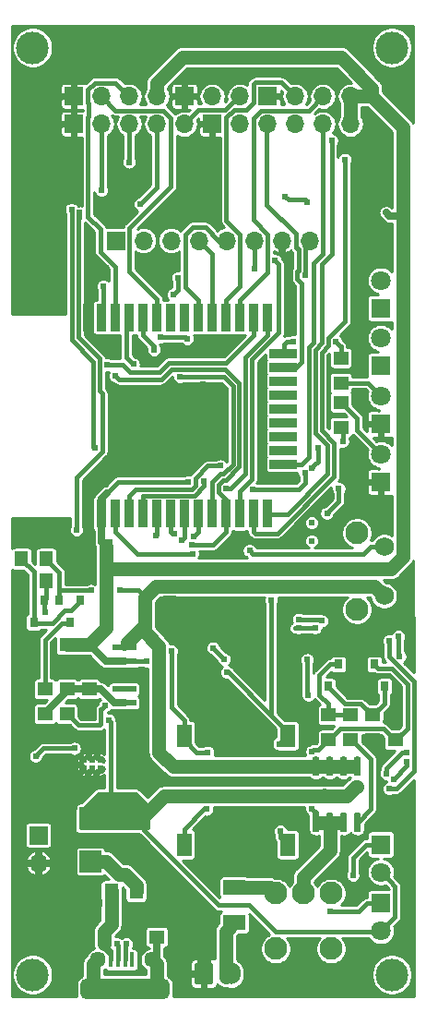
<source format=gbr>
G04 #@! TF.GenerationSoftware,KiCad,Pcbnew,(5.1.4)-1*
G04 #@! TF.CreationDate,2020-12-02T10:45:32+01:00*
G04 #@! TF.ProjectId,ESP32 - LP IoT,45535033-3220-42d2-904c-5020496f542e,rev?*
G04 #@! TF.SameCoordinates,Original*
G04 #@! TF.FileFunction,Copper,L1,Top*
G04 #@! TF.FilePolarity,Positive*
%FSLAX46Y46*%
G04 Gerber Fmt 4.6, Leading zero omitted, Abs format (unit mm)*
G04 Created by KiCad (PCBNEW (5.1.4)-1) date 2020-12-02 10:45:32*
%MOMM*%
%LPD*%
G04 APERTURE LIST*
%ADD10R,1.400000X2.100000*%
%ADD11R,1.270000X1.397000*%
%ADD12R,1.397000X1.270000*%
%ADD13R,1.700000X1.700000*%
%ADD14O,1.700000X1.700000*%
%ADD15C,0.100000*%
%ADD16C,0.600000*%
%ADD17R,0.800000X0.900000*%
%ADD18R,2.200000X0.600000*%
%ADD19R,2.150000X3.450000*%
%ADD20R,1.500000X1.900000*%
%ADD21C,1.450000*%
%ADD22R,0.400000X1.350000*%
%ADD23O,1.200000X1.900000*%
%ADD24R,1.200000X1.900000*%
%ADD25C,2.100000*%
%ADD26C,0.609600*%
%ADD27R,2.000000X2.000000*%
%ADD28R,2.032000X1.397000*%
%ADD29C,1.700000*%
%ADD30O,1.700000X2.000000*%
%ADD31C,1.750000*%
%ADD32R,1.800000X1.800000*%
%ADD33C,1.800000*%
%ADD34R,0.900000X2.500000*%
%ADD35R,2.500000X0.900000*%
%ADD36R,6.000000X6.000000*%
%ADD37O,1.270000X1.270000*%
%ADD38C,3.000000*%
%ADD39C,0.635000*%
%ADD40C,0.381000*%
%ADD41C,1.270000*%
%ADD42C,0.254000*%
G04 APERTURE END LIST*
D10*
X69937000Y-87583000D03*
X64937000Y-97583000D03*
X64937000Y-87583000D03*
X69937000Y-97583000D03*
D11*
X53238400Y-70256400D03*
X50952400Y-70256400D03*
D12*
X75717400Y-87985600D03*
X75717400Y-85699600D03*
D13*
X50292000Y-28956000D03*
D14*
X52832000Y-28956000D03*
X55372000Y-28956000D03*
X57912000Y-28956000D03*
D10*
X60412000Y-97583000D03*
X55412000Y-87583000D03*
X55412000Y-97583000D03*
X60412000Y-87583000D03*
D12*
X57912000Y-106045000D03*
X57912000Y-103759000D03*
D11*
X59080400Y-77470000D03*
X56794400Y-77470000D03*
D12*
X51689000Y-81534000D03*
X51689000Y-79248000D03*
D11*
X56007000Y-103886000D03*
X53721000Y-103886000D03*
D14*
X75692000Y-28956000D03*
X73152000Y-28956000D03*
X70612000Y-28956000D03*
D13*
X68072000Y-28956000D03*
D14*
X75692000Y-31496000D03*
X73152000Y-31496000D03*
X70612000Y-31496000D03*
X68072000Y-31496000D03*
X65532000Y-31496000D03*
D13*
X62992000Y-31496000D03*
X60452000Y-28956000D03*
D14*
X62992000Y-28956000D03*
X65532000Y-28956000D03*
D11*
X56007000Y-101854000D03*
X53721000Y-101854000D03*
D15*
G36*
X72681703Y-94664722D02*
G01*
X72696264Y-94666882D01*
X72710543Y-94670459D01*
X72724403Y-94675418D01*
X72737710Y-94681712D01*
X72750336Y-94689280D01*
X72762159Y-94698048D01*
X72773066Y-94707934D01*
X72782952Y-94718841D01*
X72791720Y-94730664D01*
X72799288Y-94743290D01*
X72805582Y-94756597D01*
X72810541Y-94770457D01*
X72814118Y-94784736D01*
X72816278Y-94799297D01*
X72817000Y-94814000D01*
X72817000Y-96264000D01*
X72816278Y-96278703D01*
X72814118Y-96293264D01*
X72810541Y-96307543D01*
X72805582Y-96321403D01*
X72799288Y-96334710D01*
X72791720Y-96347336D01*
X72782952Y-96359159D01*
X72773066Y-96370066D01*
X72762159Y-96379952D01*
X72750336Y-96388720D01*
X72737710Y-96396288D01*
X72724403Y-96402582D01*
X72710543Y-96407541D01*
X72696264Y-96411118D01*
X72681703Y-96413278D01*
X72667000Y-96414000D01*
X72367000Y-96414000D01*
X72352297Y-96413278D01*
X72337736Y-96411118D01*
X72323457Y-96407541D01*
X72309597Y-96402582D01*
X72296290Y-96396288D01*
X72283664Y-96388720D01*
X72271841Y-96379952D01*
X72260934Y-96370066D01*
X72251048Y-96359159D01*
X72242280Y-96347336D01*
X72234712Y-96334710D01*
X72228418Y-96321403D01*
X72223459Y-96307543D01*
X72219882Y-96293264D01*
X72217722Y-96278703D01*
X72217000Y-96264000D01*
X72217000Y-94814000D01*
X72217722Y-94799297D01*
X72219882Y-94784736D01*
X72223459Y-94770457D01*
X72228418Y-94756597D01*
X72234712Y-94743290D01*
X72242280Y-94730664D01*
X72251048Y-94718841D01*
X72260934Y-94707934D01*
X72271841Y-94698048D01*
X72283664Y-94689280D01*
X72296290Y-94681712D01*
X72309597Y-94675418D01*
X72323457Y-94670459D01*
X72337736Y-94666882D01*
X72352297Y-94664722D01*
X72367000Y-94664000D01*
X72667000Y-94664000D01*
X72681703Y-94664722D01*
X72681703Y-94664722D01*
G37*
D16*
X72517000Y-95539000D03*
D15*
G36*
X73951703Y-94664722D02*
G01*
X73966264Y-94666882D01*
X73980543Y-94670459D01*
X73994403Y-94675418D01*
X74007710Y-94681712D01*
X74020336Y-94689280D01*
X74032159Y-94698048D01*
X74043066Y-94707934D01*
X74052952Y-94718841D01*
X74061720Y-94730664D01*
X74069288Y-94743290D01*
X74075582Y-94756597D01*
X74080541Y-94770457D01*
X74084118Y-94784736D01*
X74086278Y-94799297D01*
X74087000Y-94814000D01*
X74087000Y-96264000D01*
X74086278Y-96278703D01*
X74084118Y-96293264D01*
X74080541Y-96307543D01*
X74075582Y-96321403D01*
X74069288Y-96334710D01*
X74061720Y-96347336D01*
X74052952Y-96359159D01*
X74043066Y-96370066D01*
X74032159Y-96379952D01*
X74020336Y-96388720D01*
X74007710Y-96396288D01*
X73994403Y-96402582D01*
X73980543Y-96407541D01*
X73966264Y-96411118D01*
X73951703Y-96413278D01*
X73937000Y-96414000D01*
X73637000Y-96414000D01*
X73622297Y-96413278D01*
X73607736Y-96411118D01*
X73593457Y-96407541D01*
X73579597Y-96402582D01*
X73566290Y-96396288D01*
X73553664Y-96388720D01*
X73541841Y-96379952D01*
X73530934Y-96370066D01*
X73521048Y-96359159D01*
X73512280Y-96347336D01*
X73504712Y-96334710D01*
X73498418Y-96321403D01*
X73493459Y-96307543D01*
X73489882Y-96293264D01*
X73487722Y-96278703D01*
X73487000Y-96264000D01*
X73487000Y-94814000D01*
X73487722Y-94799297D01*
X73489882Y-94784736D01*
X73493459Y-94770457D01*
X73498418Y-94756597D01*
X73504712Y-94743290D01*
X73512280Y-94730664D01*
X73521048Y-94718841D01*
X73530934Y-94707934D01*
X73541841Y-94698048D01*
X73553664Y-94689280D01*
X73566290Y-94681712D01*
X73579597Y-94675418D01*
X73593457Y-94670459D01*
X73607736Y-94666882D01*
X73622297Y-94664722D01*
X73637000Y-94664000D01*
X73937000Y-94664000D01*
X73951703Y-94664722D01*
X73951703Y-94664722D01*
G37*
D16*
X73787000Y-95539000D03*
D15*
G36*
X75221703Y-94664722D02*
G01*
X75236264Y-94666882D01*
X75250543Y-94670459D01*
X75264403Y-94675418D01*
X75277710Y-94681712D01*
X75290336Y-94689280D01*
X75302159Y-94698048D01*
X75313066Y-94707934D01*
X75322952Y-94718841D01*
X75331720Y-94730664D01*
X75339288Y-94743290D01*
X75345582Y-94756597D01*
X75350541Y-94770457D01*
X75354118Y-94784736D01*
X75356278Y-94799297D01*
X75357000Y-94814000D01*
X75357000Y-96264000D01*
X75356278Y-96278703D01*
X75354118Y-96293264D01*
X75350541Y-96307543D01*
X75345582Y-96321403D01*
X75339288Y-96334710D01*
X75331720Y-96347336D01*
X75322952Y-96359159D01*
X75313066Y-96370066D01*
X75302159Y-96379952D01*
X75290336Y-96388720D01*
X75277710Y-96396288D01*
X75264403Y-96402582D01*
X75250543Y-96407541D01*
X75236264Y-96411118D01*
X75221703Y-96413278D01*
X75207000Y-96414000D01*
X74907000Y-96414000D01*
X74892297Y-96413278D01*
X74877736Y-96411118D01*
X74863457Y-96407541D01*
X74849597Y-96402582D01*
X74836290Y-96396288D01*
X74823664Y-96388720D01*
X74811841Y-96379952D01*
X74800934Y-96370066D01*
X74791048Y-96359159D01*
X74782280Y-96347336D01*
X74774712Y-96334710D01*
X74768418Y-96321403D01*
X74763459Y-96307543D01*
X74759882Y-96293264D01*
X74757722Y-96278703D01*
X74757000Y-96264000D01*
X74757000Y-94814000D01*
X74757722Y-94799297D01*
X74759882Y-94784736D01*
X74763459Y-94770457D01*
X74768418Y-94756597D01*
X74774712Y-94743290D01*
X74782280Y-94730664D01*
X74791048Y-94718841D01*
X74800934Y-94707934D01*
X74811841Y-94698048D01*
X74823664Y-94689280D01*
X74836290Y-94681712D01*
X74849597Y-94675418D01*
X74863457Y-94670459D01*
X74877736Y-94666882D01*
X74892297Y-94664722D01*
X74907000Y-94664000D01*
X75207000Y-94664000D01*
X75221703Y-94664722D01*
X75221703Y-94664722D01*
G37*
D16*
X75057000Y-95539000D03*
D15*
G36*
X76491703Y-94664722D02*
G01*
X76506264Y-94666882D01*
X76520543Y-94670459D01*
X76534403Y-94675418D01*
X76547710Y-94681712D01*
X76560336Y-94689280D01*
X76572159Y-94698048D01*
X76583066Y-94707934D01*
X76592952Y-94718841D01*
X76601720Y-94730664D01*
X76609288Y-94743290D01*
X76615582Y-94756597D01*
X76620541Y-94770457D01*
X76624118Y-94784736D01*
X76626278Y-94799297D01*
X76627000Y-94814000D01*
X76627000Y-96264000D01*
X76626278Y-96278703D01*
X76624118Y-96293264D01*
X76620541Y-96307543D01*
X76615582Y-96321403D01*
X76609288Y-96334710D01*
X76601720Y-96347336D01*
X76592952Y-96359159D01*
X76583066Y-96370066D01*
X76572159Y-96379952D01*
X76560336Y-96388720D01*
X76547710Y-96396288D01*
X76534403Y-96402582D01*
X76520543Y-96407541D01*
X76506264Y-96411118D01*
X76491703Y-96413278D01*
X76477000Y-96414000D01*
X76177000Y-96414000D01*
X76162297Y-96413278D01*
X76147736Y-96411118D01*
X76133457Y-96407541D01*
X76119597Y-96402582D01*
X76106290Y-96396288D01*
X76093664Y-96388720D01*
X76081841Y-96379952D01*
X76070934Y-96370066D01*
X76061048Y-96359159D01*
X76052280Y-96347336D01*
X76044712Y-96334710D01*
X76038418Y-96321403D01*
X76033459Y-96307543D01*
X76029882Y-96293264D01*
X76027722Y-96278703D01*
X76027000Y-96264000D01*
X76027000Y-94814000D01*
X76027722Y-94799297D01*
X76029882Y-94784736D01*
X76033459Y-94770457D01*
X76038418Y-94756597D01*
X76044712Y-94743290D01*
X76052280Y-94730664D01*
X76061048Y-94718841D01*
X76070934Y-94707934D01*
X76081841Y-94698048D01*
X76093664Y-94689280D01*
X76106290Y-94681712D01*
X76119597Y-94675418D01*
X76133457Y-94670459D01*
X76147736Y-94666882D01*
X76162297Y-94664722D01*
X76177000Y-94664000D01*
X76477000Y-94664000D01*
X76491703Y-94664722D01*
X76491703Y-94664722D01*
G37*
D16*
X76327000Y-95539000D03*
D15*
G36*
X76491703Y-89514722D02*
G01*
X76506264Y-89516882D01*
X76520543Y-89520459D01*
X76534403Y-89525418D01*
X76547710Y-89531712D01*
X76560336Y-89539280D01*
X76572159Y-89548048D01*
X76583066Y-89557934D01*
X76592952Y-89568841D01*
X76601720Y-89580664D01*
X76609288Y-89593290D01*
X76615582Y-89606597D01*
X76620541Y-89620457D01*
X76624118Y-89634736D01*
X76626278Y-89649297D01*
X76627000Y-89664000D01*
X76627000Y-91114000D01*
X76626278Y-91128703D01*
X76624118Y-91143264D01*
X76620541Y-91157543D01*
X76615582Y-91171403D01*
X76609288Y-91184710D01*
X76601720Y-91197336D01*
X76592952Y-91209159D01*
X76583066Y-91220066D01*
X76572159Y-91229952D01*
X76560336Y-91238720D01*
X76547710Y-91246288D01*
X76534403Y-91252582D01*
X76520543Y-91257541D01*
X76506264Y-91261118D01*
X76491703Y-91263278D01*
X76477000Y-91264000D01*
X76177000Y-91264000D01*
X76162297Y-91263278D01*
X76147736Y-91261118D01*
X76133457Y-91257541D01*
X76119597Y-91252582D01*
X76106290Y-91246288D01*
X76093664Y-91238720D01*
X76081841Y-91229952D01*
X76070934Y-91220066D01*
X76061048Y-91209159D01*
X76052280Y-91197336D01*
X76044712Y-91184710D01*
X76038418Y-91171403D01*
X76033459Y-91157543D01*
X76029882Y-91143264D01*
X76027722Y-91128703D01*
X76027000Y-91114000D01*
X76027000Y-89664000D01*
X76027722Y-89649297D01*
X76029882Y-89634736D01*
X76033459Y-89620457D01*
X76038418Y-89606597D01*
X76044712Y-89593290D01*
X76052280Y-89580664D01*
X76061048Y-89568841D01*
X76070934Y-89557934D01*
X76081841Y-89548048D01*
X76093664Y-89539280D01*
X76106290Y-89531712D01*
X76119597Y-89525418D01*
X76133457Y-89520459D01*
X76147736Y-89516882D01*
X76162297Y-89514722D01*
X76177000Y-89514000D01*
X76477000Y-89514000D01*
X76491703Y-89514722D01*
X76491703Y-89514722D01*
G37*
D16*
X76327000Y-90389000D03*
D15*
G36*
X75221703Y-89514722D02*
G01*
X75236264Y-89516882D01*
X75250543Y-89520459D01*
X75264403Y-89525418D01*
X75277710Y-89531712D01*
X75290336Y-89539280D01*
X75302159Y-89548048D01*
X75313066Y-89557934D01*
X75322952Y-89568841D01*
X75331720Y-89580664D01*
X75339288Y-89593290D01*
X75345582Y-89606597D01*
X75350541Y-89620457D01*
X75354118Y-89634736D01*
X75356278Y-89649297D01*
X75357000Y-89664000D01*
X75357000Y-91114000D01*
X75356278Y-91128703D01*
X75354118Y-91143264D01*
X75350541Y-91157543D01*
X75345582Y-91171403D01*
X75339288Y-91184710D01*
X75331720Y-91197336D01*
X75322952Y-91209159D01*
X75313066Y-91220066D01*
X75302159Y-91229952D01*
X75290336Y-91238720D01*
X75277710Y-91246288D01*
X75264403Y-91252582D01*
X75250543Y-91257541D01*
X75236264Y-91261118D01*
X75221703Y-91263278D01*
X75207000Y-91264000D01*
X74907000Y-91264000D01*
X74892297Y-91263278D01*
X74877736Y-91261118D01*
X74863457Y-91257541D01*
X74849597Y-91252582D01*
X74836290Y-91246288D01*
X74823664Y-91238720D01*
X74811841Y-91229952D01*
X74800934Y-91220066D01*
X74791048Y-91209159D01*
X74782280Y-91197336D01*
X74774712Y-91184710D01*
X74768418Y-91171403D01*
X74763459Y-91157543D01*
X74759882Y-91143264D01*
X74757722Y-91128703D01*
X74757000Y-91114000D01*
X74757000Y-89664000D01*
X74757722Y-89649297D01*
X74759882Y-89634736D01*
X74763459Y-89620457D01*
X74768418Y-89606597D01*
X74774712Y-89593290D01*
X74782280Y-89580664D01*
X74791048Y-89568841D01*
X74800934Y-89557934D01*
X74811841Y-89548048D01*
X74823664Y-89539280D01*
X74836290Y-89531712D01*
X74849597Y-89525418D01*
X74863457Y-89520459D01*
X74877736Y-89516882D01*
X74892297Y-89514722D01*
X74907000Y-89514000D01*
X75207000Y-89514000D01*
X75221703Y-89514722D01*
X75221703Y-89514722D01*
G37*
D16*
X75057000Y-90389000D03*
D15*
G36*
X73951703Y-89514722D02*
G01*
X73966264Y-89516882D01*
X73980543Y-89520459D01*
X73994403Y-89525418D01*
X74007710Y-89531712D01*
X74020336Y-89539280D01*
X74032159Y-89548048D01*
X74043066Y-89557934D01*
X74052952Y-89568841D01*
X74061720Y-89580664D01*
X74069288Y-89593290D01*
X74075582Y-89606597D01*
X74080541Y-89620457D01*
X74084118Y-89634736D01*
X74086278Y-89649297D01*
X74087000Y-89664000D01*
X74087000Y-91114000D01*
X74086278Y-91128703D01*
X74084118Y-91143264D01*
X74080541Y-91157543D01*
X74075582Y-91171403D01*
X74069288Y-91184710D01*
X74061720Y-91197336D01*
X74052952Y-91209159D01*
X74043066Y-91220066D01*
X74032159Y-91229952D01*
X74020336Y-91238720D01*
X74007710Y-91246288D01*
X73994403Y-91252582D01*
X73980543Y-91257541D01*
X73966264Y-91261118D01*
X73951703Y-91263278D01*
X73937000Y-91264000D01*
X73637000Y-91264000D01*
X73622297Y-91263278D01*
X73607736Y-91261118D01*
X73593457Y-91257541D01*
X73579597Y-91252582D01*
X73566290Y-91246288D01*
X73553664Y-91238720D01*
X73541841Y-91229952D01*
X73530934Y-91220066D01*
X73521048Y-91209159D01*
X73512280Y-91197336D01*
X73504712Y-91184710D01*
X73498418Y-91171403D01*
X73493459Y-91157543D01*
X73489882Y-91143264D01*
X73487722Y-91128703D01*
X73487000Y-91114000D01*
X73487000Y-89664000D01*
X73487722Y-89649297D01*
X73489882Y-89634736D01*
X73493459Y-89620457D01*
X73498418Y-89606597D01*
X73504712Y-89593290D01*
X73512280Y-89580664D01*
X73521048Y-89568841D01*
X73530934Y-89557934D01*
X73541841Y-89548048D01*
X73553664Y-89539280D01*
X73566290Y-89531712D01*
X73579597Y-89525418D01*
X73593457Y-89520459D01*
X73607736Y-89516882D01*
X73622297Y-89514722D01*
X73637000Y-89514000D01*
X73937000Y-89514000D01*
X73951703Y-89514722D01*
X73951703Y-89514722D01*
G37*
D16*
X73787000Y-90389000D03*
D15*
G36*
X72681703Y-89514722D02*
G01*
X72696264Y-89516882D01*
X72710543Y-89520459D01*
X72724403Y-89525418D01*
X72737710Y-89531712D01*
X72750336Y-89539280D01*
X72762159Y-89548048D01*
X72773066Y-89557934D01*
X72782952Y-89568841D01*
X72791720Y-89580664D01*
X72799288Y-89593290D01*
X72805582Y-89606597D01*
X72810541Y-89620457D01*
X72814118Y-89634736D01*
X72816278Y-89649297D01*
X72817000Y-89664000D01*
X72817000Y-91114000D01*
X72816278Y-91128703D01*
X72814118Y-91143264D01*
X72810541Y-91157543D01*
X72805582Y-91171403D01*
X72799288Y-91184710D01*
X72791720Y-91197336D01*
X72782952Y-91209159D01*
X72773066Y-91220066D01*
X72762159Y-91229952D01*
X72750336Y-91238720D01*
X72737710Y-91246288D01*
X72724403Y-91252582D01*
X72710543Y-91257541D01*
X72696264Y-91261118D01*
X72681703Y-91263278D01*
X72667000Y-91264000D01*
X72367000Y-91264000D01*
X72352297Y-91263278D01*
X72337736Y-91261118D01*
X72323457Y-91257541D01*
X72309597Y-91252582D01*
X72296290Y-91246288D01*
X72283664Y-91238720D01*
X72271841Y-91229952D01*
X72260934Y-91220066D01*
X72251048Y-91209159D01*
X72242280Y-91197336D01*
X72234712Y-91184710D01*
X72228418Y-91171403D01*
X72223459Y-91157543D01*
X72219882Y-91143264D01*
X72217722Y-91128703D01*
X72217000Y-91114000D01*
X72217000Y-89664000D01*
X72217722Y-89649297D01*
X72219882Y-89634736D01*
X72223459Y-89620457D01*
X72228418Y-89606597D01*
X72234712Y-89593290D01*
X72242280Y-89580664D01*
X72251048Y-89568841D01*
X72260934Y-89557934D01*
X72271841Y-89548048D01*
X72283664Y-89539280D01*
X72296290Y-89531712D01*
X72309597Y-89525418D01*
X72323457Y-89520459D01*
X72337736Y-89516882D01*
X72352297Y-89514722D01*
X72367000Y-89514000D01*
X72667000Y-89514000D01*
X72681703Y-89514722D01*
X72681703Y-89514722D01*
G37*
D16*
X72517000Y-90389000D03*
D17*
X73637100Y-83042000D03*
X75537100Y-83042000D03*
X74587100Y-81042000D03*
X49911000Y-77200000D03*
X48961000Y-75200000D03*
X50861000Y-75200000D03*
D12*
X73685400Y-87985600D03*
X73685400Y-85699600D03*
X49657000Y-83312000D03*
X49657000Y-85598000D03*
X47625000Y-83312000D03*
X47625000Y-85598000D03*
X77749400Y-87985600D03*
X77749400Y-85699600D03*
X74803000Y-59309000D03*
X74803000Y-57023000D03*
X74803000Y-55245000D03*
X74803000Y-52959000D03*
D11*
X45466000Y-71374000D03*
X47752000Y-71374000D03*
D18*
X54926900Y-83312000D03*
X54926900Y-80772000D03*
D19*
X61226900Y-82042000D03*
D18*
X54926900Y-82042000D03*
X54926900Y-84582000D03*
X54926900Y-79502000D03*
D17*
X76939100Y-83042000D03*
X78839100Y-83042000D03*
X77889100Y-81042000D03*
D12*
X79806800Y-87985600D03*
X79806800Y-85699600D03*
D20*
X55991000Y-110838500D03*
D21*
X52491000Y-108138500D03*
D22*
X54341000Y-108138500D03*
X53691000Y-108138500D03*
X56291000Y-108138500D03*
X55641000Y-108138500D03*
X54991000Y-108138500D03*
D21*
X57491000Y-108138500D03*
D20*
X53991000Y-110838500D03*
D23*
X51491000Y-110838500D03*
X58491000Y-110838500D03*
D24*
X57891000Y-110838500D03*
X52091000Y-110838500D03*
D25*
X73914000Y-107124500D03*
X68834000Y-107124500D03*
X73914000Y-102044500D03*
X71374000Y-102044500D03*
X68834000Y-102044500D03*
D13*
X47040800Y-96723200D03*
D14*
X47040800Y-99263200D03*
D26*
X51244500Y-89852500D03*
X51244500Y-90614500D03*
X52768500Y-89852500D03*
X52768500Y-90614500D03*
X52006500Y-89852500D03*
X52006500Y-90614500D03*
D17*
X47559000Y-75200000D03*
X45659000Y-75200000D03*
X46609000Y-77200000D03*
D11*
X47752000Y-73406000D03*
X45466000Y-73406000D03*
D27*
X51816000Y-99129600D03*
X51816000Y-95129600D03*
D11*
X53238400Y-72288400D03*
X50952400Y-72288400D03*
X59080400Y-75438000D03*
X56794400Y-75438000D03*
D12*
X49657000Y-79248000D03*
X49657000Y-81534000D03*
X51689000Y-83312000D03*
X51689000Y-85598000D03*
D28*
X65024000Y-101498400D03*
X65024000Y-104749600D03*
D15*
G36*
X62854504Y-108411704D02*
G01*
X62878773Y-108415304D01*
X62902571Y-108421265D01*
X62925671Y-108429530D01*
X62947849Y-108440020D01*
X62968893Y-108452633D01*
X62988598Y-108467247D01*
X63006777Y-108483723D01*
X63023253Y-108501902D01*
X63037867Y-108521607D01*
X63050480Y-108542651D01*
X63060970Y-108564829D01*
X63069235Y-108587929D01*
X63075196Y-108611727D01*
X63078796Y-108635996D01*
X63080000Y-108660500D01*
X63080000Y-110160500D01*
X63078796Y-110185004D01*
X63075196Y-110209273D01*
X63069235Y-110233071D01*
X63060970Y-110256171D01*
X63050480Y-110278349D01*
X63037867Y-110299393D01*
X63023253Y-110319098D01*
X63006777Y-110337277D01*
X62988598Y-110353753D01*
X62968893Y-110368367D01*
X62947849Y-110380980D01*
X62925671Y-110391470D01*
X62902571Y-110399735D01*
X62878773Y-110405696D01*
X62854504Y-110409296D01*
X62830000Y-110410500D01*
X61630000Y-110410500D01*
X61605496Y-110409296D01*
X61581227Y-110405696D01*
X61557429Y-110399735D01*
X61534329Y-110391470D01*
X61512151Y-110380980D01*
X61491107Y-110368367D01*
X61471402Y-110353753D01*
X61453223Y-110337277D01*
X61436747Y-110319098D01*
X61422133Y-110299393D01*
X61409520Y-110278349D01*
X61399030Y-110256171D01*
X61390765Y-110233071D01*
X61384804Y-110209273D01*
X61381204Y-110185004D01*
X61380000Y-110160500D01*
X61380000Y-108660500D01*
X61381204Y-108635996D01*
X61384804Y-108611727D01*
X61390765Y-108587929D01*
X61399030Y-108564829D01*
X61409520Y-108542651D01*
X61422133Y-108521607D01*
X61436747Y-108501902D01*
X61453223Y-108483723D01*
X61471402Y-108467247D01*
X61491107Y-108452633D01*
X61512151Y-108440020D01*
X61534329Y-108429530D01*
X61557429Y-108421265D01*
X61581227Y-108415304D01*
X61605496Y-108411704D01*
X61630000Y-108410500D01*
X62830000Y-108410500D01*
X62854504Y-108411704D01*
X62854504Y-108411704D01*
G37*
D29*
X62230000Y-109410500D03*
D30*
X64730000Y-109410500D03*
D25*
X76300800Y-76016400D03*
D31*
X78790800Y-74756400D03*
X78790800Y-70256400D03*
D25*
X76300800Y-69006400D03*
D32*
X78486000Y-97561400D03*
D33*
X78486000Y-100101400D03*
X78486000Y-105498900D03*
D32*
X78486000Y-102958900D03*
D33*
X78486000Y-61785500D03*
D32*
X78486000Y-64325500D03*
X78486000Y-58991500D03*
D33*
X78486000Y-56451500D03*
D32*
X78486000Y-53657500D03*
D33*
X78486000Y-51117500D03*
X78486000Y-45847000D03*
D32*
X78486000Y-48387000D03*
D13*
X54152800Y-42189400D03*
D14*
X56692800Y-42189400D03*
X59232800Y-42189400D03*
X61772800Y-42189400D03*
X64312800Y-42189400D03*
X66852800Y-42189400D03*
X69392800Y-42189400D03*
X71932800Y-42189400D03*
D13*
X50292000Y-31496000D03*
D14*
X52832000Y-31496000D03*
X55372000Y-31496000D03*
X57912000Y-31496000D03*
X60452000Y-31496000D03*
D34*
X51545200Y-49242200D03*
X52815200Y-49242200D03*
X54085200Y-49242200D03*
X55355200Y-49242200D03*
X56625200Y-49242200D03*
X57895200Y-49242200D03*
X59165200Y-49242200D03*
X60435200Y-49242200D03*
X61705200Y-49242200D03*
X62975200Y-49242200D03*
X64245200Y-49242200D03*
X65515200Y-49242200D03*
X66785200Y-49242200D03*
X68055200Y-49242200D03*
D35*
X69545200Y-52527200D03*
X69545200Y-53797200D03*
X69545200Y-55067200D03*
X69545200Y-56337200D03*
X69545200Y-57607200D03*
X69545200Y-58877200D03*
X69545200Y-60147200D03*
X69545200Y-61417200D03*
X69545200Y-62687200D03*
X69545200Y-63957200D03*
D34*
X68055200Y-67242200D03*
X66785200Y-67242200D03*
X65515200Y-67242200D03*
X64245200Y-67242200D03*
X62975200Y-67242200D03*
X61705200Y-67242200D03*
X60435200Y-67242200D03*
X59165200Y-67242200D03*
X57895200Y-67242200D03*
X56625200Y-67242200D03*
X55355200Y-67242200D03*
X54085200Y-67242200D03*
X52815200Y-67242200D03*
X51545200Y-67242200D03*
D36*
X59165200Y-58542200D03*
D37*
X59165200Y-58242200D03*
X57260200Y-60147200D03*
X57260200Y-56972200D03*
X61070200Y-56972200D03*
X61070200Y-60147200D03*
D38*
X79500000Y-109500000D03*
X46500000Y-109500000D03*
X79500000Y-24500000D03*
X46500000Y-24500000D03*
D26*
X72136000Y-68072000D03*
X72136000Y-69723000D03*
X51866800Y-74269600D03*
X54559200Y-74269600D03*
X51561996Y-65786004D03*
X56975390Y-82702400D03*
X67360800Y-54508400D03*
X50038000Y-90881200D03*
X45212000Y-88798400D03*
X58343800Y-76479400D03*
X51638200Y-73202800D03*
X50419000Y-73253600D03*
X50342800Y-71297800D03*
X51587400Y-71297800D03*
X50795943Y-84716352D03*
X67665600Y-62839600D03*
X62992000Y-39649400D03*
X72809100Y-91998800D03*
X68199000Y-91694000D03*
X65786000Y-91694000D03*
X63754000Y-91694000D03*
X68199000Y-94615000D03*
X65786000Y-94615000D03*
X63754000Y-94615000D03*
X61976000Y-91694000D03*
X75692000Y-81026000D03*
X76835000Y-81026000D03*
X75573940Y-82999271D03*
X76876300Y-82876798D03*
X54466500Y-90233500D03*
X56515000Y-90297000D03*
X56388000Y-85979000D03*
X54356000Y-85979000D03*
X70358000Y-69723000D03*
X63627000Y-60071000D03*
X70231000Y-50546000D03*
X70231000Y-49530000D03*
X78359000Y-38354000D03*
X78359000Y-36576000D03*
X78359000Y-34798000D03*
X78359000Y-33020000D03*
X57658000Y-102997000D03*
X59055000Y-102743000D03*
X45085000Y-106680000D03*
X45085000Y-103505000D03*
X48895000Y-111125000D03*
X60325000Y-111125000D03*
X67945000Y-111125000D03*
X73660000Y-111125000D03*
X77470000Y-111125000D03*
X81280000Y-107315000D03*
X81280000Y-103505000D03*
X81280000Y-100330000D03*
X81280000Y-97155000D03*
X81280000Y-94615000D03*
X75565000Y-97155000D03*
X74295000Y-100330000D03*
X69850000Y-99695000D03*
X62865000Y-99695000D03*
X55245000Y-99060000D03*
X48895000Y-97790000D03*
X45085000Y-92710000D03*
X45085000Y-85090000D03*
X45085000Y-82550000D03*
X45085000Y-80010000D03*
X45085000Y-74295000D03*
X45085000Y-69850000D03*
X45085000Y-67945000D03*
X47625000Y-67945000D03*
X49530000Y-67945000D03*
X45085000Y-48260000D03*
X45085000Y-43815000D03*
X45085000Y-38735000D03*
X45085000Y-34290000D03*
X45085000Y-29845000D03*
X49530000Y-22860000D03*
X53975000Y-22860000D03*
X58420000Y-22860000D03*
X63500000Y-22860000D03*
X68580000Y-22860000D03*
X73025000Y-22860000D03*
X81280000Y-27940000D03*
X78740000Y-43815000D03*
X76835000Y-56388000D03*
X73914000Y-54102000D03*
X63627000Y-86995000D03*
X67395644Y-56581688D03*
X55956200Y-51257200D03*
X58928000Y-51816000D03*
X58039000Y-53340000D03*
X56642000Y-53467000D03*
X54356000Y-51181000D03*
X54102000Y-38608000D03*
X60071000Y-37033200D03*
X54102000Y-32512000D03*
X54102000Y-33731200D03*
X54102000Y-36576000D03*
X56642000Y-32512000D03*
X56642000Y-27940000D03*
X45008800Y-76504800D03*
X64109600Y-55880000D03*
X59131200Y-56235600D03*
X56184800Y-58420000D03*
X59131200Y-61264800D03*
X62128400Y-58572400D03*
X63754000Y-57658000D03*
X62128400Y-55372000D03*
X53222510Y-44706222D03*
X59690000Y-91592400D03*
X72999600Y-80314800D03*
X70104000Y-81686400D03*
X70104000Y-85953600D03*
X70104000Y-79248000D03*
X54292500Y-95453200D03*
X54292500Y-94742000D03*
X55118000Y-94742000D03*
X55930800Y-94742000D03*
X56743600Y-94742000D03*
X55118000Y-95453200D03*
X55930800Y-95453200D03*
X56743600Y-95453200D03*
X47650400Y-76301600D03*
X76250800Y-92303600D03*
X73942556Y-93141800D03*
X53473311Y-86142285D03*
X66421000Y-70612000D03*
X58290571Y-51022412D03*
X60706000Y-51181000D03*
X59255000Y-79806800D03*
X61188600Y-70891400D03*
X62482400Y-94334000D03*
X62585600Y-89103200D03*
X64363600Y-81788000D03*
X68415595Y-75146595D03*
X64268321Y-64913348D03*
X69240400Y-96316800D03*
X69138800Y-88341182D03*
X53340000Y-65328800D03*
X56975390Y-80772000D03*
X78968600Y-39624000D03*
X66700400Y-65024000D03*
X69672200Y-38150800D03*
X71742300Y-38696900D03*
X71501000Y-45377100D03*
X59836999Y-45593000D03*
X59436000Y-47117000D03*
X72097098Y-63022016D03*
X71501000Y-63473974D03*
X60766310Y-64309159D03*
X72694800Y-61163200D03*
X74980800Y-60604400D03*
X55118000Y-106680000D03*
X72164599Y-89029204D03*
X72164599Y-94313399D03*
X71729600Y-80619600D03*
X57658000Y-52197000D03*
X71831200Y-83870800D03*
X55753000Y-53527310D03*
X72440800Y-77724000D03*
X70916800Y-77724000D03*
X73964800Y-33020000D03*
X75184000Y-34747200D03*
X75919176Y-100380800D03*
X73863200Y-103705068D03*
X70459600Y-51460400D03*
X74361690Y-51460400D03*
X80076700Y-78486000D03*
X80219841Y-80319851D03*
X80832310Y-89162585D03*
X78994000Y-91059000D03*
X79628971Y-91567029D03*
X80839180Y-89972167D03*
X60045600Y-54676623D03*
X73050430Y-77063630D03*
X70967600Y-76911200D03*
X50342800Y-88747600D03*
X46786800Y-89458800D03*
X53136800Y-84836000D03*
X61097153Y-70082127D03*
X54095679Y-54610000D03*
X63750360Y-62835958D03*
X62230000Y-64211200D03*
X79248004Y-78867000D03*
X79248000Y-92456000D03*
X53346321Y-53594000D03*
X54229000Y-106679995D03*
X74625200Y-64922400D03*
X73533000Y-67183000D03*
X64109600Y-80568800D03*
X63078497Y-79537697D03*
X50834659Y-39638633D03*
X60223400Y-69646800D03*
X50532402Y-68718798D03*
X52832000Y-37592002D03*
X59512200Y-69087998D03*
X50088800Y-39323727D03*
X52206510Y-61214000D03*
X55372000Y-35001200D03*
X57861200Y-69215000D03*
X56400700Y-38849300D03*
X61294296Y-69296885D03*
X68788601Y-44043600D03*
X66852800Y-44738900D03*
X53008757Y-46356633D03*
D39*
X54926900Y-79502000D02*
X54926900Y-79337500D01*
D40*
X72517000Y-90389000D02*
X72882200Y-90389000D01*
D41*
X56794400Y-75438000D02*
X56794400Y-77470000D01*
X72882200Y-90389000D02*
X72898000Y-90373200D01*
X56794400Y-77470000D02*
X55194200Y-79070200D01*
D39*
X54926900Y-79337500D02*
X55194200Y-79070200D01*
D41*
X72898000Y-90373200D02*
X75946000Y-90373200D01*
X59401000Y-90389000D02*
X72882200Y-90389000D01*
X58115200Y-89103200D02*
X59401000Y-90389000D01*
X58115200Y-79400400D02*
X58115200Y-89103200D01*
X56794400Y-77470000D02*
X56794400Y-78079600D01*
X56794400Y-78079600D02*
X58115200Y-79400400D01*
D40*
X48961000Y-74369000D02*
X48961000Y-75200000D01*
X48961000Y-72646500D02*
X48961000Y-74369000D01*
X47752000Y-71437500D02*
X48961000Y-72646500D01*
X47752000Y-71374000D02*
X47752000Y-71437500D01*
X56184800Y-74269600D02*
X54559200Y-74269600D01*
X56794400Y-75438000D02*
X56794400Y-74879200D01*
X56794400Y-74879200D02*
X56184800Y-74269600D01*
X48961000Y-74269600D02*
X51866800Y-74269600D01*
X48961000Y-75200000D02*
X48961000Y-74269600D01*
X60452000Y-31496000D02*
X61751499Y-30196501D01*
X64173885Y-30196501D02*
X65414386Y-28956000D01*
X65414386Y-28956000D02*
X65532000Y-28956000D01*
X61751499Y-30196501D02*
X64173885Y-30196501D01*
D41*
X56794400Y-75438000D02*
X56794400Y-75158600D01*
X77915801Y-73881401D02*
X78790800Y-74756400D01*
X57800497Y-73881401D02*
X77915801Y-73881401D01*
X56794400Y-75438000D02*
X56794400Y-74887498D01*
X56794400Y-74887498D02*
X57800497Y-73881401D01*
D40*
X56291000Y-108138500D02*
X56291000Y-107158000D01*
D39*
X56291000Y-105186000D02*
X56291000Y-107158000D01*
X56007000Y-103886000D02*
X56007000Y-104902000D01*
X56007000Y-104902000D02*
X56291000Y-105186000D01*
D41*
X62230000Y-108667340D02*
X62230000Y-109728000D01*
X62230000Y-107526498D02*
X62230000Y-108667340D01*
X58462502Y-103759000D02*
X62230000Y-107526498D01*
X57912000Y-103759000D02*
X58462502Y-103759000D01*
X56134000Y-103759000D02*
X56007000Y-103886000D01*
X57912000Y-103759000D02*
X56134000Y-103759000D01*
X50952400Y-72288400D02*
X50952400Y-71272400D01*
D40*
X75537100Y-83042000D02*
X76939100Y-83042000D01*
D39*
X51562000Y-69646800D02*
X50952400Y-70256400D01*
X51562000Y-67267600D02*
X51562000Y-69646800D01*
X51561996Y-67267596D02*
X51561996Y-66217056D01*
X51561996Y-66217056D02*
X51561996Y-65786004D01*
X51562000Y-67267600D02*
X51561996Y-67267596D01*
D40*
X54926900Y-82042000D02*
X56407900Y-82042000D01*
X56407900Y-82042000D02*
X56975390Y-82609490D01*
X56975390Y-82609490D02*
X56975390Y-82702400D01*
D42*
X50952400Y-70256400D02*
X50952400Y-72517000D01*
X50952400Y-72517000D02*
X51638200Y-73202800D01*
D41*
X50952400Y-71272400D02*
X50952400Y-70256400D01*
D42*
X50977800Y-71297800D02*
X50952400Y-71272400D01*
X50927000Y-71297800D02*
X50952400Y-71272400D01*
X50342800Y-71297800D02*
X50927000Y-71297800D01*
X50977800Y-71297800D02*
X51587400Y-71297800D01*
D40*
X51587400Y-71297800D02*
X50342800Y-71297800D01*
X50419000Y-72821800D02*
X50952400Y-72288400D01*
X50419000Y-73253600D02*
X50419000Y-72821800D01*
X51689000Y-85598000D02*
X51677591Y-85598000D01*
X51677591Y-85598000D02*
X50795943Y-84716352D01*
X79400400Y-85699600D02*
X78838401Y-86261599D01*
X79806800Y-85699600D02*
X79400400Y-85699600D01*
X57912000Y-103759000D02*
X57912000Y-103251000D01*
X57912000Y-103251000D02*
X57658000Y-102997000D01*
X51562000Y-49267600D02*
X51562000Y-47636600D01*
X51562000Y-46609000D02*
X51435000Y-46482000D01*
X51562000Y-47636600D02*
X51562000Y-46609000D01*
X51562000Y-49267600D02*
X51562000Y-45212000D01*
X67360800Y-54508400D02*
X67360800Y-56546844D01*
X67360800Y-56546844D02*
X67395644Y-56581688D01*
X51562000Y-49267600D02*
X51562000Y-46366732D01*
X52917711Y-45011021D02*
X53222510Y-44706222D01*
X51562000Y-46366732D02*
X52917711Y-45011021D01*
X79385999Y-101001399D02*
X78486000Y-100101400D01*
X79776501Y-101391901D02*
X79385999Y-101001399D01*
X79776501Y-104208399D02*
X79776501Y-101391901D01*
X78486000Y-105498900D02*
X79776501Y-104208399D01*
X66395600Y-103124000D02*
X63601600Y-103124000D01*
X56743600Y-95884252D02*
X56743600Y-95453200D01*
X78486000Y-105498900D02*
X78422500Y-105562400D01*
X78422500Y-105562400D02*
X68834000Y-105562400D01*
X68834000Y-105562400D02*
X66395600Y-103124000D01*
X63601600Y-103124000D02*
X56743600Y-96266000D01*
X56743600Y-96266000D02*
X56743600Y-95884252D01*
X47752000Y-75007000D02*
X47559000Y-75200000D01*
X47752000Y-73406000D02*
X47752000Y-75007000D01*
X47559000Y-75200000D02*
X47559000Y-76210200D01*
X47559000Y-76210200D02*
X47650400Y-76301600D01*
D39*
X73304400Y-93319600D02*
X73304400Y-92811600D01*
D41*
X51816000Y-95129600D02*
X54349400Y-95129600D01*
X56559200Y-95129600D02*
X58547000Y-93141800D01*
X75361800Y-93141800D02*
X76200000Y-92303600D01*
X76200000Y-92303600D02*
X76250800Y-92303600D01*
X58547000Y-93141800D02*
X73964800Y-93141800D01*
X73964800Y-93141800D02*
X75361800Y-93141800D01*
D42*
X73964800Y-93141800D02*
X73942556Y-93141800D01*
D41*
X54349400Y-95129600D02*
X56559200Y-95129600D01*
D40*
X53657500Y-86326474D02*
X53473311Y-86142285D01*
X53473301Y-93605301D02*
X53657500Y-93421102D01*
X53657500Y-93421102D02*
X53657500Y-86326474D01*
X77558967Y-89763667D02*
X75780900Y-87985600D01*
X76327000Y-95539000D02*
X77558967Y-94307033D01*
X77558967Y-94307033D02*
X77558967Y-89763667D01*
X75780900Y-87985600D02*
X75717400Y-87985600D01*
D41*
X64230000Y-105543600D02*
X65024000Y-104749600D01*
X64230000Y-109728000D02*
X64230000Y-105543600D01*
D40*
X66749891Y-70940891D02*
X76868873Y-70940891D01*
X66421000Y-70612000D02*
X66749891Y-70940891D01*
X58290571Y-51022412D02*
X60547412Y-51022412D01*
X60547412Y-51022412D02*
X60706000Y-51181000D01*
X77553364Y-70256400D02*
X78790800Y-70256400D01*
X76868873Y-70940891D02*
X77553364Y-70256400D01*
X59255000Y-80237852D02*
X59255000Y-79806800D01*
X54102000Y-67267600D02*
X54102000Y-68898600D01*
X60757548Y-70891400D02*
X61188600Y-70891400D01*
X56094800Y-70891400D02*
X60757548Y-70891400D01*
X54102000Y-68898600D02*
X56094800Y-70891400D01*
X60412000Y-96152000D02*
X62230000Y-94334000D01*
X60412000Y-97583000D02*
X60412000Y-96152000D01*
X62230000Y-94334000D02*
X62482400Y-94334000D01*
X60412000Y-87583000D02*
X60412000Y-86152000D01*
X59255000Y-84995000D02*
X59255000Y-80237852D01*
X60412000Y-86152000D02*
X59255000Y-84995000D01*
X62154548Y-89103200D02*
X62585600Y-89103200D01*
X61582200Y-89103200D02*
X62154548Y-89103200D01*
X60412000Y-87933000D02*
X61582200Y-89103200D01*
X60412000Y-87583000D02*
X60412000Y-87933000D01*
X64492000Y-81788000D02*
X64363600Y-81788000D01*
X69937000Y-87583000D02*
X69937000Y-87233000D01*
X68415595Y-75577647D02*
X68415595Y-75146595D01*
X68072000Y-49267600D02*
X68072000Y-50848830D01*
X68072000Y-50848830D02*
X66059022Y-52861807D01*
X66059022Y-52861807D02*
X66059022Y-63553699D01*
X64699373Y-64913348D02*
X64268321Y-64913348D01*
X66059022Y-63553699D02*
X64699373Y-64913348D01*
X69240400Y-96886400D02*
X69937000Y-97583000D01*
X69240400Y-96316800D02*
X69240400Y-96886400D01*
X69937000Y-87233000D02*
X68415600Y-85711600D01*
X68415595Y-85711595D02*
X68415595Y-75577647D01*
X68415600Y-85711600D02*
X64492000Y-81788000D01*
X68415600Y-85711600D02*
X68415595Y-85711595D01*
X69937000Y-87583000D02*
X69896982Y-87583000D01*
X69896982Y-87583000D02*
X69443599Y-88036383D01*
X69443599Y-88036383D02*
X69138800Y-88341182D01*
D39*
X53238400Y-70192900D02*
X53238400Y-70256400D01*
X53213000Y-80772000D02*
X51689000Y-79248000D01*
X54926900Y-80772000D02*
X53213000Y-80772000D01*
D41*
X51689000Y-79248000D02*
X49657000Y-79248000D01*
X53238400Y-72288400D02*
X53238400Y-70256400D01*
D39*
X52832000Y-65836800D02*
X53340000Y-65328800D01*
X52832000Y-67267600D02*
X52832000Y-65836800D01*
D41*
X53238400Y-77698600D02*
X51689000Y-79248000D01*
X53238400Y-72288400D02*
X53238400Y-77698600D01*
D39*
X52832000Y-69850000D02*
X52832000Y-67267600D01*
X53238400Y-70256400D02*
X52832000Y-69850000D01*
D40*
X54926900Y-80772000D02*
X56975390Y-80772000D01*
D41*
X77673200Y-28956000D02*
X75692000Y-28956000D01*
X80492600Y-36296600D02*
X80492600Y-31775400D01*
X80492600Y-31775400D02*
X77673200Y-28956000D01*
X80500801Y-36304801D02*
X80492600Y-36296600D01*
X80500801Y-39937001D02*
X80500801Y-36304801D01*
D39*
X79281601Y-39937001D02*
X78968600Y-39624000D01*
X80500801Y-39937001D02*
X79281601Y-39937001D01*
D40*
X69976999Y-38455599D02*
X71500999Y-38455599D01*
X69672200Y-38150800D02*
X69976999Y-38455599D01*
X71500999Y-38455599D02*
X71742300Y-38696900D01*
X71932800Y-42189400D02*
X71501000Y-42621200D01*
X71501000Y-42621200D02*
X71501000Y-45377100D01*
X52832000Y-65836800D02*
X54359641Y-64309159D01*
X59740799Y-46812201D02*
X59436000Y-47117000D01*
X59836999Y-45593000D02*
X59836999Y-46716001D01*
X59836999Y-46716001D02*
X59740799Y-46812201D01*
D41*
X80500801Y-71213399D02*
X80500801Y-39937001D01*
X53238400Y-72288400D02*
X79425800Y-72288400D01*
X79425800Y-72288400D02*
X80500801Y-71213399D01*
X75692000Y-31496000D02*
X75692000Y-28956000D01*
X57912000Y-27753919D02*
X57912000Y-28956000D01*
X60265919Y-25400000D02*
X57912000Y-27753919D01*
X74853800Y-25400000D02*
X60265919Y-25400000D01*
X77673200Y-28956000D02*
X77673200Y-28219400D01*
X77673200Y-28219400D02*
X74853800Y-25400000D01*
D40*
X72401897Y-62717217D02*
X72097098Y-63022016D01*
X71501000Y-63905026D02*
X71501000Y-63473974D01*
X71501000Y-64444547D02*
X71501000Y-63905026D01*
X70921547Y-65024000D02*
X71501000Y-64444547D01*
X66700400Y-65024000D02*
X70921547Y-65024000D01*
X54359641Y-64309159D02*
X60335258Y-64309159D01*
X60335258Y-64309159D02*
X60766310Y-64309159D01*
X74980800Y-60604400D02*
X74980800Y-59486800D01*
X72694800Y-61163200D02*
X72694800Y-62424314D01*
X72694800Y-62424314D02*
X72401897Y-62717217D01*
X74980800Y-59486800D02*
X74803000Y-59309000D01*
X53691000Y-107663500D02*
X53340000Y-107312500D01*
X53691000Y-108138500D02*
X53691000Y-107663500D01*
D39*
X53340000Y-107148598D02*
X53421951Y-107230549D01*
X53340000Y-107148598D02*
X53623499Y-107432097D01*
X53340000Y-105283000D02*
X53340000Y-107148598D01*
D41*
X53721000Y-103886000D02*
X53721000Y-101854000D01*
X53721000Y-104902000D02*
X53340000Y-105283000D01*
X53721000Y-103886000D02*
X53721000Y-104902000D01*
X53089199Y-106132890D02*
X53089199Y-106680000D01*
X53721000Y-104902000D02*
X53089199Y-105533801D01*
X53089199Y-105533801D02*
X53089199Y-106132890D01*
D40*
X54991000Y-108138500D02*
X54991000Y-106807000D01*
X54991000Y-106807000D02*
X55118000Y-106680000D01*
D39*
X72517000Y-95539000D02*
X72831400Y-95539000D01*
D41*
X72831400Y-95539000D02*
X72847200Y-95554800D01*
X72863000Y-95539000D02*
X74660200Y-95539000D01*
X72847200Y-95554800D02*
X72863000Y-95539000D01*
D40*
X73748900Y-87985600D02*
X74774401Y-86960099D01*
X73685400Y-87985600D02*
X73748900Y-87985600D01*
X73621900Y-87985600D02*
X72758300Y-88849200D01*
X73685400Y-87985600D02*
X73621900Y-87985600D01*
X72758300Y-88849200D02*
X72288400Y-88849200D01*
X72288400Y-88849200D02*
X72288400Y-88905403D01*
X72288400Y-88905403D02*
X72164599Y-89029204D01*
X72517000Y-94665800D02*
X72164599Y-94313399D01*
X72517000Y-95539000D02*
X72517000Y-94665800D01*
X77889100Y-81092000D02*
X77889100Y-81042000D01*
X78204100Y-81407000D02*
X77889100Y-81092000D01*
X79502000Y-81407000D02*
X78204100Y-81407000D01*
X80924400Y-82829400D02*
X79502000Y-81407000D01*
X80924400Y-86931500D02*
X80924400Y-82829400D01*
X79870300Y-87985600D02*
X80924400Y-86931500D01*
X79806800Y-87985600D02*
X79870300Y-87985600D01*
X79743300Y-87985600D02*
X79806800Y-87985600D01*
X74774401Y-86960099D02*
X78717799Y-86960099D01*
X78717799Y-86960099D02*
X79743300Y-87985600D01*
D41*
X73787000Y-96514000D02*
X73787000Y-95539000D01*
X73787000Y-98143109D02*
X73787000Y-96514000D01*
X71374000Y-102044500D02*
X71374000Y-100556109D01*
X71374000Y-100556109D02*
X73787000Y-98143109D01*
D40*
X65532000Y-47636600D02*
X65532000Y-49267600D01*
X68093301Y-45075299D02*
X65532000Y-47636600D01*
X68093301Y-41593959D02*
X68093301Y-45075299D01*
X66772501Y-40273159D02*
X68093301Y-41593959D01*
X66772501Y-30959557D02*
X66772501Y-40273159D01*
X67476559Y-30255499D02*
X66772501Y-30959557D01*
X71852501Y-30255499D02*
X67476559Y-30255499D01*
X73152000Y-28956000D02*
X71852501Y-30255499D01*
X64262000Y-47636600D02*
X64262000Y-49267600D01*
X65553301Y-41593959D02*
X65553301Y-46345299D01*
X64291499Y-30900559D02*
X64291499Y-40332157D01*
X65553301Y-46345299D02*
X64262000Y-47636600D01*
X64995557Y-30196501D02*
X64291499Y-30900559D01*
X69342000Y-27686000D02*
X66939098Y-27686000D01*
X70612000Y-28956000D02*
X69342000Y-27686000D01*
X66939098Y-27686000D02*
X66772501Y-27852597D01*
X64291499Y-40332157D02*
X65553301Y-41593959D01*
X66772501Y-29551441D02*
X66127441Y-30196501D01*
X66772501Y-27852597D02*
X66772501Y-29551441D01*
X66127441Y-30196501D02*
X64995557Y-30196501D01*
X59211499Y-30959557D02*
X59211499Y-37208801D01*
X52832000Y-28956000D02*
X54131499Y-30255499D01*
X59211499Y-37208801D02*
X55393301Y-41026999D01*
X55393301Y-41026999D02*
X55393301Y-45026292D01*
X55393301Y-45026292D02*
X57912000Y-47544991D01*
X58507441Y-30255499D02*
X59211499Y-30959557D01*
X54131499Y-30255499D02*
X58507441Y-30255499D01*
X57912000Y-47544991D02*
X57912000Y-49267600D01*
X54131499Y-27715499D02*
X52236559Y-27715499D01*
X51682611Y-29642553D02*
X51682611Y-30809447D01*
X54102000Y-44556664D02*
X54102000Y-49267600D01*
X52752611Y-43207275D02*
X54102000Y-44556664D01*
X51591499Y-28360559D02*
X51591499Y-29551441D01*
X55372000Y-28956000D02*
X54131499Y-27715499D01*
X51682611Y-30809447D02*
X51591499Y-30900559D01*
X51591499Y-30900559D02*
X51591499Y-40004852D01*
X51591499Y-29551441D02*
X51682611Y-29642553D01*
X51591499Y-40004852D02*
X52752611Y-41165964D01*
X52236559Y-27715499D02*
X51591499Y-28360559D01*
X52752611Y-41165964D02*
X52752611Y-43207275D01*
X56642000Y-49267600D02*
X56642000Y-50898600D01*
X57658000Y-51914600D02*
X57658000Y-52197000D01*
X56642000Y-50898600D02*
X57658000Y-51914600D01*
X71729600Y-83769200D02*
X71831200Y-83870800D01*
X71729600Y-80619600D02*
X71729600Y-83769200D01*
X55448201Y-53222511D02*
X55753000Y-53527310D01*
X55118000Y-52892310D02*
X55448201Y-53222511D01*
X55118000Y-49521600D02*
X55118000Y-52892310D01*
X55372000Y-49267600D02*
X55118000Y-49521600D01*
X70612002Y-77724000D02*
X72440800Y-77724000D01*
X70916800Y-77724000D02*
X70612002Y-77724000D01*
X69562000Y-62712600D02*
X71193000Y-62712600D01*
X73173301Y-41593959D02*
X73173301Y-43412698D01*
X73173301Y-43412698D02*
X72301100Y-44284900D01*
X72301100Y-44284900D02*
X72301100Y-51516089D01*
X72301100Y-51516089D02*
X71862978Y-51954210D01*
X73152000Y-41572658D02*
X73173301Y-41593959D01*
X73152000Y-31496000D02*
X73152000Y-41572658D01*
X71193000Y-62712600D02*
X71374000Y-62531600D01*
X71862978Y-51954210D02*
X71862978Y-62042622D01*
X71862978Y-62042622D02*
X71193000Y-62712600D01*
X73085377Y-51553485D02*
X73085377Y-44322295D01*
X73964800Y-43442872D02*
X73964800Y-33451052D01*
X73085377Y-44322295D02*
X73964800Y-43442872D01*
X72443989Y-52194872D02*
X73085377Y-51553485D01*
X73964800Y-33451052D02*
X73964800Y-33020000D01*
X69916118Y-67267600D02*
X73609200Y-63574518D01*
X68072000Y-67267600D02*
X69916118Y-67267600D01*
X72443989Y-59808063D02*
X72443989Y-52194872D01*
X73609200Y-63574518D02*
X73609200Y-60973274D01*
X73609200Y-60973274D02*
X72443989Y-59808063D01*
X70692299Y-41593959D02*
X70697329Y-41588929D01*
X70692299Y-42784841D02*
X70692299Y-41593959D01*
X68021200Y-38912800D02*
X68021200Y-31546800D01*
X70919990Y-43012532D02*
X70692299Y-42784841D01*
X70697329Y-41588929D02*
X68021200Y-38912800D01*
X70919990Y-44929064D02*
X70919990Y-43012532D01*
X69562000Y-53822600D02*
X70694902Y-53822600D01*
X71202501Y-46107647D02*
X70805699Y-45710845D01*
X70694902Y-53822600D02*
X71202501Y-53315001D01*
X70805699Y-45710845D02*
X70805699Y-45043355D01*
X68021200Y-31546800D02*
X68072000Y-31496000D01*
X71202501Y-53315001D02*
X71202501Y-46107647D01*
X70805699Y-45043355D02*
X70919990Y-44929064D01*
X75184000Y-34747200D02*
X75184000Y-49609042D01*
X73666388Y-51126654D02*
X73666388Y-51794147D01*
X73666388Y-51794147D02*
X73025000Y-52435534D01*
X75184000Y-49609042D02*
X73666388Y-51126654D01*
X74190211Y-63815180D02*
X68968191Y-69037200D01*
X66802000Y-68898600D02*
X66802000Y-67267600D01*
X73025000Y-59567401D02*
X74190211Y-60732612D01*
X73025000Y-52435534D02*
X73025000Y-59567401D01*
X68968191Y-69037200D02*
X66940600Y-69037200D01*
X74190211Y-60732612D02*
X74190211Y-63815180D01*
X66940600Y-69037200D02*
X66802000Y-68898600D01*
X75946000Y-100353976D02*
X75919176Y-100380800D01*
X75946000Y-98755200D02*
X75946000Y-100353976D01*
X78486000Y-97561400D02*
X77139800Y-97561400D01*
X77139800Y-97561400D02*
X75946000Y-98755200D01*
X78486000Y-102958900D02*
X77205000Y-102958900D01*
X77205000Y-102958900D02*
X76458832Y-103705068D01*
X76458832Y-103705068D02*
X74294252Y-103705068D01*
X74294252Y-103705068D02*
X73863200Y-103705068D01*
X69562000Y-51721600D02*
X69823200Y-51460400D01*
X69562000Y-52552600D02*
X69562000Y-51721600D01*
X69823200Y-51460400D02*
X70459600Y-51460400D01*
X74803000Y-51901710D02*
X74666489Y-51765199D01*
X74803000Y-52959000D02*
X74803000Y-51901710D01*
X74666489Y-51765199D02*
X74361690Y-51460400D01*
X80076700Y-78486000D02*
X80076700Y-80176710D01*
X80076700Y-80176710D02*
X80219841Y-80319851D01*
X78994000Y-90627948D02*
X78994000Y-91059000D01*
X80832310Y-89162585D02*
X80401258Y-89162585D01*
X78994000Y-90569843D02*
X78994000Y-90627948D01*
X80401258Y-89162585D02*
X78994000Y-90569843D01*
X79628971Y-91567029D02*
X80839180Y-90356820D01*
X80839180Y-90356820D02*
X80839180Y-89972167D01*
X78839100Y-84609900D02*
X78839100Y-83042000D01*
X77749400Y-85699600D02*
X78839100Y-84609900D01*
X77685900Y-85699600D02*
X77749400Y-85699600D01*
X76660399Y-84674099D02*
X77685900Y-85699600D01*
X75219199Y-84674099D02*
X76660399Y-84674099D01*
X73637100Y-83092000D02*
X75219199Y-84674099D01*
X73637100Y-83042000D02*
X73637100Y-83092000D01*
X75717400Y-85699600D02*
X73685400Y-85699600D01*
X73685400Y-85699600D02*
X73685400Y-84683600D01*
X73685400Y-84683600D02*
X72846599Y-83844799D01*
X72846599Y-82001501D02*
X73806100Y-81042000D01*
X72846599Y-83844799D02*
X72846599Y-82001501D01*
X73806100Y-81042000D02*
X74587100Y-81042000D01*
X63732145Y-63585701D02*
X63986145Y-63585701D01*
X60476652Y-54676623D02*
X60045600Y-54676623D01*
X63986145Y-63585701D02*
X64897000Y-62674846D01*
X62992000Y-67267600D02*
X62992000Y-64325846D01*
X62992000Y-64325846D02*
X63732145Y-63585701D01*
X64897000Y-62674846D02*
X64897000Y-55485954D01*
X64897000Y-55485954D02*
X64087669Y-54676623D01*
X64087669Y-54676623D02*
X60476652Y-54676623D01*
X72898000Y-76911200D02*
X73050430Y-77063630D01*
X70967600Y-76911200D02*
X72898000Y-76911200D01*
X47625000Y-82296000D02*
X47625000Y-83312000D01*
X47625000Y-78774272D02*
X47625000Y-82296000D01*
X49157872Y-77241400D02*
X47625000Y-78774272D01*
X49902400Y-77241400D02*
X49157872Y-77241400D01*
X49911000Y-77200000D02*
X49911000Y-77250000D01*
X49911000Y-77250000D02*
X49902400Y-77241400D01*
X47091599Y-89154001D02*
X46786800Y-89458800D01*
X47498000Y-88747600D02*
X47091599Y-89154001D01*
X50342800Y-88747600D02*
X47498000Y-88747600D01*
X64262000Y-68898600D02*
X63078473Y-70082127D01*
X61528205Y-70082127D02*
X61097153Y-70082127D01*
X63078473Y-70082127D02*
X61528205Y-70082127D01*
X63573011Y-64566508D02*
X63972807Y-64166712D01*
X63972807Y-64166712D02*
X64226807Y-64166712D01*
X65478011Y-55245292D02*
X64214032Y-53981313D01*
X65478011Y-62915508D02*
X65478011Y-55245292D01*
X59235359Y-53981313D02*
X58301873Y-54914799D01*
X58301873Y-54914799D02*
X54400478Y-54914799D01*
X64214032Y-53981313D02*
X59235359Y-53981313D01*
X63573011Y-65249410D02*
X63573011Y-64566508D01*
X64226807Y-64166712D02*
X65478011Y-62915508D01*
X54400478Y-54914799D02*
X54095679Y-54610000D01*
X64262000Y-67267600D02*
X64262000Y-65938400D01*
X64262000Y-65938400D02*
X63573011Y-65249410D01*
X64262000Y-67267600D02*
X64262000Y-68898600D01*
X52832001Y-85140799D02*
X53136800Y-84836000D01*
X50746001Y-86623501D02*
X52699901Y-86623501D01*
X52778001Y-85194799D02*
X52832001Y-85140799D01*
X52778001Y-86545401D02*
X52778001Y-85194799D01*
X49657000Y-85598000D02*
X49720500Y-85598000D01*
X49720500Y-85598000D02*
X50746001Y-86623501D01*
X52699901Y-86623501D02*
X52778001Y-86545401D01*
X63319308Y-62835958D02*
X63750360Y-62835958D01*
X55372000Y-65636600D02*
X56004139Y-65004461D01*
X55372000Y-67267600D02*
X55372000Y-65636600D01*
X56004139Y-65004461D02*
X61100055Y-65004460D01*
X61461611Y-64642904D02*
X61461611Y-63976637D01*
X62602290Y-62835958D02*
X63319308Y-62835958D01*
X61461611Y-63976637D02*
X62602290Y-62835958D01*
X61100055Y-65004460D02*
X61461611Y-64642904D01*
X56642000Y-67267600D02*
X56642000Y-65636600D01*
X56642000Y-65636600D02*
X56693131Y-65585469D01*
X56693131Y-65585469D02*
X61340718Y-65585469D01*
X62230000Y-64642252D02*
X62230000Y-64211200D01*
X61340718Y-65585469D02*
X62230000Y-64696187D01*
X62230000Y-64696187D02*
X62230000Y-64642252D01*
X81534490Y-82617817D02*
X81534490Y-90817558D01*
X79248004Y-78867000D02*
X79248004Y-80331331D01*
X79679052Y-92456000D02*
X79248000Y-92456000D01*
X79896048Y-92456000D02*
X79679052Y-92456000D01*
X81534490Y-90817558D02*
X79896048Y-92456000D01*
X79248004Y-80331331D02*
X81534490Y-82617817D01*
X54790642Y-53594000D02*
X53777373Y-53594000D01*
X55419254Y-54222612D02*
X54790642Y-53594000D01*
X58994698Y-53400302D02*
X58172388Y-54222612D01*
X58172388Y-54222612D02*
X55419254Y-54222612D01*
X64300298Y-53400302D02*
X58994698Y-53400302D01*
X53777373Y-53594000D02*
X53346321Y-53594000D01*
X66802000Y-50898600D02*
X64300298Y-53400302D01*
X66802000Y-49267600D02*
X66802000Y-50898600D01*
X54341000Y-106791995D02*
X54229000Y-106679995D01*
X54341000Y-108138500D02*
X54341000Y-106791995D01*
D41*
X68287900Y-101498400D02*
X68834000Y-102044500D01*
X65024000Y-101498400D02*
X68287900Y-101498400D01*
D39*
X51689000Y-83312000D02*
X49657000Y-83312000D01*
X49657000Y-83461201D02*
X49657000Y-83312000D01*
X47625000Y-85493201D02*
X49657000Y-83461201D01*
X47625000Y-85598000D02*
X47625000Y-85493201D01*
X54049006Y-84582000D02*
X52779006Y-83312000D01*
X52779006Y-83312000D02*
X51689000Y-83312000D01*
X54926900Y-84582000D02*
X54049006Y-84582000D01*
D41*
X52091000Y-110838500D02*
X53991000Y-110838500D01*
X55991000Y-110838500D02*
X53991000Y-110838500D01*
X57891000Y-110838500D02*
X55991000Y-110838500D01*
X57891000Y-108538500D02*
X57491000Y-108138500D01*
X52091000Y-108538500D02*
X52491000Y-108138500D01*
X52091000Y-110838500D02*
X52091000Y-108538500D01*
X57891000Y-110838500D02*
X57891000Y-108538500D01*
D39*
X57912000Y-106045000D02*
X57912000Y-107717500D01*
X57912000Y-107717500D02*
X57491000Y-108138500D01*
D40*
X46609000Y-76369000D02*
X46609000Y-77200000D01*
X46609000Y-72580500D02*
X46609000Y-76369000D01*
X45466000Y-71437500D02*
X46609000Y-72580500D01*
X45466000Y-71374000D02*
X45466000Y-71437500D01*
X49479200Y-76098400D02*
X48310800Y-77266800D01*
X50012600Y-76098400D02*
X49479200Y-76098400D01*
X50861000Y-75200000D02*
X50861000Y-75250000D01*
X50861000Y-75250000D02*
X50012600Y-76098400D01*
X48310800Y-77266800D02*
X46609000Y-77266800D01*
X46609000Y-77266800D02*
X46609000Y-76369000D01*
X74625200Y-66090800D02*
X73837799Y-66878201D01*
X73837799Y-66878201D02*
X73533000Y-67183000D01*
X74625200Y-64922400D02*
X74625200Y-66090800D01*
X64109600Y-80568800D02*
X63195200Y-79654400D01*
X63195200Y-79654400D02*
X63078497Y-79537697D01*
D41*
X56007000Y-101303498D02*
X56007000Y-101854000D01*
X55024001Y-100320499D02*
X56007000Y-101303498D01*
X54473499Y-100320499D02*
X55024001Y-100320499D01*
X51816000Y-99129600D02*
X53282600Y-99129600D01*
X53282600Y-99129600D02*
X54473499Y-100320499D01*
D40*
X76301600Y-58458100D02*
X76301600Y-59601100D01*
X76301600Y-59601100D02*
X78486000Y-61785500D01*
X74803000Y-57023000D02*
X74866500Y-57023000D01*
X74866500Y-57023000D02*
X76301600Y-58458100D01*
X74803000Y-55245000D02*
X77279500Y-55245000D01*
X77279500Y-55245000D02*
X78486000Y-56451500D01*
X50834659Y-40069685D02*
X50834659Y-39638633D01*
X60452000Y-69418200D02*
X60223400Y-69646800D01*
X52832000Y-32698081D02*
X52832000Y-37592002D01*
X52832000Y-31496000D02*
X52832000Y-32698081D01*
X60452000Y-67267600D02*
X60452000Y-69418200D01*
X50704699Y-39768593D02*
X50834659Y-39638633D01*
X50532402Y-68718798D02*
X50532402Y-63917156D01*
X50704699Y-51060299D02*
X50704699Y-39768593D01*
X52901812Y-61547746D02*
X52901812Y-56219063D01*
X52901812Y-56219063D02*
X52651011Y-55968262D01*
X50532402Y-63917156D02*
X52901812Y-61547746D01*
X52651011Y-55968262D02*
X52651011Y-53006611D01*
X52651011Y-53006611D02*
X50704699Y-51060299D01*
X59182000Y-67267600D02*
X59182000Y-68898600D01*
X59371398Y-69087998D02*
X59512200Y-69087998D01*
X59182000Y-68898600D02*
X59371398Y-69087998D01*
X52070000Y-61077490D02*
X52206510Y-61214000D01*
X52070000Y-53289200D02*
X52070000Y-61077490D01*
X50088800Y-39323727D02*
X50088800Y-51308000D01*
X50088800Y-51308000D02*
X52070000Y-53289200D01*
X55372000Y-31496000D02*
X55372000Y-35001200D01*
X57912000Y-67267600D02*
X57912000Y-69164200D01*
X57912000Y-69164200D02*
X57861200Y-69215000D01*
X56705499Y-38544501D02*
X56400700Y-38849300D01*
X57912000Y-31496000D02*
X57912000Y-37338000D01*
X57912000Y-37338000D02*
X56705499Y-38544501D01*
X61323715Y-69296885D02*
X61294296Y-69296885D01*
X61722000Y-67267600D02*
X61722000Y-68898600D01*
X61722000Y-68898600D02*
X61323715Y-69296885D01*
X69093400Y-44348399D02*
X68788601Y-44043600D01*
X66640033Y-64080240D02*
X66640033Y-53102469D01*
X65532000Y-65188273D02*
X66640033Y-64080240D01*
X69093400Y-50649102D02*
X69093400Y-44348399D01*
X65532000Y-67267600D02*
X65532000Y-65188273D01*
X66640033Y-53102469D02*
X69093400Y-50649102D01*
X62992000Y-43408600D02*
X62992000Y-49267600D01*
X61772800Y-42189400D02*
X62992000Y-43408600D01*
X60532299Y-46446899D02*
X61722000Y-47636600D01*
X61177359Y-40948899D02*
X60532299Y-41593959D01*
X62368241Y-40948899D02*
X61177359Y-40948899D01*
X60532299Y-41593959D02*
X60532299Y-46446899D01*
X63608742Y-42189400D02*
X62368241Y-40948899D01*
X64312800Y-42189400D02*
X63608742Y-42189400D01*
X61722000Y-47636600D02*
X61722000Y-49267600D01*
X66852800Y-42189400D02*
X66852800Y-44602400D01*
X66852800Y-44602400D02*
X66852800Y-44738900D01*
X53008757Y-49090843D02*
X53008757Y-46787685D01*
X53008757Y-46787685D02*
X53008757Y-46356633D01*
X52832000Y-49267600D02*
X53008757Y-49090843D01*
D42*
G36*
X44618304Y-72390822D02*
G01*
X44684492Y-72426201D01*
X44756311Y-72447987D01*
X44831000Y-72455343D01*
X45675620Y-72455343D01*
X46037500Y-72817223D01*
X46037501Y-76340916D01*
X46037500Y-76340926D01*
X46037500Y-76409658D01*
X45996304Y-76431678D01*
X45938289Y-76479289D01*
X45890678Y-76537304D01*
X45855299Y-76603492D01*
X45833513Y-76675311D01*
X45826157Y-76750000D01*
X45826157Y-77650000D01*
X45833513Y-77724689D01*
X45855299Y-77796508D01*
X45890678Y-77862696D01*
X45938289Y-77920711D01*
X45996304Y-77968322D01*
X46062492Y-78003701D01*
X46134311Y-78025487D01*
X46209000Y-78032843D01*
X47009000Y-78032843D01*
X47083689Y-78025487D01*
X47155508Y-78003701D01*
X47221696Y-77968322D01*
X47279711Y-77920711D01*
X47327322Y-77862696D01*
X47340362Y-77838300D01*
X47752750Y-77838300D01*
X47240748Y-78350302D01*
X47218933Y-78368205D01*
X47168361Y-78429828D01*
X47147516Y-78455228D01*
X47094448Y-78554511D01*
X47061769Y-78662239D01*
X47050735Y-78774272D01*
X47053500Y-78802346D01*
X47053501Y-82267917D01*
X47053500Y-82267927D01*
X47053500Y-82294157D01*
X46926500Y-82294157D01*
X46851811Y-82301513D01*
X46779992Y-82323299D01*
X46713804Y-82358678D01*
X46655789Y-82406289D01*
X46608178Y-82464304D01*
X46572799Y-82530492D01*
X46551013Y-82602311D01*
X46543657Y-82677000D01*
X46543657Y-83947000D01*
X46551013Y-84021689D01*
X46572799Y-84093508D01*
X46608178Y-84159696D01*
X46655789Y-84217711D01*
X46713804Y-84265322D01*
X46779992Y-84300701D01*
X46851811Y-84322487D01*
X46926500Y-84329843D01*
X47800531Y-84329843D01*
X47550217Y-84580157D01*
X46926500Y-84580157D01*
X46851811Y-84587513D01*
X46779992Y-84609299D01*
X46713804Y-84644678D01*
X46655789Y-84692289D01*
X46608178Y-84750304D01*
X46572799Y-84816492D01*
X46551013Y-84888311D01*
X46543657Y-84963000D01*
X46543657Y-86233000D01*
X46551013Y-86307689D01*
X46572799Y-86379508D01*
X46608178Y-86445696D01*
X46655789Y-86503711D01*
X46713804Y-86551322D01*
X46779992Y-86586701D01*
X46851811Y-86608487D01*
X46926500Y-86615843D01*
X48323500Y-86615843D01*
X48398189Y-86608487D01*
X48470008Y-86586701D01*
X48536196Y-86551322D01*
X48594211Y-86503711D01*
X48641000Y-86446698D01*
X48687789Y-86503711D01*
X48745804Y-86551322D01*
X48811992Y-86586701D01*
X48883811Y-86608487D01*
X48958500Y-86615843D01*
X49930120Y-86615843D01*
X50322035Y-87007758D01*
X50339934Y-87029568D01*
X50426956Y-87100985D01*
X50526239Y-87154053D01*
X50633967Y-87186732D01*
X50717927Y-87195001D01*
X50717928Y-87195001D01*
X50746000Y-87197766D01*
X50774072Y-87195001D01*
X52671827Y-87195001D01*
X52699901Y-87197766D01*
X52727975Y-87195001D01*
X52811935Y-87186732D01*
X52919663Y-87154053D01*
X53018946Y-87100985D01*
X53086001Y-87045955D01*
X53086001Y-89265589D01*
X53040023Y-89311567D01*
X53015996Y-89209360D01*
X52885770Y-89173434D01*
X52751038Y-89163603D01*
X52616976Y-89180247D01*
X52521004Y-89209360D01*
X52493558Y-89326111D01*
X52768500Y-89601053D01*
X52791623Y-89577931D01*
X53043070Y-89829378D01*
X53019947Y-89852500D01*
X53043070Y-89875623D01*
X52962179Y-89956513D01*
X52885770Y-89935434D01*
X52751038Y-89925603D01*
X52688220Y-89933402D01*
X52695397Y-89835038D01*
X52678753Y-89700976D01*
X52649640Y-89605004D01*
X52532889Y-89577558D01*
X52387500Y-89722947D01*
X52242111Y-89577558D01*
X52125360Y-89605004D01*
X52089434Y-89735230D01*
X52079603Y-89869962D01*
X52087402Y-89932780D01*
X51989038Y-89925603D01*
X51926220Y-89933402D01*
X51933397Y-89835038D01*
X51916753Y-89700976D01*
X51887640Y-89605004D01*
X51770889Y-89577558D01*
X51625500Y-89722947D01*
X51480111Y-89577558D01*
X51363360Y-89605004D01*
X51327434Y-89735230D01*
X51317603Y-89869962D01*
X51325402Y-89932780D01*
X51227038Y-89925603D01*
X51092976Y-89942247D01*
X50997004Y-89971360D01*
X50969558Y-90088111D01*
X51114947Y-90233500D01*
X50969558Y-90378889D01*
X50997004Y-90495640D01*
X51127230Y-90531566D01*
X51261962Y-90541397D01*
X51324780Y-90533598D01*
X51317603Y-90631962D01*
X51334247Y-90766024D01*
X51363360Y-90861996D01*
X51480111Y-90889442D01*
X51625500Y-90744053D01*
X51770889Y-90889442D01*
X51887640Y-90861996D01*
X51923566Y-90731770D01*
X51933397Y-90597038D01*
X51925598Y-90534220D01*
X52023962Y-90541397D01*
X52086780Y-90533598D01*
X52079603Y-90631962D01*
X52096247Y-90766024D01*
X52125360Y-90861996D01*
X52242111Y-90889442D01*
X52387500Y-90744053D01*
X52532889Y-90889442D01*
X52649640Y-90861996D01*
X52685566Y-90731770D01*
X52695397Y-90597038D01*
X52687598Y-90534220D01*
X52785962Y-90541397D01*
X52920024Y-90524753D01*
X52963313Y-90511621D01*
X53043070Y-90591378D01*
X53019947Y-90614500D01*
X53043070Y-90637623D01*
X52791623Y-90889070D01*
X52768500Y-90865947D01*
X52493558Y-91140889D01*
X52521004Y-91257640D01*
X52651230Y-91293566D01*
X52785962Y-91303397D01*
X52920024Y-91286753D01*
X53015996Y-91257640D01*
X53040023Y-91155433D01*
X53086000Y-91201410D01*
X53086000Y-92329000D01*
X52527200Y-92329000D01*
X52452871Y-92336321D01*
X52381398Y-92358002D01*
X52315528Y-92393210D01*
X52257792Y-92440592D01*
X50951627Y-93746757D01*
X50816000Y-93746757D01*
X50741311Y-93754113D01*
X50669492Y-93775899D01*
X50603304Y-93811278D01*
X50545289Y-93858889D01*
X50497678Y-93916904D01*
X50462299Y-93983092D01*
X50440513Y-94054911D01*
X50433157Y-94129600D01*
X50433157Y-94275418D01*
X50432410Y-94276328D01*
X50397202Y-94342198D01*
X50375521Y-94413671D01*
X50368200Y-94488000D01*
X50368200Y-96215200D01*
X50375521Y-96289529D01*
X50397202Y-96361002D01*
X50432410Y-96426872D01*
X50479792Y-96484608D01*
X50537528Y-96531990D01*
X50603398Y-96567198D01*
X50674871Y-96588879D01*
X50749200Y-96596200D01*
X56275271Y-96596200D01*
X56337533Y-96672067D01*
X56359348Y-96689970D01*
X63177634Y-103508257D01*
X63195533Y-103530067D01*
X63272259Y-103593034D01*
X63282555Y-103601484D01*
X63381838Y-103654552D01*
X63489566Y-103687231D01*
X63601600Y-103698265D01*
X63629674Y-103695500D01*
X63867752Y-103695500D01*
X63861492Y-103697399D01*
X63795304Y-103732778D01*
X63737289Y-103780389D01*
X63689678Y-103838404D01*
X63654299Y-103904592D01*
X63632513Y-103976411D01*
X63625157Y-104051100D01*
X63625157Y-104711603D01*
X63546867Y-104789892D01*
X63508105Y-104821704D01*
X63381141Y-104976410D01*
X63314455Y-105101172D01*
X63286799Y-105152913D01*
X63228702Y-105344430D01*
X63209085Y-105543600D01*
X63214001Y-105593512D01*
X63214000Y-108053005D01*
X63154689Y-108035013D01*
X63080000Y-108027657D01*
X62515750Y-108029500D01*
X62420500Y-108124750D01*
X62420500Y-109220000D01*
X62440500Y-109220000D01*
X62440500Y-109601000D01*
X62420500Y-109601000D01*
X62420500Y-110696250D01*
X62515750Y-110791500D01*
X63080000Y-110793343D01*
X63154689Y-110785987D01*
X63226508Y-110764201D01*
X63292696Y-110728822D01*
X63350711Y-110681211D01*
X63398322Y-110623196D01*
X63433701Y-110557008D01*
X63455487Y-110485189D01*
X63462843Y-110410500D01*
X63462802Y-110394696D01*
X63508104Y-110449896D01*
X63662810Y-110576860D01*
X63839313Y-110671202D01*
X64030829Y-110729298D01*
X64230000Y-110748915D01*
X64363629Y-110735753D01*
X64488683Y-110773688D01*
X64730000Y-110797456D01*
X64971318Y-110773688D01*
X65203363Y-110703298D01*
X65417216Y-110588991D01*
X65604660Y-110435160D01*
X65758491Y-110247715D01*
X65872798Y-110033862D01*
X65943188Y-109801817D01*
X65961000Y-109620971D01*
X65961000Y-109314738D01*
X77619000Y-109314738D01*
X77619000Y-109685262D01*
X77691286Y-110048667D01*
X77833080Y-110390987D01*
X78038932Y-110699067D01*
X78300933Y-110961068D01*
X78609013Y-111166920D01*
X78951333Y-111308714D01*
X79314738Y-111381000D01*
X79685262Y-111381000D01*
X80048667Y-111308714D01*
X80390987Y-111166920D01*
X80699067Y-110961068D01*
X80961068Y-110699067D01*
X81166920Y-110390987D01*
X81308714Y-110048667D01*
X81381000Y-109685262D01*
X81381000Y-109314738D01*
X81308714Y-108951333D01*
X81166920Y-108609013D01*
X80961068Y-108300933D01*
X80699067Y-108038932D01*
X80390987Y-107833080D01*
X80048667Y-107691286D01*
X79685262Y-107619000D01*
X79314738Y-107619000D01*
X78951333Y-107691286D01*
X78609013Y-107833080D01*
X78300933Y-108038932D01*
X78038932Y-108300933D01*
X77833080Y-108609013D01*
X77691286Y-108951333D01*
X77619000Y-109314738D01*
X65961000Y-109314738D01*
X65961000Y-109200028D01*
X65943188Y-109019182D01*
X65872798Y-108787137D01*
X65758491Y-108573284D01*
X65604660Y-108385840D01*
X65417215Y-108232009D01*
X65246000Y-108140493D01*
X65246000Y-105964440D01*
X65379498Y-105830943D01*
X66040000Y-105830943D01*
X66114689Y-105823587D01*
X66186508Y-105801801D01*
X66252696Y-105766422D01*
X66310711Y-105718811D01*
X66358322Y-105660796D01*
X66393701Y-105594608D01*
X66415487Y-105522789D01*
X66422843Y-105448100D01*
X66422843Y-104051100D01*
X66415487Y-103976411D01*
X66404905Y-103941527D01*
X68271832Y-105808455D01*
X68156167Y-105856364D01*
X67921791Y-106012970D01*
X67722470Y-106212291D01*
X67565864Y-106446667D01*
X67457993Y-106707093D01*
X67403000Y-106983559D01*
X67403000Y-107265441D01*
X67457993Y-107541907D01*
X67565864Y-107802333D01*
X67722470Y-108036709D01*
X67921791Y-108236030D01*
X68156167Y-108392636D01*
X68416593Y-108500507D01*
X68693059Y-108555500D01*
X68974941Y-108555500D01*
X69251407Y-108500507D01*
X69511833Y-108392636D01*
X69746209Y-108236030D01*
X69945530Y-108036709D01*
X70102136Y-107802333D01*
X70210007Y-107541907D01*
X70265000Y-107265441D01*
X70265000Y-106983559D01*
X70210007Y-106707093D01*
X70102136Y-106446667D01*
X69945530Y-106212291D01*
X69867139Y-106133900D01*
X72880861Y-106133900D01*
X72802470Y-106212291D01*
X72645864Y-106446667D01*
X72537993Y-106707093D01*
X72483000Y-106983559D01*
X72483000Y-107265441D01*
X72537993Y-107541907D01*
X72645864Y-107802333D01*
X72802470Y-108036709D01*
X73001791Y-108236030D01*
X73236167Y-108392636D01*
X73496593Y-108500507D01*
X73773059Y-108555500D01*
X74054941Y-108555500D01*
X74331407Y-108500507D01*
X74591833Y-108392636D01*
X74826209Y-108236030D01*
X75025530Y-108036709D01*
X75182136Y-107802333D01*
X75290007Y-107541907D01*
X75345000Y-107265441D01*
X75345000Y-106983559D01*
X75290007Y-106707093D01*
X75182136Y-106446667D01*
X75025530Y-106212291D01*
X74947139Y-106133900D01*
X77369648Y-106133900D01*
X77490982Y-106315490D01*
X77669410Y-106493918D01*
X77879219Y-106634107D01*
X78112346Y-106730672D01*
X78359833Y-106779900D01*
X78612167Y-106779900D01*
X78859654Y-106730672D01*
X79092781Y-106634107D01*
X79302590Y-106493918D01*
X79481018Y-106315490D01*
X79621207Y-106105681D01*
X79717772Y-105872554D01*
X79767000Y-105625067D01*
X79767000Y-105372733D01*
X79717772Y-105125246D01*
X79703158Y-105089965D01*
X80160759Y-104632364D01*
X80182568Y-104614466D01*
X80253985Y-104527444D01*
X80307053Y-104428161D01*
X80339732Y-104320433D01*
X80348001Y-104236473D01*
X80348001Y-104236472D01*
X80350766Y-104208400D01*
X80348001Y-104180326D01*
X80348001Y-101419972D01*
X80350766Y-101391900D01*
X80348001Y-101363827D01*
X80339732Y-101279867D01*
X80307053Y-101172139D01*
X80253985Y-101072856D01*
X80182568Y-100985834D01*
X80160758Y-100967935D01*
X79809965Y-100617143D01*
X79809961Y-100617138D01*
X79703158Y-100510335D01*
X79717772Y-100475054D01*
X79767000Y-100227567D01*
X79767000Y-99975233D01*
X79717772Y-99727746D01*
X79621207Y-99494619D01*
X79481018Y-99284810D01*
X79302590Y-99106382D01*
X79092781Y-98966193D01*
X78859654Y-98869628D01*
X78732034Y-98844243D01*
X79386000Y-98844243D01*
X79460689Y-98836887D01*
X79532508Y-98815101D01*
X79598696Y-98779722D01*
X79656711Y-98732111D01*
X79704322Y-98674096D01*
X79739701Y-98607908D01*
X79761487Y-98536089D01*
X79768843Y-98461400D01*
X79768843Y-96661400D01*
X79761487Y-96586711D01*
X79739701Y-96514892D01*
X79704322Y-96448704D01*
X79656711Y-96390689D01*
X79598696Y-96343078D01*
X79532508Y-96307699D01*
X79460689Y-96285913D01*
X79386000Y-96278557D01*
X77586000Y-96278557D01*
X77511311Y-96285913D01*
X77439492Y-96307699D01*
X77373304Y-96343078D01*
X77315289Y-96390689D01*
X77267678Y-96448704D01*
X77232299Y-96514892D01*
X77210513Y-96586711D01*
X77203157Y-96661400D01*
X77203157Y-96989900D01*
X77167871Y-96989900D01*
X77139799Y-96987135D01*
X77111727Y-96989900D01*
X77111726Y-96989900D01*
X77027766Y-96998169D01*
X76920038Y-97030848D01*
X76820755Y-97083916D01*
X76733733Y-97155333D01*
X76715834Y-97177143D01*
X75561748Y-98331230D01*
X75539933Y-98349133D01*
X75491866Y-98407704D01*
X75468516Y-98436156D01*
X75415448Y-98535439D01*
X75382769Y-98643167D01*
X75371735Y-98755200D01*
X75374500Y-98783275D01*
X75374501Y-99961558D01*
X75311428Y-100055952D01*
X75259731Y-100180760D01*
X75233376Y-100313255D01*
X75233376Y-100448345D01*
X75259731Y-100580840D01*
X75311428Y-100705648D01*
X75386481Y-100817972D01*
X75482004Y-100913495D01*
X75594328Y-100988548D01*
X75719136Y-101040245D01*
X75851631Y-101066600D01*
X75986721Y-101066600D01*
X76119216Y-101040245D01*
X76244024Y-100988548D01*
X76356348Y-100913495D01*
X76451871Y-100817972D01*
X76526924Y-100705648D01*
X76578621Y-100580840D01*
X76604976Y-100448345D01*
X76604976Y-100313255D01*
X76578621Y-100180760D01*
X76526924Y-100055952D01*
X76517500Y-100041848D01*
X76517500Y-98991922D01*
X77203157Y-98306266D01*
X77203157Y-98461400D01*
X77210513Y-98536089D01*
X77232299Y-98607908D01*
X77267678Y-98674096D01*
X77315289Y-98732111D01*
X77373304Y-98779722D01*
X77439492Y-98815101D01*
X77511311Y-98836887D01*
X77586000Y-98844243D01*
X78239966Y-98844243D01*
X78112346Y-98869628D01*
X77879219Y-98966193D01*
X77669410Y-99106382D01*
X77490982Y-99284810D01*
X77350793Y-99494619D01*
X77254228Y-99727746D01*
X77205000Y-99975233D01*
X77205000Y-100227567D01*
X77254228Y-100475054D01*
X77350793Y-100708181D01*
X77490982Y-100917990D01*
X77669410Y-101096418D01*
X77879219Y-101236607D01*
X78112346Y-101333172D01*
X78359833Y-101382400D01*
X78612167Y-101382400D01*
X78859654Y-101333172D01*
X78894935Y-101318558D01*
X79001738Y-101425361D01*
X79001743Y-101425365D01*
X79205002Y-101628624D01*
X79205002Y-101676057D01*
X77586000Y-101676057D01*
X77511311Y-101683413D01*
X77439492Y-101705199D01*
X77373304Y-101740578D01*
X77315289Y-101788189D01*
X77267678Y-101846204D01*
X77232299Y-101912392D01*
X77210513Y-101984211D01*
X77203157Y-102058900D01*
X77203157Y-102384817D01*
X77176926Y-102387400D01*
X77092966Y-102395669D01*
X76985238Y-102428348D01*
X76885955Y-102481416D01*
X76798933Y-102552833D01*
X76781034Y-102574643D01*
X76222110Y-103133568D01*
X74848671Y-103133568D01*
X75025530Y-102956709D01*
X75182136Y-102722333D01*
X75290007Y-102461907D01*
X75345000Y-102185441D01*
X75345000Y-101903559D01*
X75290007Y-101627093D01*
X75182136Y-101366667D01*
X75025530Y-101132291D01*
X74826209Y-100932970D01*
X74591833Y-100776364D01*
X74331407Y-100668493D01*
X74054941Y-100613500D01*
X73773059Y-100613500D01*
X73496593Y-100668493D01*
X73236167Y-100776364D01*
X73001791Y-100932970D01*
X72802470Y-101132291D01*
X72645864Y-101366667D01*
X72644000Y-101371167D01*
X72642136Y-101366667D01*
X72485530Y-101132291D01*
X72390000Y-101036761D01*
X72390000Y-100976949D01*
X74470133Y-98896817D01*
X74508896Y-98865005D01*
X74635860Y-98710299D01*
X74730202Y-98533796D01*
X74788298Y-98342280D01*
X74803000Y-98193011D01*
X74803000Y-98193004D01*
X74807914Y-98143110D01*
X74803000Y-98093216D01*
X74803000Y-96786591D01*
X74803047Y-96786605D01*
X74907000Y-96796843D01*
X75207000Y-96796843D01*
X75310953Y-96786605D01*
X75410910Y-96756283D01*
X75503032Y-96707043D01*
X75583777Y-96640777D01*
X75650043Y-96560032D01*
X75692000Y-96481536D01*
X75733957Y-96560032D01*
X75800223Y-96640777D01*
X75880968Y-96707043D01*
X75973090Y-96756283D01*
X76073047Y-96786605D01*
X76177000Y-96796843D01*
X76477000Y-96796843D01*
X76580953Y-96786605D01*
X76680910Y-96756283D01*
X76773032Y-96707043D01*
X76853777Y-96640777D01*
X76920043Y-96560032D01*
X76969283Y-96467910D01*
X76999605Y-96367953D01*
X77009843Y-96264000D01*
X77009843Y-95664379D01*
X77943225Y-94730998D01*
X77965034Y-94713100D01*
X78036451Y-94626078D01*
X78089519Y-94526795D01*
X78122198Y-94419067D01*
X78130467Y-94335107D01*
X78130467Y-94335106D01*
X78133232Y-94307034D01*
X78130467Y-94278962D01*
X78130467Y-89791738D01*
X78133232Y-89763666D01*
X78129504Y-89725816D01*
X78122198Y-89651633D01*
X78089519Y-89543905D01*
X78036451Y-89444622D01*
X77965034Y-89357600D01*
X77943224Y-89339701D01*
X76798743Y-88195221D01*
X76798743Y-87531599D01*
X78481077Y-87531599D01*
X78725457Y-87775979D01*
X78725457Y-88620600D01*
X78732813Y-88695289D01*
X78754599Y-88767108D01*
X78789978Y-88833296D01*
X78837589Y-88891311D01*
X78895604Y-88938922D01*
X78961792Y-88974301D01*
X79033611Y-88996087D01*
X79108300Y-89003443D01*
X79752177Y-89003443D01*
X78609748Y-90145873D01*
X78587933Y-90163776D01*
X78524434Y-90241151D01*
X78516516Y-90250799D01*
X78463448Y-90350082D01*
X78430769Y-90457810D01*
X78419735Y-90569843D01*
X78422500Y-90597917D01*
X78422500Y-90679903D01*
X78386252Y-90734152D01*
X78334555Y-90858960D01*
X78308200Y-90991455D01*
X78308200Y-91126545D01*
X78334555Y-91259040D01*
X78386252Y-91383848D01*
X78461305Y-91496172D01*
X78556828Y-91591695D01*
X78669152Y-91666748D01*
X78793960Y-91718445D01*
X78926455Y-91744800D01*
X78965096Y-91744800D01*
X78969526Y-91767069D01*
X78991437Y-91819967D01*
X78923152Y-91848252D01*
X78810828Y-91923305D01*
X78715305Y-92018828D01*
X78640252Y-92131152D01*
X78588555Y-92255960D01*
X78562200Y-92388455D01*
X78562200Y-92523545D01*
X78588555Y-92656040D01*
X78640252Y-92780848D01*
X78715305Y-92893172D01*
X78810828Y-92988695D01*
X78923152Y-93063748D01*
X79047960Y-93115445D01*
X79180455Y-93141800D01*
X79315545Y-93141800D01*
X79448040Y-93115445D01*
X79572848Y-93063748D01*
X79627097Y-93027500D01*
X79867974Y-93027500D01*
X79896048Y-93030265D01*
X79924122Y-93027500D01*
X80008082Y-93019231D01*
X80115810Y-92986552D01*
X80215093Y-92933484D01*
X80302115Y-92862067D01*
X80320018Y-92840252D01*
X81505581Y-91654690D01*
X81533819Y-111506000D01*
X59419829Y-111506000D01*
X59457805Y-111380809D01*
X59472000Y-111236686D01*
X59472000Y-110440313D01*
X59469064Y-110410500D01*
X60997157Y-110410500D01*
X61004513Y-110485189D01*
X61026299Y-110557008D01*
X61061678Y-110623196D01*
X61109289Y-110681211D01*
X61167304Y-110728822D01*
X61233492Y-110764201D01*
X61305311Y-110785987D01*
X61380000Y-110793343D01*
X61944250Y-110791500D01*
X62039500Y-110696250D01*
X62039500Y-109601000D01*
X61094250Y-109601000D01*
X60999000Y-109696250D01*
X60997157Y-110410500D01*
X59469064Y-110410500D01*
X59457805Y-110296190D01*
X59401711Y-110111271D01*
X59310618Y-109940849D01*
X59188028Y-109791472D01*
X59038651Y-109668882D01*
X58907000Y-109598513D01*
X58907000Y-108588393D01*
X58911914Y-108538499D01*
X58907000Y-108488605D01*
X58907000Y-108488598D01*
X58899308Y-108410500D01*
X60997157Y-108410500D01*
X60999000Y-109124750D01*
X61094250Y-109220000D01*
X62039500Y-109220000D01*
X62039500Y-108124750D01*
X61944250Y-108029500D01*
X61380000Y-108027657D01*
X61305311Y-108035013D01*
X61233492Y-108056799D01*
X61167304Y-108092178D01*
X61109289Y-108139789D01*
X61061678Y-108197804D01*
X61026299Y-108263992D01*
X61004513Y-108335811D01*
X60997157Y-108410500D01*
X58899308Y-108410500D01*
X58892298Y-108339329D01*
X58891796Y-108337672D01*
X58860962Y-108236030D01*
X58834202Y-108147813D01*
X58739860Y-107971310D01*
X58612896Y-107816604D01*
X58604775Y-107809939D01*
X58610500Y-107751809D01*
X58610500Y-107751798D01*
X58613878Y-107717500D01*
X58610500Y-107683202D01*
X58610500Y-107062843D01*
X58685189Y-107055487D01*
X58757008Y-107033701D01*
X58823196Y-106998322D01*
X58881211Y-106950711D01*
X58928822Y-106892696D01*
X58964201Y-106826508D01*
X58985987Y-106754689D01*
X58993343Y-106680000D01*
X58993343Y-105410000D01*
X58985987Y-105335311D01*
X58964201Y-105263492D01*
X58928822Y-105197304D01*
X58881211Y-105139289D01*
X58823196Y-105091678D01*
X58757008Y-105056299D01*
X58685189Y-105034513D01*
X58610500Y-105027157D01*
X57213500Y-105027157D01*
X57138811Y-105034513D01*
X57066992Y-105056299D01*
X57000804Y-105091678D01*
X56942789Y-105139289D01*
X56895178Y-105197304D01*
X56859799Y-105263492D01*
X56838013Y-105335311D01*
X56830657Y-105410000D01*
X56830657Y-106680000D01*
X56838013Y-106754689D01*
X56859799Y-106826508D01*
X56895178Y-106892696D01*
X56942789Y-106950711D01*
X57000804Y-106998322D01*
X57066992Y-107033701D01*
X57138811Y-107055487D01*
X57213500Y-107062843D01*
X57213501Y-107062843D01*
X57213501Y-107066030D01*
X57168392Y-107075003D01*
X56967113Y-107158376D01*
X56785966Y-107279414D01*
X56631914Y-107433466D01*
X56510876Y-107614613D01*
X56427503Y-107815892D01*
X56385000Y-108029569D01*
X56385000Y-108247431D01*
X56427503Y-108461108D01*
X56510876Y-108662387D01*
X56631914Y-108843534D01*
X56785966Y-108997586D01*
X56875001Y-109057077D01*
X56875001Y-109474000D01*
X53107000Y-109474000D01*
X53107000Y-109057076D01*
X53167556Y-109016614D01*
X53172678Y-109026196D01*
X53220289Y-109084211D01*
X53278304Y-109131822D01*
X53344492Y-109167201D01*
X53416311Y-109188987D01*
X53491000Y-109196343D01*
X53891000Y-109196343D01*
X53965689Y-109188987D01*
X54016000Y-109173725D01*
X54066311Y-109188987D01*
X54141000Y-109196343D01*
X54541000Y-109196343D01*
X54615689Y-109188987D01*
X54666000Y-109173725D01*
X54716311Y-109188987D01*
X54791000Y-109196343D01*
X55191000Y-109196343D01*
X55265689Y-109188987D01*
X55316000Y-109173725D01*
X55366311Y-109188987D01*
X55441000Y-109196343D01*
X55841000Y-109196343D01*
X55915689Y-109188987D01*
X55987508Y-109167201D01*
X56053696Y-109131822D01*
X56111711Y-109084211D01*
X56159322Y-109026196D01*
X56194701Y-108960008D01*
X56216487Y-108888189D01*
X56223843Y-108813500D01*
X56223843Y-107463500D01*
X56216487Y-107388811D01*
X56194701Y-107316992D01*
X56159322Y-107250804D01*
X56111711Y-107192789D01*
X56053696Y-107145178D01*
X55987508Y-107109799D01*
X55915689Y-107088013D01*
X55841000Y-107080657D01*
X55675094Y-107080657D01*
X55725748Y-107004848D01*
X55777445Y-106880040D01*
X55803800Y-106747545D01*
X55803800Y-106612455D01*
X55777445Y-106479960D01*
X55725748Y-106355152D01*
X55650695Y-106242828D01*
X55555172Y-106147305D01*
X55442848Y-106072252D01*
X55318040Y-106020555D01*
X55185545Y-105994200D01*
X55050455Y-105994200D01*
X54917960Y-106020555D01*
X54793152Y-106072252D01*
X54680828Y-106147305D01*
X54673503Y-106154631D01*
X54666172Y-106147300D01*
X54553848Y-106072247D01*
X54429040Y-106020550D01*
X54296545Y-105994195D01*
X54161455Y-105994195D01*
X54105199Y-106005385D01*
X54105199Y-105954641D01*
X54404127Y-105655713D01*
X54442896Y-105623896D01*
X54569860Y-105469190D01*
X54664202Y-105292687D01*
X54722298Y-105101171D01*
X54737000Y-104951902D01*
X54741915Y-104902000D01*
X54737000Y-104852098D01*
X54737000Y-104603213D01*
X54738843Y-104584500D01*
X54738843Y-103187500D01*
X54737000Y-103168787D01*
X54737000Y-102571213D01*
X54738843Y-102552500D01*
X54738843Y-101472181D01*
X54989157Y-101722496D01*
X54989157Y-102552500D01*
X54996513Y-102627189D01*
X55018299Y-102699008D01*
X55053678Y-102765196D01*
X55101289Y-102823211D01*
X55159304Y-102870822D01*
X55225492Y-102906201D01*
X55297311Y-102927987D01*
X55372000Y-102935343D01*
X56642000Y-102935343D01*
X56716689Y-102927987D01*
X56788508Y-102906201D01*
X56854696Y-102870822D01*
X56912711Y-102823211D01*
X56960322Y-102765196D01*
X56995701Y-102699008D01*
X57017487Y-102627189D01*
X57024843Y-102552500D01*
X57024843Y-101334688D01*
X57027915Y-101303498D01*
X57024843Y-101272308D01*
X57024843Y-101155500D01*
X57017487Y-101080811D01*
X56995701Y-101008992D01*
X56960322Y-100942804D01*
X56958701Y-100940829D01*
X56950202Y-100912811D01*
X56855860Y-100736308D01*
X56811581Y-100682354D01*
X56728896Y-100581602D01*
X56690133Y-100549790D01*
X55777713Y-99637371D01*
X55745897Y-99598603D01*
X55591191Y-99471639D01*
X55414688Y-99377297D01*
X55223172Y-99319201D01*
X55073903Y-99304499D01*
X55024001Y-99299584D01*
X54974099Y-99304499D01*
X54894340Y-99304499D01*
X54036312Y-98446472D01*
X54004496Y-98407704D01*
X53849790Y-98280740D01*
X53673287Y-98186398D01*
X53481771Y-98128302D01*
X53332502Y-98113600D01*
X53282600Y-98108685D01*
X53232698Y-98113600D01*
X53197267Y-98113600D01*
X53191487Y-98054911D01*
X53169701Y-97983092D01*
X53134322Y-97916904D01*
X53086711Y-97858889D01*
X53028696Y-97811278D01*
X52962508Y-97775899D01*
X52890689Y-97754113D01*
X52816000Y-97746757D01*
X50816000Y-97746757D01*
X50741311Y-97754113D01*
X50669492Y-97775899D01*
X50603304Y-97811278D01*
X50545289Y-97858889D01*
X50497678Y-97916904D01*
X50462299Y-97983092D01*
X50440513Y-98054911D01*
X50433157Y-98129600D01*
X50433157Y-100129600D01*
X50440513Y-100204289D01*
X50462299Y-100276108D01*
X50497678Y-100342296D01*
X50545289Y-100400311D01*
X50603304Y-100447922D01*
X50669492Y-100483301D01*
X50741311Y-100505087D01*
X50816000Y-100512443D01*
X52816000Y-100512443D01*
X52890689Y-100505087D01*
X52962508Y-100483301D01*
X53028696Y-100447922D01*
X53086711Y-100400311D01*
X53100125Y-100383966D01*
X53488816Y-100772657D01*
X53086000Y-100772657D01*
X53011311Y-100780013D01*
X52939492Y-100801799D01*
X52873304Y-100837178D01*
X52815289Y-100884789D01*
X52767678Y-100942804D01*
X52732299Y-101008992D01*
X52710513Y-101080811D01*
X52703157Y-101155500D01*
X52703157Y-102552500D01*
X52705001Y-102571219D01*
X52705000Y-103168783D01*
X52703157Y-103187500D01*
X52703157Y-104483003D01*
X52406072Y-104780088D01*
X52367303Y-104811905D01*
X52240339Y-104966611D01*
X52145997Y-105143115D01*
X52103563Y-105283000D01*
X52087901Y-105334631D01*
X52068284Y-105533801D01*
X52073199Y-105583703D01*
X52073199Y-106729902D01*
X52087901Y-106879171D01*
X52145997Y-107070687D01*
X52151945Y-107081815D01*
X51967113Y-107158376D01*
X51785966Y-107279414D01*
X51631914Y-107433466D01*
X51510876Y-107614613D01*
X51463378Y-107729282D01*
X51407868Y-107784792D01*
X51369105Y-107816604D01*
X51242141Y-107971310D01*
X51163894Y-108117702D01*
X51147799Y-108147813D01*
X51089702Y-108339330D01*
X51070085Y-108538500D01*
X51075001Y-108588411D01*
X51075001Y-109598513D01*
X50943350Y-109668882D01*
X50793973Y-109791472D01*
X50671383Y-109940849D01*
X50580290Y-110111271D01*
X50524195Y-110296190D01*
X50510000Y-110440313D01*
X50510000Y-111236686D01*
X50524195Y-111380809D01*
X50562171Y-111506000D01*
X44577000Y-111506000D01*
X44577000Y-109314738D01*
X44619000Y-109314738D01*
X44619000Y-109685262D01*
X44691286Y-110048667D01*
X44833080Y-110390987D01*
X45038932Y-110699067D01*
X45300933Y-110961068D01*
X45609013Y-111166920D01*
X45951333Y-111308714D01*
X46314738Y-111381000D01*
X46685262Y-111381000D01*
X47048667Y-111308714D01*
X47390987Y-111166920D01*
X47699067Y-110961068D01*
X47961068Y-110699067D01*
X48166920Y-110390987D01*
X48308714Y-110048667D01*
X48381000Y-109685262D01*
X48381000Y-109314738D01*
X48308714Y-108951333D01*
X48166920Y-108609013D01*
X47961068Y-108300933D01*
X47699067Y-108038932D01*
X47390987Y-107833080D01*
X47048667Y-107691286D01*
X46685262Y-107619000D01*
X46314738Y-107619000D01*
X45951333Y-107691286D01*
X45609013Y-107833080D01*
X45300933Y-108038932D01*
X45038932Y-108300933D01*
X44833080Y-108609013D01*
X44691286Y-108951333D01*
X44619000Y-109314738D01*
X44577000Y-109314738D01*
X44577000Y-99641606D01*
X45869403Y-99641606D01*
X45944917Y-99823934D01*
X46075368Y-100026956D01*
X46242920Y-100200627D01*
X46441134Y-100338273D01*
X46662393Y-100434605D01*
X46850300Y-100384129D01*
X46850300Y-99453700D01*
X47231300Y-99453700D01*
X47231300Y-100384129D01*
X47419207Y-100434605D01*
X47640466Y-100338273D01*
X47838680Y-100200627D01*
X48006232Y-100026956D01*
X48136683Y-99823934D01*
X48212197Y-99641606D01*
X48160460Y-99453700D01*
X47231300Y-99453700D01*
X46850300Y-99453700D01*
X45921140Y-99453700D01*
X45869403Y-99641606D01*
X44577000Y-99641606D01*
X44577000Y-98884794D01*
X45869403Y-98884794D01*
X45921140Y-99072700D01*
X46850300Y-99072700D01*
X46850300Y-98142271D01*
X47231300Y-98142271D01*
X47231300Y-99072700D01*
X48160460Y-99072700D01*
X48212197Y-98884794D01*
X48136683Y-98702466D01*
X48006232Y-98499444D01*
X47838680Y-98325773D01*
X47640466Y-98188127D01*
X47419207Y-98091795D01*
X47231300Y-98142271D01*
X46850300Y-98142271D01*
X46662393Y-98091795D01*
X46441134Y-98188127D01*
X46242920Y-98325773D01*
X46075368Y-98499444D01*
X45944917Y-98702466D01*
X45869403Y-98884794D01*
X44577000Y-98884794D01*
X44577000Y-95873200D01*
X45807957Y-95873200D01*
X45807957Y-97573200D01*
X45815313Y-97647889D01*
X45837099Y-97719708D01*
X45872478Y-97785896D01*
X45920089Y-97843911D01*
X45978104Y-97891522D01*
X46044292Y-97926901D01*
X46116111Y-97948687D01*
X46190800Y-97956043D01*
X47890800Y-97956043D01*
X47965489Y-97948687D01*
X48037308Y-97926901D01*
X48103496Y-97891522D01*
X48161511Y-97843911D01*
X48209122Y-97785896D01*
X48244501Y-97719708D01*
X48266287Y-97647889D01*
X48273643Y-97573200D01*
X48273643Y-95873200D01*
X48266287Y-95798511D01*
X48244501Y-95726692D01*
X48209122Y-95660504D01*
X48161511Y-95602489D01*
X48103496Y-95554878D01*
X48037308Y-95519499D01*
X47965489Y-95497713D01*
X47890800Y-95490357D01*
X46190800Y-95490357D01*
X46116111Y-95497713D01*
X46044292Y-95519499D01*
X45978104Y-95554878D01*
X45920089Y-95602489D01*
X45872478Y-95660504D01*
X45837099Y-95726692D01*
X45815313Y-95798511D01*
X45807957Y-95873200D01*
X44577000Y-95873200D01*
X44577000Y-91140889D01*
X50969558Y-91140889D01*
X50997004Y-91257640D01*
X51127230Y-91293566D01*
X51261962Y-91303397D01*
X51396024Y-91286753D01*
X51491996Y-91257640D01*
X51519442Y-91140889D01*
X51731558Y-91140889D01*
X51759004Y-91257640D01*
X51889230Y-91293566D01*
X52023962Y-91303397D01*
X52158024Y-91286753D01*
X52253996Y-91257640D01*
X52281442Y-91140889D01*
X52006500Y-90865947D01*
X51731558Y-91140889D01*
X51519442Y-91140889D01*
X51244500Y-90865947D01*
X50969558Y-91140889D01*
X44577000Y-91140889D01*
X44577000Y-90631962D01*
X50555603Y-90631962D01*
X50572247Y-90766024D01*
X50601360Y-90861996D01*
X50718111Y-90889442D01*
X50993053Y-90614500D01*
X50718111Y-90339558D01*
X50601360Y-90367004D01*
X50565434Y-90497230D01*
X50555603Y-90631962D01*
X44577000Y-90631962D01*
X44577000Y-89391255D01*
X46101000Y-89391255D01*
X46101000Y-89526345D01*
X46127355Y-89658840D01*
X46179052Y-89783648D01*
X46254105Y-89895972D01*
X46349628Y-89991495D01*
X46461952Y-90066548D01*
X46586760Y-90118245D01*
X46719255Y-90144600D01*
X46854345Y-90144600D01*
X46986840Y-90118245D01*
X47111648Y-90066548D01*
X47223972Y-89991495D01*
X47319495Y-89895972D01*
X47336874Y-89869962D01*
X50555603Y-89869962D01*
X50572247Y-90004024D01*
X50601360Y-90099996D01*
X50718111Y-90127442D01*
X50993053Y-89852500D01*
X50718111Y-89577558D01*
X50601360Y-89605004D01*
X50565434Y-89735230D01*
X50555603Y-89869962D01*
X47336874Y-89869962D01*
X47394548Y-89783648D01*
X47446245Y-89658840D01*
X47458974Y-89594848D01*
X47515561Y-89538261D01*
X47734723Y-89319100D01*
X49963703Y-89319100D01*
X50017952Y-89355348D01*
X50142760Y-89407045D01*
X50275255Y-89433400D01*
X50410345Y-89433400D01*
X50542840Y-89407045D01*
X50667648Y-89355348D01*
X50711403Y-89326111D01*
X50969558Y-89326111D01*
X51244500Y-89601053D01*
X51519442Y-89326111D01*
X51731558Y-89326111D01*
X52006500Y-89601053D01*
X52281442Y-89326111D01*
X52253996Y-89209360D01*
X52123770Y-89173434D01*
X51989038Y-89163603D01*
X51854976Y-89180247D01*
X51759004Y-89209360D01*
X51731558Y-89326111D01*
X51519442Y-89326111D01*
X51491996Y-89209360D01*
X51361770Y-89173434D01*
X51227038Y-89163603D01*
X51092976Y-89180247D01*
X50997004Y-89209360D01*
X50969558Y-89326111D01*
X50711403Y-89326111D01*
X50779972Y-89280295D01*
X50875495Y-89184772D01*
X50950548Y-89072448D01*
X51002245Y-88947640D01*
X51028600Y-88815145D01*
X51028600Y-88680055D01*
X51002245Y-88547560D01*
X50950548Y-88422752D01*
X50875495Y-88310428D01*
X50779972Y-88214905D01*
X50667648Y-88139852D01*
X50542840Y-88088155D01*
X50410345Y-88061800D01*
X50275255Y-88061800D01*
X50142760Y-88088155D01*
X50017952Y-88139852D01*
X49963703Y-88176100D01*
X47526074Y-88176100D01*
X47498000Y-88173335D01*
X47469926Y-88176100D01*
X47385966Y-88184369D01*
X47278238Y-88217048D01*
X47178955Y-88270116D01*
X47091933Y-88341533D01*
X47074034Y-88363343D01*
X46707339Y-88730039D01*
X46650752Y-88786626D01*
X46586760Y-88799355D01*
X46461952Y-88851052D01*
X46349628Y-88926105D01*
X46254105Y-89021628D01*
X46179052Y-89133952D01*
X46127355Y-89258760D01*
X46101000Y-89391255D01*
X44577000Y-89391255D01*
X44577000Y-72356925D01*
X44618304Y-72390822D01*
X44618304Y-72390822D01*
G37*
X44618304Y-72390822D02*
X44684492Y-72426201D01*
X44756311Y-72447987D01*
X44831000Y-72455343D01*
X45675620Y-72455343D01*
X46037500Y-72817223D01*
X46037501Y-76340916D01*
X46037500Y-76340926D01*
X46037500Y-76409658D01*
X45996304Y-76431678D01*
X45938289Y-76479289D01*
X45890678Y-76537304D01*
X45855299Y-76603492D01*
X45833513Y-76675311D01*
X45826157Y-76750000D01*
X45826157Y-77650000D01*
X45833513Y-77724689D01*
X45855299Y-77796508D01*
X45890678Y-77862696D01*
X45938289Y-77920711D01*
X45996304Y-77968322D01*
X46062492Y-78003701D01*
X46134311Y-78025487D01*
X46209000Y-78032843D01*
X47009000Y-78032843D01*
X47083689Y-78025487D01*
X47155508Y-78003701D01*
X47221696Y-77968322D01*
X47279711Y-77920711D01*
X47327322Y-77862696D01*
X47340362Y-77838300D01*
X47752750Y-77838300D01*
X47240748Y-78350302D01*
X47218933Y-78368205D01*
X47168361Y-78429828D01*
X47147516Y-78455228D01*
X47094448Y-78554511D01*
X47061769Y-78662239D01*
X47050735Y-78774272D01*
X47053500Y-78802346D01*
X47053501Y-82267917D01*
X47053500Y-82267927D01*
X47053500Y-82294157D01*
X46926500Y-82294157D01*
X46851811Y-82301513D01*
X46779992Y-82323299D01*
X46713804Y-82358678D01*
X46655789Y-82406289D01*
X46608178Y-82464304D01*
X46572799Y-82530492D01*
X46551013Y-82602311D01*
X46543657Y-82677000D01*
X46543657Y-83947000D01*
X46551013Y-84021689D01*
X46572799Y-84093508D01*
X46608178Y-84159696D01*
X46655789Y-84217711D01*
X46713804Y-84265322D01*
X46779992Y-84300701D01*
X46851811Y-84322487D01*
X46926500Y-84329843D01*
X47800531Y-84329843D01*
X47550217Y-84580157D01*
X46926500Y-84580157D01*
X46851811Y-84587513D01*
X46779992Y-84609299D01*
X46713804Y-84644678D01*
X46655789Y-84692289D01*
X46608178Y-84750304D01*
X46572799Y-84816492D01*
X46551013Y-84888311D01*
X46543657Y-84963000D01*
X46543657Y-86233000D01*
X46551013Y-86307689D01*
X46572799Y-86379508D01*
X46608178Y-86445696D01*
X46655789Y-86503711D01*
X46713804Y-86551322D01*
X46779992Y-86586701D01*
X46851811Y-86608487D01*
X46926500Y-86615843D01*
X48323500Y-86615843D01*
X48398189Y-86608487D01*
X48470008Y-86586701D01*
X48536196Y-86551322D01*
X48594211Y-86503711D01*
X48641000Y-86446698D01*
X48687789Y-86503711D01*
X48745804Y-86551322D01*
X48811992Y-86586701D01*
X48883811Y-86608487D01*
X48958500Y-86615843D01*
X49930120Y-86615843D01*
X50322035Y-87007758D01*
X50339934Y-87029568D01*
X50426956Y-87100985D01*
X50526239Y-87154053D01*
X50633967Y-87186732D01*
X50717927Y-87195001D01*
X50717928Y-87195001D01*
X50746000Y-87197766D01*
X50774072Y-87195001D01*
X52671827Y-87195001D01*
X52699901Y-87197766D01*
X52727975Y-87195001D01*
X52811935Y-87186732D01*
X52919663Y-87154053D01*
X53018946Y-87100985D01*
X53086001Y-87045955D01*
X53086001Y-89265589D01*
X53040023Y-89311567D01*
X53015996Y-89209360D01*
X52885770Y-89173434D01*
X52751038Y-89163603D01*
X52616976Y-89180247D01*
X52521004Y-89209360D01*
X52493558Y-89326111D01*
X52768500Y-89601053D01*
X52791623Y-89577931D01*
X53043070Y-89829378D01*
X53019947Y-89852500D01*
X53043070Y-89875623D01*
X52962179Y-89956513D01*
X52885770Y-89935434D01*
X52751038Y-89925603D01*
X52688220Y-89933402D01*
X52695397Y-89835038D01*
X52678753Y-89700976D01*
X52649640Y-89605004D01*
X52532889Y-89577558D01*
X52387500Y-89722947D01*
X52242111Y-89577558D01*
X52125360Y-89605004D01*
X52089434Y-89735230D01*
X52079603Y-89869962D01*
X52087402Y-89932780D01*
X51989038Y-89925603D01*
X51926220Y-89933402D01*
X51933397Y-89835038D01*
X51916753Y-89700976D01*
X51887640Y-89605004D01*
X51770889Y-89577558D01*
X51625500Y-89722947D01*
X51480111Y-89577558D01*
X51363360Y-89605004D01*
X51327434Y-89735230D01*
X51317603Y-89869962D01*
X51325402Y-89932780D01*
X51227038Y-89925603D01*
X51092976Y-89942247D01*
X50997004Y-89971360D01*
X50969558Y-90088111D01*
X51114947Y-90233500D01*
X50969558Y-90378889D01*
X50997004Y-90495640D01*
X51127230Y-90531566D01*
X51261962Y-90541397D01*
X51324780Y-90533598D01*
X51317603Y-90631962D01*
X51334247Y-90766024D01*
X51363360Y-90861996D01*
X51480111Y-90889442D01*
X51625500Y-90744053D01*
X51770889Y-90889442D01*
X51887640Y-90861996D01*
X51923566Y-90731770D01*
X51933397Y-90597038D01*
X51925598Y-90534220D01*
X52023962Y-90541397D01*
X52086780Y-90533598D01*
X52079603Y-90631962D01*
X52096247Y-90766024D01*
X52125360Y-90861996D01*
X52242111Y-90889442D01*
X52387500Y-90744053D01*
X52532889Y-90889442D01*
X52649640Y-90861996D01*
X52685566Y-90731770D01*
X52695397Y-90597038D01*
X52687598Y-90534220D01*
X52785962Y-90541397D01*
X52920024Y-90524753D01*
X52963313Y-90511621D01*
X53043070Y-90591378D01*
X53019947Y-90614500D01*
X53043070Y-90637623D01*
X52791623Y-90889070D01*
X52768500Y-90865947D01*
X52493558Y-91140889D01*
X52521004Y-91257640D01*
X52651230Y-91293566D01*
X52785962Y-91303397D01*
X52920024Y-91286753D01*
X53015996Y-91257640D01*
X53040023Y-91155433D01*
X53086000Y-91201410D01*
X53086000Y-92329000D01*
X52527200Y-92329000D01*
X52452871Y-92336321D01*
X52381398Y-92358002D01*
X52315528Y-92393210D01*
X52257792Y-92440592D01*
X50951627Y-93746757D01*
X50816000Y-93746757D01*
X50741311Y-93754113D01*
X50669492Y-93775899D01*
X50603304Y-93811278D01*
X50545289Y-93858889D01*
X50497678Y-93916904D01*
X50462299Y-93983092D01*
X50440513Y-94054911D01*
X50433157Y-94129600D01*
X50433157Y-94275418D01*
X50432410Y-94276328D01*
X50397202Y-94342198D01*
X50375521Y-94413671D01*
X50368200Y-94488000D01*
X50368200Y-96215200D01*
X50375521Y-96289529D01*
X50397202Y-96361002D01*
X50432410Y-96426872D01*
X50479792Y-96484608D01*
X50537528Y-96531990D01*
X50603398Y-96567198D01*
X50674871Y-96588879D01*
X50749200Y-96596200D01*
X56275271Y-96596200D01*
X56337533Y-96672067D01*
X56359348Y-96689970D01*
X63177634Y-103508257D01*
X63195533Y-103530067D01*
X63272259Y-103593034D01*
X63282555Y-103601484D01*
X63381838Y-103654552D01*
X63489566Y-103687231D01*
X63601600Y-103698265D01*
X63629674Y-103695500D01*
X63867752Y-103695500D01*
X63861492Y-103697399D01*
X63795304Y-103732778D01*
X63737289Y-103780389D01*
X63689678Y-103838404D01*
X63654299Y-103904592D01*
X63632513Y-103976411D01*
X63625157Y-104051100D01*
X63625157Y-104711603D01*
X63546867Y-104789892D01*
X63508105Y-104821704D01*
X63381141Y-104976410D01*
X63314455Y-105101172D01*
X63286799Y-105152913D01*
X63228702Y-105344430D01*
X63209085Y-105543600D01*
X63214001Y-105593512D01*
X63214000Y-108053005D01*
X63154689Y-108035013D01*
X63080000Y-108027657D01*
X62515750Y-108029500D01*
X62420500Y-108124750D01*
X62420500Y-109220000D01*
X62440500Y-109220000D01*
X62440500Y-109601000D01*
X62420500Y-109601000D01*
X62420500Y-110696250D01*
X62515750Y-110791500D01*
X63080000Y-110793343D01*
X63154689Y-110785987D01*
X63226508Y-110764201D01*
X63292696Y-110728822D01*
X63350711Y-110681211D01*
X63398322Y-110623196D01*
X63433701Y-110557008D01*
X63455487Y-110485189D01*
X63462843Y-110410500D01*
X63462802Y-110394696D01*
X63508104Y-110449896D01*
X63662810Y-110576860D01*
X63839313Y-110671202D01*
X64030829Y-110729298D01*
X64230000Y-110748915D01*
X64363629Y-110735753D01*
X64488683Y-110773688D01*
X64730000Y-110797456D01*
X64971318Y-110773688D01*
X65203363Y-110703298D01*
X65417216Y-110588991D01*
X65604660Y-110435160D01*
X65758491Y-110247715D01*
X65872798Y-110033862D01*
X65943188Y-109801817D01*
X65961000Y-109620971D01*
X65961000Y-109314738D01*
X77619000Y-109314738D01*
X77619000Y-109685262D01*
X77691286Y-110048667D01*
X77833080Y-110390987D01*
X78038932Y-110699067D01*
X78300933Y-110961068D01*
X78609013Y-111166920D01*
X78951333Y-111308714D01*
X79314738Y-111381000D01*
X79685262Y-111381000D01*
X80048667Y-111308714D01*
X80390987Y-111166920D01*
X80699067Y-110961068D01*
X80961068Y-110699067D01*
X81166920Y-110390987D01*
X81308714Y-110048667D01*
X81381000Y-109685262D01*
X81381000Y-109314738D01*
X81308714Y-108951333D01*
X81166920Y-108609013D01*
X80961068Y-108300933D01*
X80699067Y-108038932D01*
X80390987Y-107833080D01*
X80048667Y-107691286D01*
X79685262Y-107619000D01*
X79314738Y-107619000D01*
X78951333Y-107691286D01*
X78609013Y-107833080D01*
X78300933Y-108038932D01*
X78038932Y-108300933D01*
X77833080Y-108609013D01*
X77691286Y-108951333D01*
X77619000Y-109314738D01*
X65961000Y-109314738D01*
X65961000Y-109200028D01*
X65943188Y-109019182D01*
X65872798Y-108787137D01*
X65758491Y-108573284D01*
X65604660Y-108385840D01*
X65417215Y-108232009D01*
X65246000Y-108140493D01*
X65246000Y-105964440D01*
X65379498Y-105830943D01*
X66040000Y-105830943D01*
X66114689Y-105823587D01*
X66186508Y-105801801D01*
X66252696Y-105766422D01*
X66310711Y-105718811D01*
X66358322Y-105660796D01*
X66393701Y-105594608D01*
X66415487Y-105522789D01*
X66422843Y-105448100D01*
X66422843Y-104051100D01*
X66415487Y-103976411D01*
X66404905Y-103941527D01*
X68271832Y-105808455D01*
X68156167Y-105856364D01*
X67921791Y-106012970D01*
X67722470Y-106212291D01*
X67565864Y-106446667D01*
X67457993Y-106707093D01*
X67403000Y-106983559D01*
X67403000Y-107265441D01*
X67457993Y-107541907D01*
X67565864Y-107802333D01*
X67722470Y-108036709D01*
X67921791Y-108236030D01*
X68156167Y-108392636D01*
X68416593Y-108500507D01*
X68693059Y-108555500D01*
X68974941Y-108555500D01*
X69251407Y-108500507D01*
X69511833Y-108392636D01*
X69746209Y-108236030D01*
X69945530Y-108036709D01*
X70102136Y-107802333D01*
X70210007Y-107541907D01*
X70265000Y-107265441D01*
X70265000Y-106983559D01*
X70210007Y-106707093D01*
X70102136Y-106446667D01*
X69945530Y-106212291D01*
X69867139Y-106133900D01*
X72880861Y-106133900D01*
X72802470Y-106212291D01*
X72645864Y-106446667D01*
X72537993Y-106707093D01*
X72483000Y-106983559D01*
X72483000Y-107265441D01*
X72537993Y-107541907D01*
X72645864Y-107802333D01*
X72802470Y-108036709D01*
X73001791Y-108236030D01*
X73236167Y-108392636D01*
X73496593Y-108500507D01*
X73773059Y-108555500D01*
X74054941Y-108555500D01*
X74331407Y-108500507D01*
X74591833Y-108392636D01*
X74826209Y-108236030D01*
X75025530Y-108036709D01*
X75182136Y-107802333D01*
X75290007Y-107541907D01*
X75345000Y-107265441D01*
X75345000Y-106983559D01*
X75290007Y-106707093D01*
X75182136Y-106446667D01*
X75025530Y-106212291D01*
X74947139Y-106133900D01*
X77369648Y-106133900D01*
X77490982Y-106315490D01*
X77669410Y-106493918D01*
X77879219Y-106634107D01*
X78112346Y-106730672D01*
X78359833Y-106779900D01*
X78612167Y-106779900D01*
X78859654Y-106730672D01*
X79092781Y-106634107D01*
X79302590Y-106493918D01*
X79481018Y-106315490D01*
X79621207Y-106105681D01*
X79717772Y-105872554D01*
X79767000Y-105625067D01*
X79767000Y-105372733D01*
X79717772Y-105125246D01*
X79703158Y-105089965D01*
X80160759Y-104632364D01*
X80182568Y-104614466D01*
X80253985Y-104527444D01*
X80307053Y-104428161D01*
X80339732Y-104320433D01*
X80348001Y-104236473D01*
X80348001Y-104236472D01*
X80350766Y-104208400D01*
X80348001Y-104180326D01*
X80348001Y-101419972D01*
X80350766Y-101391900D01*
X80348001Y-101363827D01*
X80339732Y-101279867D01*
X80307053Y-101172139D01*
X80253985Y-101072856D01*
X80182568Y-100985834D01*
X80160758Y-100967935D01*
X79809965Y-100617143D01*
X79809961Y-100617138D01*
X79703158Y-100510335D01*
X79717772Y-100475054D01*
X79767000Y-100227567D01*
X79767000Y-99975233D01*
X79717772Y-99727746D01*
X79621207Y-99494619D01*
X79481018Y-99284810D01*
X79302590Y-99106382D01*
X79092781Y-98966193D01*
X78859654Y-98869628D01*
X78732034Y-98844243D01*
X79386000Y-98844243D01*
X79460689Y-98836887D01*
X79532508Y-98815101D01*
X79598696Y-98779722D01*
X79656711Y-98732111D01*
X79704322Y-98674096D01*
X79739701Y-98607908D01*
X79761487Y-98536089D01*
X79768843Y-98461400D01*
X79768843Y-96661400D01*
X79761487Y-96586711D01*
X79739701Y-96514892D01*
X79704322Y-96448704D01*
X79656711Y-96390689D01*
X79598696Y-96343078D01*
X79532508Y-96307699D01*
X79460689Y-96285913D01*
X79386000Y-96278557D01*
X77586000Y-96278557D01*
X77511311Y-96285913D01*
X77439492Y-96307699D01*
X77373304Y-96343078D01*
X77315289Y-96390689D01*
X77267678Y-96448704D01*
X77232299Y-96514892D01*
X77210513Y-96586711D01*
X77203157Y-96661400D01*
X77203157Y-96989900D01*
X77167871Y-96989900D01*
X77139799Y-96987135D01*
X77111727Y-96989900D01*
X77111726Y-96989900D01*
X77027766Y-96998169D01*
X76920038Y-97030848D01*
X76820755Y-97083916D01*
X76733733Y-97155333D01*
X76715834Y-97177143D01*
X75561748Y-98331230D01*
X75539933Y-98349133D01*
X75491866Y-98407704D01*
X75468516Y-98436156D01*
X75415448Y-98535439D01*
X75382769Y-98643167D01*
X75371735Y-98755200D01*
X75374500Y-98783275D01*
X75374501Y-99961558D01*
X75311428Y-100055952D01*
X75259731Y-100180760D01*
X75233376Y-100313255D01*
X75233376Y-100448345D01*
X75259731Y-100580840D01*
X75311428Y-100705648D01*
X75386481Y-100817972D01*
X75482004Y-100913495D01*
X75594328Y-100988548D01*
X75719136Y-101040245D01*
X75851631Y-101066600D01*
X75986721Y-101066600D01*
X76119216Y-101040245D01*
X76244024Y-100988548D01*
X76356348Y-100913495D01*
X76451871Y-100817972D01*
X76526924Y-100705648D01*
X76578621Y-100580840D01*
X76604976Y-100448345D01*
X76604976Y-100313255D01*
X76578621Y-100180760D01*
X76526924Y-100055952D01*
X76517500Y-100041848D01*
X76517500Y-98991922D01*
X77203157Y-98306266D01*
X77203157Y-98461400D01*
X77210513Y-98536089D01*
X77232299Y-98607908D01*
X77267678Y-98674096D01*
X77315289Y-98732111D01*
X77373304Y-98779722D01*
X77439492Y-98815101D01*
X77511311Y-98836887D01*
X77586000Y-98844243D01*
X78239966Y-98844243D01*
X78112346Y-98869628D01*
X77879219Y-98966193D01*
X77669410Y-99106382D01*
X77490982Y-99284810D01*
X77350793Y-99494619D01*
X77254228Y-99727746D01*
X77205000Y-99975233D01*
X77205000Y-100227567D01*
X77254228Y-100475054D01*
X77350793Y-100708181D01*
X77490982Y-100917990D01*
X77669410Y-101096418D01*
X77879219Y-101236607D01*
X78112346Y-101333172D01*
X78359833Y-101382400D01*
X78612167Y-101382400D01*
X78859654Y-101333172D01*
X78894935Y-101318558D01*
X79001738Y-101425361D01*
X79001743Y-101425365D01*
X79205002Y-101628624D01*
X79205002Y-101676057D01*
X77586000Y-101676057D01*
X77511311Y-101683413D01*
X77439492Y-101705199D01*
X77373304Y-101740578D01*
X77315289Y-101788189D01*
X77267678Y-101846204D01*
X77232299Y-101912392D01*
X77210513Y-101984211D01*
X77203157Y-102058900D01*
X77203157Y-102384817D01*
X77176926Y-102387400D01*
X77092966Y-102395669D01*
X76985238Y-102428348D01*
X76885955Y-102481416D01*
X76798933Y-102552833D01*
X76781034Y-102574643D01*
X76222110Y-103133568D01*
X74848671Y-103133568D01*
X75025530Y-102956709D01*
X75182136Y-102722333D01*
X75290007Y-102461907D01*
X75345000Y-102185441D01*
X75345000Y-101903559D01*
X75290007Y-101627093D01*
X75182136Y-101366667D01*
X75025530Y-101132291D01*
X74826209Y-100932970D01*
X74591833Y-100776364D01*
X74331407Y-100668493D01*
X74054941Y-100613500D01*
X73773059Y-100613500D01*
X73496593Y-100668493D01*
X73236167Y-100776364D01*
X73001791Y-100932970D01*
X72802470Y-101132291D01*
X72645864Y-101366667D01*
X72644000Y-101371167D01*
X72642136Y-101366667D01*
X72485530Y-101132291D01*
X72390000Y-101036761D01*
X72390000Y-100976949D01*
X74470133Y-98896817D01*
X74508896Y-98865005D01*
X74635860Y-98710299D01*
X74730202Y-98533796D01*
X74788298Y-98342280D01*
X74803000Y-98193011D01*
X74803000Y-98193004D01*
X74807914Y-98143110D01*
X74803000Y-98093216D01*
X74803000Y-96786591D01*
X74803047Y-96786605D01*
X74907000Y-96796843D01*
X75207000Y-96796843D01*
X75310953Y-96786605D01*
X75410910Y-96756283D01*
X75503032Y-96707043D01*
X75583777Y-96640777D01*
X75650043Y-96560032D01*
X75692000Y-96481536D01*
X75733957Y-96560032D01*
X75800223Y-96640777D01*
X75880968Y-96707043D01*
X75973090Y-96756283D01*
X76073047Y-96786605D01*
X76177000Y-96796843D01*
X76477000Y-96796843D01*
X76580953Y-96786605D01*
X76680910Y-96756283D01*
X76773032Y-96707043D01*
X76853777Y-96640777D01*
X76920043Y-96560032D01*
X76969283Y-96467910D01*
X76999605Y-96367953D01*
X77009843Y-96264000D01*
X77009843Y-95664379D01*
X77943225Y-94730998D01*
X77965034Y-94713100D01*
X78036451Y-94626078D01*
X78089519Y-94526795D01*
X78122198Y-94419067D01*
X78130467Y-94335107D01*
X78130467Y-94335106D01*
X78133232Y-94307034D01*
X78130467Y-94278962D01*
X78130467Y-89791738D01*
X78133232Y-89763666D01*
X78129504Y-89725816D01*
X78122198Y-89651633D01*
X78089519Y-89543905D01*
X78036451Y-89444622D01*
X77965034Y-89357600D01*
X77943224Y-89339701D01*
X76798743Y-88195221D01*
X76798743Y-87531599D01*
X78481077Y-87531599D01*
X78725457Y-87775979D01*
X78725457Y-88620600D01*
X78732813Y-88695289D01*
X78754599Y-88767108D01*
X78789978Y-88833296D01*
X78837589Y-88891311D01*
X78895604Y-88938922D01*
X78961792Y-88974301D01*
X79033611Y-88996087D01*
X79108300Y-89003443D01*
X79752177Y-89003443D01*
X78609748Y-90145873D01*
X78587933Y-90163776D01*
X78524434Y-90241151D01*
X78516516Y-90250799D01*
X78463448Y-90350082D01*
X78430769Y-90457810D01*
X78419735Y-90569843D01*
X78422500Y-90597917D01*
X78422500Y-90679903D01*
X78386252Y-90734152D01*
X78334555Y-90858960D01*
X78308200Y-90991455D01*
X78308200Y-91126545D01*
X78334555Y-91259040D01*
X78386252Y-91383848D01*
X78461305Y-91496172D01*
X78556828Y-91591695D01*
X78669152Y-91666748D01*
X78793960Y-91718445D01*
X78926455Y-91744800D01*
X78965096Y-91744800D01*
X78969526Y-91767069D01*
X78991437Y-91819967D01*
X78923152Y-91848252D01*
X78810828Y-91923305D01*
X78715305Y-92018828D01*
X78640252Y-92131152D01*
X78588555Y-92255960D01*
X78562200Y-92388455D01*
X78562200Y-92523545D01*
X78588555Y-92656040D01*
X78640252Y-92780848D01*
X78715305Y-92893172D01*
X78810828Y-92988695D01*
X78923152Y-93063748D01*
X79047960Y-93115445D01*
X79180455Y-93141800D01*
X79315545Y-93141800D01*
X79448040Y-93115445D01*
X79572848Y-93063748D01*
X79627097Y-93027500D01*
X79867974Y-93027500D01*
X79896048Y-93030265D01*
X79924122Y-93027500D01*
X80008082Y-93019231D01*
X80115810Y-92986552D01*
X80215093Y-92933484D01*
X80302115Y-92862067D01*
X80320018Y-92840252D01*
X81505581Y-91654690D01*
X81533819Y-111506000D01*
X59419829Y-111506000D01*
X59457805Y-111380809D01*
X59472000Y-111236686D01*
X59472000Y-110440313D01*
X59469064Y-110410500D01*
X60997157Y-110410500D01*
X61004513Y-110485189D01*
X61026299Y-110557008D01*
X61061678Y-110623196D01*
X61109289Y-110681211D01*
X61167304Y-110728822D01*
X61233492Y-110764201D01*
X61305311Y-110785987D01*
X61380000Y-110793343D01*
X61944250Y-110791500D01*
X62039500Y-110696250D01*
X62039500Y-109601000D01*
X61094250Y-109601000D01*
X60999000Y-109696250D01*
X60997157Y-110410500D01*
X59469064Y-110410500D01*
X59457805Y-110296190D01*
X59401711Y-110111271D01*
X59310618Y-109940849D01*
X59188028Y-109791472D01*
X59038651Y-109668882D01*
X58907000Y-109598513D01*
X58907000Y-108588393D01*
X58911914Y-108538499D01*
X58907000Y-108488605D01*
X58907000Y-108488598D01*
X58899308Y-108410500D01*
X60997157Y-108410500D01*
X60999000Y-109124750D01*
X61094250Y-109220000D01*
X62039500Y-109220000D01*
X62039500Y-108124750D01*
X61944250Y-108029500D01*
X61380000Y-108027657D01*
X61305311Y-108035013D01*
X61233492Y-108056799D01*
X61167304Y-108092178D01*
X61109289Y-108139789D01*
X61061678Y-108197804D01*
X61026299Y-108263992D01*
X61004513Y-108335811D01*
X60997157Y-108410500D01*
X58899308Y-108410500D01*
X58892298Y-108339329D01*
X58891796Y-108337672D01*
X58860962Y-108236030D01*
X58834202Y-108147813D01*
X58739860Y-107971310D01*
X58612896Y-107816604D01*
X58604775Y-107809939D01*
X58610500Y-107751809D01*
X58610500Y-107751798D01*
X58613878Y-107717500D01*
X58610500Y-107683202D01*
X58610500Y-107062843D01*
X58685189Y-107055487D01*
X58757008Y-107033701D01*
X58823196Y-106998322D01*
X58881211Y-106950711D01*
X58928822Y-106892696D01*
X58964201Y-106826508D01*
X58985987Y-106754689D01*
X58993343Y-106680000D01*
X58993343Y-105410000D01*
X58985987Y-105335311D01*
X58964201Y-105263492D01*
X58928822Y-105197304D01*
X58881211Y-105139289D01*
X58823196Y-105091678D01*
X58757008Y-105056299D01*
X58685189Y-105034513D01*
X58610500Y-105027157D01*
X57213500Y-105027157D01*
X57138811Y-105034513D01*
X57066992Y-105056299D01*
X57000804Y-105091678D01*
X56942789Y-105139289D01*
X56895178Y-105197304D01*
X56859799Y-105263492D01*
X56838013Y-105335311D01*
X56830657Y-105410000D01*
X56830657Y-106680000D01*
X56838013Y-106754689D01*
X56859799Y-106826508D01*
X56895178Y-106892696D01*
X56942789Y-106950711D01*
X57000804Y-106998322D01*
X57066992Y-107033701D01*
X57138811Y-107055487D01*
X57213500Y-107062843D01*
X57213501Y-107062843D01*
X57213501Y-107066030D01*
X57168392Y-107075003D01*
X56967113Y-107158376D01*
X56785966Y-107279414D01*
X56631914Y-107433466D01*
X56510876Y-107614613D01*
X56427503Y-107815892D01*
X56385000Y-108029569D01*
X56385000Y-108247431D01*
X56427503Y-108461108D01*
X56510876Y-108662387D01*
X56631914Y-108843534D01*
X56785966Y-108997586D01*
X56875001Y-109057077D01*
X56875001Y-109474000D01*
X53107000Y-109474000D01*
X53107000Y-109057076D01*
X53167556Y-109016614D01*
X53172678Y-109026196D01*
X53220289Y-109084211D01*
X53278304Y-109131822D01*
X53344492Y-109167201D01*
X53416311Y-109188987D01*
X53491000Y-109196343D01*
X53891000Y-109196343D01*
X53965689Y-109188987D01*
X54016000Y-109173725D01*
X54066311Y-109188987D01*
X54141000Y-109196343D01*
X54541000Y-109196343D01*
X54615689Y-109188987D01*
X54666000Y-109173725D01*
X54716311Y-109188987D01*
X54791000Y-109196343D01*
X55191000Y-109196343D01*
X55265689Y-109188987D01*
X55316000Y-109173725D01*
X55366311Y-109188987D01*
X55441000Y-109196343D01*
X55841000Y-109196343D01*
X55915689Y-109188987D01*
X55987508Y-109167201D01*
X56053696Y-109131822D01*
X56111711Y-109084211D01*
X56159322Y-109026196D01*
X56194701Y-108960008D01*
X56216487Y-108888189D01*
X56223843Y-108813500D01*
X56223843Y-107463500D01*
X56216487Y-107388811D01*
X56194701Y-107316992D01*
X56159322Y-107250804D01*
X56111711Y-107192789D01*
X56053696Y-107145178D01*
X55987508Y-107109799D01*
X55915689Y-107088013D01*
X55841000Y-107080657D01*
X55675094Y-107080657D01*
X55725748Y-107004848D01*
X55777445Y-106880040D01*
X55803800Y-106747545D01*
X55803800Y-106612455D01*
X55777445Y-106479960D01*
X55725748Y-106355152D01*
X55650695Y-106242828D01*
X55555172Y-106147305D01*
X55442848Y-106072252D01*
X55318040Y-106020555D01*
X55185545Y-105994200D01*
X55050455Y-105994200D01*
X54917960Y-106020555D01*
X54793152Y-106072252D01*
X54680828Y-106147305D01*
X54673503Y-106154631D01*
X54666172Y-106147300D01*
X54553848Y-106072247D01*
X54429040Y-106020550D01*
X54296545Y-105994195D01*
X54161455Y-105994195D01*
X54105199Y-106005385D01*
X54105199Y-105954641D01*
X54404127Y-105655713D01*
X54442896Y-105623896D01*
X54569860Y-105469190D01*
X54664202Y-105292687D01*
X54722298Y-105101171D01*
X54737000Y-104951902D01*
X54741915Y-104902000D01*
X54737000Y-104852098D01*
X54737000Y-104603213D01*
X54738843Y-104584500D01*
X54738843Y-103187500D01*
X54737000Y-103168787D01*
X54737000Y-102571213D01*
X54738843Y-102552500D01*
X54738843Y-101472181D01*
X54989157Y-101722496D01*
X54989157Y-102552500D01*
X54996513Y-102627189D01*
X55018299Y-102699008D01*
X55053678Y-102765196D01*
X55101289Y-102823211D01*
X55159304Y-102870822D01*
X55225492Y-102906201D01*
X55297311Y-102927987D01*
X55372000Y-102935343D01*
X56642000Y-102935343D01*
X56716689Y-102927987D01*
X56788508Y-102906201D01*
X56854696Y-102870822D01*
X56912711Y-102823211D01*
X56960322Y-102765196D01*
X56995701Y-102699008D01*
X57017487Y-102627189D01*
X57024843Y-102552500D01*
X57024843Y-101334688D01*
X57027915Y-101303498D01*
X57024843Y-101272308D01*
X57024843Y-101155500D01*
X57017487Y-101080811D01*
X56995701Y-101008992D01*
X56960322Y-100942804D01*
X56958701Y-100940829D01*
X56950202Y-100912811D01*
X56855860Y-100736308D01*
X56811581Y-100682354D01*
X56728896Y-100581602D01*
X56690133Y-100549790D01*
X55777713Y-99637371D01*
X55745897Y-99598603D01*
X55591191Y-99471639D01*
X55414688Y-99377297D01*
X55223172Y-99319201D01*
X55073903Y-99304499D01*
X55024001Y-99299584D01*
X54974099Y-99304499D01*
X54894340Y-99304499D01*
X54036312Y-98446472D01*
X54004496Y-98407704D01*
X53849790Y-98280740D01*
X53673287Y-98186398D01*
X53481771Y-98128302D01*
X53332502Y-98113600D01*
X53282600Y-98108685D01*
X53232698Y-98113600D01*
X53197267Y-98113600D01*
X53191487Y-98054911D01*
X53169701Y-97983092D01*
X53134322Y-97916904D01*
X53086711Y-97858889D01*
X53028696Y-97811278D01*
X52962508Y-97775899D01*
X52890689Y-97754113D01*
X52816000Y-97746757D01*
X50816000Y-97746757D01*
X50741311Y-97754113D01*
X50669492Y-97775899D01*
X50603304Y-97811278D01*
X50545289Y-97858889D01*
X50497678Y-97916904D01*
X50462299Y-97983092D01*
X50440513Y-98054911D01*
X50433157Y-98129600D01*
X50433157Y-100129600D01*
X50440513Y-100204289D01*
X50462299Y-100276108D01*
X50497678Y-100342296D01*
X50545289Y-100400311D01*
X50603304Y-100447922D01*
X50669492Y-100483301D01*
X50741311Y-100505087D01*
X50816000Y-100512443D01*
X52816000Y-100512443D01*
X52890689Y-100505087D01*
X52962508Y-100483301D01*
X53028696Y-100447922D01*
X53086711Y-100400311D01*
X53100125Y-100383966D01*
X53488816Y-100772657D01*
X53086000Y-100772657D01*
X53011311Y-100780013D01*
X52939492Y-100801799D01*
X52873304Y-100837178D01*
X52815289Y-100884789D01*
X52767678Y-100942804D01*
X52732299Y-101008992D01*
X52710513Y-101080811D01*
X52703157Y-101155500D01*
X52703157Y-102552500D01*
X52705001Y-102571219D01*
X52705000Y-103168783D01*
X52703157Y-103187500D01*
X52703157Y-104483003D01*
X52406072Y-104780088D01*
X52367303Y-104811905D01*
X52240339Y-104966611D01*
X52145997Y-105143115D01*
X52103563Y-105283000D01*
X52087901Y-105334631D01*
X52068284Y-105533801D01*
X52073199Y-105583703D01*
X52073199Y-106729902D01*
X52087901Y-106879171D01*
X52145997Y-107070687D01*
X52151945Y-107081815D01*
X51967113Y-107158376D01*
X51785966Y-107279414D01*
X51631914Y-107433466D01*
X51510876Y-107614613D01*
X51463378Y-107729282D01*
X51407868Y-107784792D01*
X51369105Y-107816604D01*
X51242141Y-107971310D01*
X51163894Y-108117702D01*
X51147799Y-108147813D01*
X51089702Y-108339330D01*
X51070085Y-108538500D01*
X51075001Y-108588411D01*
X51075001Y-109598513D01*
X50943350Y-109668882D01*
X50793973Y-109791472D01*
X50671383Y-109940849D01*
X50580290Y-110111271D01*
X50524195Y-110296190D01*
X50510000Y-110440313D01*
X50510000Y-111236686D01*
X50524195Y-111380809D01*
X50562171Y-111506000D01*
X44577000Y-111506000D01*
X44577000Y-109314738D01*
X44619000Y-109314738D01*
X44619000Y-109685262D01*
X44691286Y-110048667D01*
X44833080Y-110390987D01*
X45038932Y-110699067D01*
X45300933Y-110961068D01*
X45609013Y-111166920D01*
X45951333Y-111308714D01*
X46314738Y-111381000D01*
X46685262Y-111381000D01*
X47048667Y-111308714D01*
X47390987Y-111166920D01*
X47699067Y-110961068D01*
X47961068Y-110699067D01*
X48166920Y-110390987D01*
X48308714Y-110048667D01*
X48381000Y-109685262D01*
X48381000Y-109314738D01*
X48308714Y-108951333D01*
X48166920Y-108609013D01*
X47961068Y-108300933D01*
X47699067Y-108038932D01*
X47390987Y-107833080D01*
X47048667Y-107691286D01*
X46685262Y-107619000D01*
X46314738Y-107619000D01*
X45951333Y-107691286D01*
X45609013Y-107833080D01*
X45300933Y-108038932D01*
X45038932Y-108300933D01*
X44833080Y-108609013D01*
X44691286Y-108951333D01*
X44619000Y-109314738D01*
X44577000Y-109314738D01*
X44577000Y-99641606D01*
X45869403Y-99641606D01*
X45944917Y-99823934D01*
X46075368Y-100026956D01*
X46242920Y-100200627D01*
X46441134Y-100338273D01*
X46662393Y-100434605D01*
X46850300Y-100384129D01*
X46850300Y-99453700D01*
X47231300Y-99453700D01*
X47231300Y-100384129D01*
X47419207Y-100434605D01*
X47640466Y-100338273D01*
X47838680Y-100200627D01*
X48006232Y-100026956D01*
X48136683Y-99823934D01*
X48212197Y-99641606D01*
X48160460Y-99453700D01*
X47231300Y-99453700D01*
X46850300Y-99453700D01*
X45921140Y-99453700D01*
X45869403Y-99641606D01*
X44577000Y-99641606D01*
X44577000Y-98884794D01*
X45869403Y-98884794D01*
X45921140Y-99072700D01*
X46850300Y-99072700D01*
X46850300Y-98142271D01*
X47231300Y-98142271D01*
X47231300Y-99072700D01*
X48160460Y-99072700D01*
X48212197Y-98884794D01*
X48136683Y-98702466D01*
X48006232Y-98499444D01*
X47838680Y-98325773D01*
X47640466Y-98188127D01*
X47419207Y-98091795D01*
X47231300Y-98142271D01*
X46850300Y-98142271D01*
X46662393Y-98091795D01*
X46441134Y-98188127D01*
X46242920Y-98325773D01*
X46075368Y-98499444D01*
X45944917Y-98702466D01*
X45869403Y-98884794D01*
X44577000Y-98884794D01*
X44577000Y-95873200D01*
X45807957Y-95873200D01*
X45807957Y-97573200D01*
X45815313Y-97647889D01*
X45837099Y-97719708D01*
X45872478Y-97785896D01*
X45920089Y-97843911D01*
X45978104Y-97891522D01*
X46044292Y-97926901D01*
X46116111Y-97948687D01*
X46190800Y-97956043D01*
X47890800Y-97956043D01*
X47965489Y-97948687D01*
X48037308Y-97926901D01*
X48103496Y-97891522D01*
X48161511Y-97843911D01*
X48209122Y-97785896D01*
X48244501Y-97719708D01*
X48266287Y-97647889D01*
X48273643Y-97573200D01*
X48273643Y-95873200D01*
X48266287Y-95798511D01*
X48244501Y-95726692D01*
X48209122Y-95660504D01*
X48161511Y-95602489D01*
X48103496Y-95554878D01*
X48037308Y-95519499D01*
X47965489Y-95497713D01*
X47890800Y-95490357D01*
X46190800Y-95490357D01*
X46116111Y-95497713D01*
X46044292Y-95519499D01*
X45978104Y-95554878D01*
X45920089Y-95602489D01*
X45872478Y-95660504D01*
X45837099Y-95726692D01*
X45815313Y-95798511D01*
X45807957Y-95873200D01*
X44577000Y-95873200D01*
X44577000Y-91140889D01*
X50969558Y-91140889D01*
X50997004Y-91257640D01*
X51127230Y-91293566D01*
X51261962Y-91303397D01*
X51396024Y-91286753D01*
X51491996Y-91257640D01*
X51519442Y-91140889D01*
X51731558Y-91140889D01*
X51759004Y-91257640D01*
X51889230Y-91293566D01*
X52023962Y-91303397D01*
X52158024Y-91286753D01*
X52253996Y-91257640D01*
X52281442Y-91140889D01*
X52006500Y-90865947D01*
X51731558Y-91140889D01*
X51519442Y-91140889D01*
X51244500Y-90865947D01*
X50969558Y-91140889D01*
X44577000Y-91140889D01*
X44577000Y-90631962D01*
X50555603Y-90631962D01*
X50572247Y-90766024D01*
X50601360Y-90861996D01*
X50718111Y-90889442D01*
X50993053Y-90614500D01*
X50718111Y-90339558D01*
X50601360Y-90367004D01*
X50565434Y-90497230D01*
X50555603Y-90631962D01*
X44577000Y-90631962D01*
X44577000Y-89391255D01*
X46101000Y-89391255D01*
X46101000Y-89526345D01*
X46127355Y-89658840D01*
X46179052Y-89783648D01*
X46254105Y-89895972D01*
X46349628Y-89991495D01*
X46461952Y-90066548D01*
X46586760Y-90118245D01*
X46719255Y-90144600D01*
X46854345Y-90144600D01*
X46986840Y-90118245D01*
X47111648Y-90066548D01*
X47223972Y-89991495D01*
X47319495Y-89895972D01*
X47336874Y-89869962D01*
X50555603Y-89869962D01*
X50572247Y-90004024D01*
X50601360Y-90099996D01*
X50718111Y-90127442D01*
X50993053Y-89852500D01*
X50718111Y-89577558D01*
X50601360Y-89605004D01*
X50565434Y-89735230D01*
X50555603Y-89869962D01*
X47336874Y-89869962D01*
X47394548Y-89783648D01*
X47446245Y-89658840D01*
X47458974Y-89594848D01*
X47515561Y-89538261D01*
X47734723Y-89319100D01*
X49963703Y-89319100D01*
X50017952Y-89355348D01*
X50142760Y-89407045D01*
X50275255Y-89433400D01*
X50410345Y-89433400D01*
X50542840Y-89407045D01*
X50667648Y-89355348D01*
X50711403Y-89326111D01*
X50969558Y-89326111D01*
X51244500Y-89601053D01*
X51519442Y-89326111D01*
X51731558Y-89326111D01*
X52006500Y-89601053D01*
X52281442Y-89326111D01*
X52253996Y-89209360D01*
X52123770Y-89173434D01*
X51989038Y-89163603D01*
X51854976Y-89180247D01*
X51759004Y-89209360D01*
X51731558Y-89326111D01*
X51519442Y-89326111D01*
X51491996Y-89209360D01*
X51361770Y-89173434D01*
X51227038Y-89163603D01*
X51092976Y-89180247D01*
X50997004Y-89209360D01*
X50969558Y-89326111D01*
X50711403Y-89326111D01*
X50779972Y-89280295D01*
X50875495Y-89184772D01*
X50950548Y-89072448D01*
X51002245Y-88947640D01*
X51028600Y-88815145D01*
X51028600Y-88680055D01*
X51002245Y-88547560D01*
X50950548Y-88422752D01*
X50875495Y-88310428D01*
X50779972Y-88214905D01*
X50667648Y-88139852D01*
X50542840Y-88088155D01*
X50410345Y-88061800D01*
X50275255Y-88061800D01*
X50142760Y-88088155D01*
X50017952Y-88139852D01*
X49963703Y-88176100D01*
X47526074Y-88176100D01*
X47498000Y-88173335D01*
X47469926Y-88176100D01*
X47385966Y-88184369D01*
X47278238Y-88217048D01*
X47178955Y-88270116D01*
X47091933Y-88341533D01*
X47074034Y-88363343D01*
X46707339Y-88730039D01*
X46650752Y-88786626D01*
X46586760Y-88799355D01*
X46461952Y-88851052D01*
X46349628Y-88926105D01*
X46254105Y-89021628D01*
X46179052Y-89133952D01*
X46127355Y-89258760D01*
X46101000Y-89391255D01*
X44577000Y-89391255D01*
X44577000Y-72356925D01*
X44618304Y-72390822D01*
G36*
X71478799Y-94245854D02*
G01*
X71478799Y-94380944D01*
X71505154Y-94513439D01*
X71556851Y-94638247D01*
X71631904Y-94750571D01*
X71727427Y-94846094D01*
X71834157Y-94917409D01*
X71834157Y-95326463D01*
X71830102Y-95339830D01*
X71810485Y-95539000D01*
X71830102Y-95738170D01*
X71834157Y-95751537D01*
X71834157Y-96264000D01*
X71844395Y-96367953D01*
X71874717Y-96467910D01*
X71923957Y-96560032D01*
X71990223Y-96640777D01*
X72070968Y-96707043D01*
X72163090Y-96756283D01*
X72263047Y-96786605D01*
X72367000Y-96796843D01*
X72667000Y-96796843D01*
X72770953Y-96786605D01*
X72771001Y-96786590D01*
X72771000Y-97722268D01*
X70690868Y-99802401D01*
X70652105Y-99834213D01*
X70525141Y-99988919D01*
X70486209Y-100061756D01*
X70430799Y-100165422D01*
X70372702Y-100356939D01*
X70353085Y-100556109D01*
X70358001Y-100606020D01*
X70358001Y-101036760D01*
X70262470Y-101132291D01*
X70105864Y-101366667D01*
X70104000Y-101371167D01*
X70102136Y-101366667D01*
X69945530Y-101132291D01*
X69746209Y-100932970D01*
X69511833Y-100776364D01*
X69251407Y-100668493D01*
X68974941Y-100613500D01*
X68787663Y-100613500D01*
X68678587Y-100555198D01*
X68487071Y-100497102D01*
X68337802Y-100482400D01*
X68287900Y-100477485D01*
X68237998Y-100482400D01*
X66253698Y-100482400D01*
X66252696Y-100481578D01*
X66186508Y-100446199D01*
X66114689Y-100424413D01*
X66040000Y-100417057D01*
X64008000Y-100417057D01*
X63933311Y-100424413D01*
X63861492Y-100446199D01*
X63795304Y-100481578D01*
X63737289Y-100529189D01*
X63689678Y-100587204D01*
X63654299Y-100653392D01*
X63632513Y-100725211D01*
X63625157Y-100799900D01*
X63625157Y-102196900D01*
X63632513Y-102271589D01*
X63654299Y-102343408D01*
X63683085Y-102397263D01*
X60301665Y-99015843D01*
X61112000Y-99015843D01*
X61186689Y-99008487D01*
X61258508Y-98986701D01*
X61324696Y-98951322D01*
X61382711Y-98903711D01*
X61430322Y-98845696D01*
X61465701Y-98779508D01*
X61487487Y-98707689D01*
X61494843Y-98633000D01*
X61494843Y-96533000D01*
X61487487Y-96458311D01*
X61465701Y-96386492D01*
X61430322Y-96320304D01*
X61382711Y-96262289D01*
X61366829Y-96249255D01*
X68554600Y-96249255D01*
X68554600Y-96384345D01*
X68580955Y-96516840D01*
X68632652Y-96641648D01*
X68668900Y-96695897D01*
X68668900Y-96858326D01*
X68666135Y-96886400D01*
X68668900Y-96914474D01*
X68677169Y-96998434D01*
X68709848Y-97106162D01*
X68762917Y-97205445D01*
X68834334Y-97292467D01*
X68854157Y-97308735D01*
X68854157Y-98633000D01*
X68861513Y-98707689D01*
X68883299Y-98779508D01*
X68918678Y-98845696D01*
X68966289Y-98903711D01*
X69024304Y-98951322D01*
X69090492Y-98986701D01*
X69162311Y-99008487D01*
X69237000Y-99015843D01*
X70637000Y-99015843D01*
X70711689Y-99008487D01*
X70783508Y-98986701D01*
X70849696Y-98951322D01*
X70907711Y-98903711D01*
X70955322Y-98845696D01*
X70990701Y-98779508D01*
X71012487Y-98707689D01*
X71019843Y-98633000D01*
X71019843Y-96533000D01*
X71012487Y-96458311D01*
X70990701Y-96386492D01*
X70955322Y-96320304D01*
X70907711Y-96262289D01*
X70849696Y-96214678D01*
X70783508Y-96179299D01*
X70711689Y-96157513D01*
X70637000Y-96150157D01*
X69906488Y-96150157D01*
X69899845Y-96116760D01*
X69848148Y-95991952D01*
X69773095Y-95879628D01*
X69677572Y-95784105D01*
X69565248Y-95709052D01*
X69440440Y-95657355D01*
X69307945Y-95631000D01*
X69172855Y-95631000D01*
X69040360Y-95657355D01*
X68915552Y-95709052D01*
X68803228Y-95784105D01*
X68707705Y-95879628D01*
X68632652Y-95991952D01*
X68580955Y-96116760D01*
X68554600Y-96249255D01*
X61366829Y-96249255D01*
X61324696Y-96214678D01*
X61258508Y-96179299D01*
X61208188Y-96164035D01*
X62362781Y-95009442D01*
X62414855Y-95019800D01*
X62549945Y-95019800D01*
X62682440Y-94993445D01*
X62807248Y-94941748D01*
X62919572Y-94866695D01*
X63015095Y-94771172D01*
X63090148Y-94658848D01*
X63141845Y-94534040D01*
X63168200Y-94401545D01*
X63168200Y-94266455D01*
X63146587Y-94157800D01*
X71496314Y-94157800D01*
X71478799Y-94245854D01*
X71478799Y-94245854D01*
G37*
X71478799Y-94245854D02*
X71478799Y-94380944D01*
X71505154Y-94513439D01*
X71556851Y-94638247D01*
X71631904Y-94750571D01*
X71727427Y-94846094D01*
X71834157Y-94917409D01*
X71834157Y-95326463D01*
X71830102Y-95339830D01*
X71810485Y-95539000D01*
X71830102Y-95738170D01*
X71834157Y-95751537D01*
X71834157Y-96264000D01*
X71844395Y-96367953D01*
X71874717Y-96467910D01*
X71923957Y-96560032D01*
X71990223Y-96640777D01*
X72070968Y-96707043D01*
X72163090Y-96756283D01*
X72263047Y-96786605D01*
X72367000Y-96796843D01*
X72667000Y-96796843D01*
X72770953Y-96786605D01*
X72771001Y-96786590D01*
X72771000Y-97722268D01*
X70690868Y-99802401D01*
X70652105Y-99834213D01*
X70525141Y-99988919D01*
X70486209Y-100061756D01*
X70430799Y-100165422D01*
X70372702Y-100356939D01*
X70353085Y-100556109D01*
X70358001Y-100606020D01*
X70358001Y-101036760D01*
X70262470Y-101132291D01*
X70105864Y-101366667D01*
X70104000Y-101371167D01*
X70102136Y-101366667D01*
X69945530Y-101132291D01*
X69746209Y-100932970D01*
X69511833Y-100776364D01*
X69251407Y-100668493D01*
X68974941Y-100613500D01*
X68787663Y-100613500D01*
X68678587Y-100555198D01*
X68487071Y-100497102D01*
X68337802Y-100482400D01*
X68287900Y-100477485D01*
X68237998Y-100482400D01*
X66253698Y-100482400D01*
X66252696Y-100481578D01*
X66186508Y-100446199D01*
X66114689Y-100424413D01*
X66040000Y-100417057D01*
X64008000Y-100417057D01*
X63933311Y-100424413D01*
X63861492Y-100446199D01*
X63795304Y-100481578D01*
X63737289Y-100529189D01*
X63689678Y-100587204D01*
X63654299Y-100653392D01*
X63632513Y-100725211D01*
X63625157Y-100799900D01*
X63625157Y-102196900D01*
X63632513Y-102271589D01*
X63654299Y-102343408D01*
X63683085Y-102397263D01*
X60301665Y-99015843D01*
X61112000Y-99015843D01*
X61186689Y-99008487D01*
X61258508Y-98986701D01*
X61324696Y-98951322D01*
X61382711Y-98903711D01*
X61430322Y-98845696D01*
X61465701Y-98779508D01*
X61487487Y-98707689D01*
X61494843Y-98633000D01*
X61494843Y-96533000D01*
X61487487Y-96458311D01*
X61465701Y-96386492D01*
X61430322Y-96320304D01*
X61382711Y-96262289D01*
X61366829Y-96249255D01*
X68554600Y-96249255D01*
X68554600Y-96384345D01*
X68580955Y-96516840D01*
X68632652Y-96641648D01*
X68668900Y-96695897D01*
X68668900Y-96858326D01*
X68666135Y-96886400D01*
X68668900Y-96914474D01*
X68677169Y-96998434D01*
X68709848Y-97106162D01*
X68762917Y-97205445D01*
X68834334Y-97292467D01*
X68854157Y-97308735D01*
X68854157Y-98633000D01*
X68861513Y-98707689D01*
X68883299Y-98779508D01*
X68918678Y-98845696D01*
X68966289Y-98903711D01*
X69024304Y-98951322D01*
X69090492Y-98986701D01*
X69162311Y-99008487D01*
X69237000Y-99015843D01*
X70637000Y-99015843D01*
X70711689Y-99008487D01*
X70783508Y-98986701D01*
X70849696Y-98951322D01*
X70907711Y-98903711D01*
X70955322Y-98845696D01*
X70990701Y-98779508D01*
X71012487Y-98707689D01*
X71019843Y-98633000D01*
X71019843Y-96533000D01*
X71012487Y-96458311D01*
X70990701Y-96386492D01*
X70955322Y-96320304D01*
X70907711Y-96262289D01*
X70849696Y-96214678D01*
X70783508Y-96179299D01*
X70711689Y-96157513D01*
X70637000Y-96150157D01*
X69906488Y-96150157D01*
X69899845Y-96116760D01*
X69848148Y-95991952D01*
X69773095Y-95879628D01*
X69677572Y-95784105D01*
X69565248Y-95709052D01*
X69440440Y-95657355D01*
X69307945Y-95631000D01*
X69172855Y-95631000D01*
X69040360Y-95657355D01*
X68915552Y-95709052D01*
X68803228Y-95784105D01*
X68707705Y-95879628D01*
X68632652Y-95991952D01*
X68580955Y-96116760D01*
X68554600Y-96249255D01*
X61366829Y-96249255D01*
X61324696Y-96214678D01*
X61258508Y-96179299D01*
X61208188Y-96164035D01*
X62362781Y-95009442D01*
X62414855Y-95019800D01*
X62549945Y-95019800D01*
X62682440Y-94993445D01*
X62807248Y-94941748D01*
X62919572Y-94866695D01*
X63015095Y-94771172D01*
X63090148Y-94658848D01*
X63141845Y-94534040D01*
X63168200Y-94401545D01*
X63168200Y-94266455D01*
X63146587Y-94157800D01*
X71496314Y-94157800D01*
X71478799Y-94245854D01*
G36*
X48575657Y-79883000D02*
G01*
X48583013Y-79957689D01*
X48604799Y-80029508D01*
X48640178Y-80095696D01*
X48687789Y-80153711D01*
X48745804Y-80201322D01*
X48811992Y-80236701D01*
X48883811Y-80258487D01*
X48958500Y-80265843D01*
X50355500Y-80265843D01*
X50374213Y-80264000D01*
X50971787Y-80264000D01*
X50990500Y-80265843D01*
X51657810Y-80265843D01*
X51689000Y-80268915D01*
X51719121Y-80265948D01*
X52694829Y-81241657D01*
X52716697Y-81268303D01*
X52743343Y-81290171D01*
X52743345Y-81290173D01*
X52823056Y-81355591D01*
X52919234Y-81406999D01*
X52944403Y-81420452D01*
X53076070Y-81460393D01*
X53178691Y-81470500D01*
X53178701Y-81470500D01*
X53212999Y-81473878D01*
X53247297Y-81470500D01*
X54961209Y-81470500D01*
X55063830Y-81460393D01*
X55082126Y-81454843D01*
X56026900Y-81454843D01*
X56101589Y-81447487D01*
X56173408Y-81425701D01*
X56239596Y-81390322D01*
X56296650Y-81343500D01*
X56596293Y-81343500D01*
X56650542Y-81379748D01*
X56775350Y-81431445D01*
X56907845Y-81457800D01*
X57042935Y-81457800D01*
X57099200Y-81446608D01*
X57099201Y-89053288D01*
X57094285Y-89103200D01*
X57113902Y-89302370D01*
X57165677Y-89473045D01*
X57171999Y-89493887D01*
X57266341Y-89670390D01*
X57393305Y-89825096D01*
X57432068Y-89856908D01*
X58647292Y-91072133D01*
X58679104Y-91110896D01*
X58833810Y-91237860D01*
X59010311Y-91332201D01*
X59010313Y-91332202D01*
X59201829Y-91390298D01*
X59401000Y-91409915D01*
X59450902Y-91405000D01*
X71921267Y-91405000D01*
X71923957Y-91410032D01*
X71990223Y-91490777D01*
X72070968Y-91557043D01*
X72163090Y-91606283D01*
X72263047Y-91636605D01*
X72367000Y-91646843D01*
X72667000Y-91646843D01*
X72770953Y-91636605D01*
X72870910Y-91606283D01*
X72963032Y-91557043D01*
X73043777Y-91490777D01*
X73110043Y-91410032D01*
X73121178Y-91389200D01*
X73182822Y-91389200D01*
X73193957Y-91410032D01*
X73260223Y-91490777D01*
X73340968Y-91557043D01*
X73433090Y-91606283D01*
X73533047Y-91636605D01*
X73637000Y-91646843D01*
X73937000Y-91646843D01*
X74040953Y-91636605D01*
X74140910Y-91606283D01*
X74233032Y-91557043D01*
X74313777Y-91490777D01*
X74380043Y-91410032D01*
X74391178Y-91389200D01*
X74452822Y-91389200D01*
X74463957Y-91410032D01*
X74530223Y-91490777D01*
X74610968Y-91557043D01*
X74703090Y-91606283D01*
X74803047Y-91636605D01*
X74907000Y-91646843D01*
X75207000Y-91646843D01*
X75310953Y-91636605D01*
X75410910Y-91606283D01*
X75503032Y-91557043D01*
X75583777Y-91490777D01*
X75650043Y-91410032D01*
X75661178Y-91389200D01*
X75722822Y-91389200D01*
X75730068Y-91402755D01*
X75632810Y-91454740D01*
X75478104Y-91581704D01*
X75446292Y-91620467D01*
X74940960Y-92125800D01*
X73449878Y-92125800D01*
X73441330Y-92123207D01*
X73304400Y-92109721D01*
X73167471Y-92123207D01*
X73158923Y-92125800D01*
X58596902Y-92125800D01*
X58547000Y-92120885D01*
X58497098Y-92125800D01*
X58347829Y-92140502D01*
X58156313Y-92198598D01*
X57979810Y-92292940D01*
X57825104Y-92419904D01*
X57793293Y-92458666D01*
X57062610Y-93189349D01*
X56240025Y-92430040D01*
X56193272Y-92393210D01*
X56127402Y-92358002D01*
X56055929Y-92336321D01*
X55981600Y-92329000D01*
X54229000Y-92329000D01*
X54229000Y-86354548D01*
X54231765Y-86326474D01*
X54225497Y-86262830D01*
X54220731Y-86214440D01*
X54188052Y-86106712D01*
X54152086Y-86039425D01*
X54132756Y-85942245D01*
X54081059Y-85817437D01*
X54006006Y-85705113D01*
X53910483Y-85609590D01*
X53798159Y-85534537D01*
X53673351Y-85482840D01*
X53540856Y-85456485D01*
X53430898Y-85456485D01*
X53461648Y-85443748D01*
X53573972Y-85368695D01*
X53669495Y-85273172D01*
X53692149Y-85239268D01*
X53752211Y-85257487D01*
X53826900Y-85264843D01*
X53893780Y-85264843D01*
X53912076Y-85270393D01*
X54014697Y-85280500D01*
X54014707Y-85280500D01*
X54049005Y-85283878D01*
X54083303Y-85280500D01*
X54961209Y-85280500D01*
X55063830Y-85270393D01*
X55082126Y-85264843D01*
X56026900Y-85264843D01*
X56101589Y-85257487D01*
X56173408Y-85235701D01*
X56239596Y-85200322D01*
X56297611Y-85152711D01*
X56345222Y-85094696D01*
X56380601Y-85028508D01*
X56402387Y-84956689D01*
X56409743Y-84882000D01*
X56409743Y-84282000D01*
X56402387Y-84207311D01*
X56380601Y-84135492D01*
X56345222Y-84069304D01*
X56297611Y-84011289D01*
X56239596Y-83963678D01*
X56208394Y-83947000D01*
X56239596Y-83930322D01*
X56297611Y-83882711D01*
X56345222Y-83824696D01*
X56380601Y-83758508D01*
X56402387Y-83686689D01*
X56409743Y-83612000D01*
X56409743Y-83012000D01*
X56402387Y-82937311D01*
X56380601Y-82865492D01*
X56345222Y-82799304D01*
X56297611Y-82741289D01*
X56239596Y-82693678D01*
X56173408Y-82658299D01*
X56101589Y-82636513D01*
X56026900Y-82629157D01*
X53826900Y-82629157D01*
X53752211Y-82636513D01*
X53680392Y-82658299D01*
X53614204Y-82693678D01*
X53556189Y-82741289D01*
X53508578Y-82799304D01*
X53473199Y-82865492D01*
X53451413Y-82937311D01*
X53446099Y-82991266D01*
X53297181Y-82842348D01*
X53275309Y-82815697D01*
X53168949Y-82728409D01*
X53047603Y-82663548D01*
X52915936Y-82623607D01*
X52813315Y-82613500D01*
X52813304Y-82613500D01*
X52779006Y-82610122D01*
X52763903Y-82611609D01*
X52762987Y-82602311D01*
X52741201Y-82530492D01*
X52705822Y-82464304D01*
X52658211Y-82406289D01*
X52600196Y-82358678D01*
X52534008Y-82323299D01*
X52462189Y-82301513D01*
X52387500Y-82294157D01*
X50990500Y-82294157D01*
X50915811Y-82301513D01*
X50843992Y-82323299D01*
X50777804Y-82358678D01*
X50719789Y-82406289D01*
X50673000Y-82463302D01*
X50626211Y-82406289D01*
X50568196Y-82358678D01*
X50502008Y-82323299D01*
X50430189Y-82301513D01*
X50355500Y-82294157D01*
X48958500Y-82294157D01*
X48883811Y-82301513D01*
X48811992Y-82323299D01*
X48745804Y-82358678D01*
X48687789Y-82406289D01*
X48641000Y-82463302D01*
X48594211Y-82406289D01*
X48536196Y-82358678D01*
X48470008Y-82323299D01*
X48398189Y-82301513D01*
X48323500Y-82294157D01*
X48196500Y-82294157D01*
X48196500Y-79010994D01*
X48575657Y-78631837D01*
X48575657Y-79883000D01*
X48575657Y-79883000D01*
G37*
X48575657Y-79883000D02*
X48583013Y-79957689D01*
X48604799Y-80029508D01*
X48640178Y-80095696D01*
X48687789Y-80153711D01*
X48745804Y-80201322D01*
X48811992Y-80236701D01*
X48883811Y-80258487D01*
X48958500Y-80265843D01*
X50355500Y-80265843D01*
X50374213Y-80264000D01*
X50971787Y-80264000D01*
X50990500Y-80265843D01*
X51657810Y-80265843D01*
X51689000Y-80268915D01*
X51719121Y-80265948D01*
X52694829Y-81241657D01*
X52716697Y-81268303D01*
X52743343Y-81290171D01*
X52743345Y-81290173D01*
X52823056Y-81355591D01*
X52919234Y-81406999D01*
X52944403Y-81420452D01*
X53076070Y-81460393D01*
X53178691Y-81470500D01*
X53178701Y-81470500D01*
X53212999Y-81473878D01*
X53247297Y-81470500D01*
X54961209Y-81470500D01*
X55063830Y-81460393D01*
X55082126Y-81454843D01*
X56026900Y-81454843D01*
X56101589Y-81447487D01*
X56173408Y-81425701D01*
X56239596Y-81390322D01*
X56296650Y-81343500D01*
X56596293Y-81343500D01*
X56650542Y-81379748D01*
X56775350Y-81431445D01*
X56907845Y-81457800D01*
X57042935Y-81457800D01*
X57099200Y-81446608D01*
X57099201Y-89053288D01*
X57094285Y-89103200D01*
X57113902Y-89302370D01*
X57165677Y-89473045D01*
X57171999Y-89493887D01*
X57266341Y-89670390D01*
X57393305Y-89825096D01*
X57432068Y-89856908D01*
X58647292Y-91072133D01*
X58679104Y-91110896D01*
X58833810Y-91237860D01*
X59010311Y-91332201D01*
X59010313Y-91332202D01*
X59201829Y-91390298D01*
X59401000Y-91409915D01*
X59450902Y-91405000D01*
X71921267Y-91405000D01*
X71923957Y-91410032D01*
X71990223Y-91490777D01*
X72070968Y-91557043D01*
X72163090Y-91606283D01*
X72263047Y-91636605D01*
X72367000Y-91646843D01*
X72667000Y-91646843D01*
X72770953Y-91636605D01*
X72870910Y-91606283D01*
X72963032Y-91557043D01*
X73043777Y-91490777D01*
X73110043Y-91410032D01*
X73121178Y-91389200D01*
X73182822Y-91389200D01*
X73193957Y-91410032D01*
X73260223Y-91490777D01*
X73340968Y-91557043D01*
X73433090Y-91606283D01*
X73533047Y-91636605D01*
X73637000Y-91646843D01*
X73937000Y-91646843D01*
X74040953Y-91636605D01*
X74140910Y-91606283D01*
X74233032Y-91557043D01*
X74313777Y-91490777D01*
X74380043Y-91410032D01*
X74391178Y-91389200D01*
X74452822Y-91389200D01*
X74463957Y-91410032D01*
X74530223Y-91490777D01*
X74610968Y-91557043D01*
X74703090Y-91606283D01*
X74803047Y-91636605D01*
X74907000Y-91646843D01*
X75207000Y-91646843D01*
X75310953Y-91636605D01*
X75410910Y-91606283D01*
X75503032Y-91557043D01*
X75583777Y-91490777D01*
X75650043Y-91410032D01*
X75661178Y-91389200D01*
X75722822Y-91389200D01*
X75730068Y-91402755D01*
X75632810Y-91454740D01*
X75478104Y-91581704D01*
X75446292Y-91620467D01*
X74940960Y-92125800D01*
X73449878Y-92125800D01*
X73441330Y-92123207D01*
X73304400Y-92109721D01*
X73167471Y-92123207D01*
X73158923Y-92125800D01*
X58596902Y-92125800D01*
X58547000Y-92120885D01*
X58497098Y-92125800D01*
X58347829Y-92140502D01*
X58156313Y-92198598D01*
X57979810Y-92292940D01*
X57825104Y-92419904D01*
X57793293Y-92458666D01*
X57062610Y-93189349D01*
X56240025Y-92430040D01*
X56193272Y-92393210D01*
X56127402Y-92358002D01*
X56055929Y-92336321D01*
X55981600Y-92329000D01*
X54229000Y-92329000D01*
X54229000Y-86354548D01*
X54231765Y-86326474D01*
X54225497Y-86262830D01*
X54220731Y-86214440D01*
X54188052Y-86106712D01*
X54152086Y-86039425D01*
X54132756Y-85942245D01*
X54081059Y-85817437D01*
X54006006Y-85705113D01*
X53910483Y-85609590D01*
X53798159Y-85534537D01*
X53673351Y-85482840D01*
X53540856Y-85456485D01*
X53430898Y-85456485D01*
X53461648Y-85443748D01*
X53573972Y-85368695D01*
X53669495Y-85273172D01*
X53692149Y-85239268D01*
X53752211Y-85257487D01*
X53826900Y-85264843D01*
X53893780Y-85264843D01*
X53912076Y-85270393D01*
X54014697Y-85280500D01*
X54014707Y-85280500D01*
X54049005Y-85283878D01*
X54083303Y-85280500D01*
X54961209Y-85280500D01*
X55063830Y-85270393D01*
X55082126Y-85264843D01*
X56026900Y-85264843D01*
X56101589Y-85257487D01*
X56173408Y-85235701D01*
X56239596Y-85200322D01*
X56297611Y-85152711D01*
X56345222Y-85094696D01*
X56380601Y-85028508D01*
X56402387Y-84956689D01*
X56409743Y-84882000D01*
X56409743Y-84282000D01*
X56402387Y-84207311D01*
X56380601Y-84135492D01*
X56345222Y-84069304D01*
X56297611Y-84011289D01*
X56239596Y-83963678D01*
X56208394Y-83947000D01*
X56239596Y-83930322D01*
X56297611Y-83882711D01*
X56345222Y-83824696D01*
X56380601Y-83758508D01*
X56402387Y-83686689D01*
X56409743Y-83612000D01*
X56409743Y-83012000D01*
X56402387Y-82937311D01*
X56380601Y-82865492D01*
X56345222Y-82799304D01*
X56297611Y-82741289D01*
X56239596Y-82693678D01*
X56173408Y-82658299D01*
X56101589Y-82636513D01*
X56026900Y-82629157D01*
X53826900Y-82629157D01*
X53752211Y-82636513D01*
X53680392Y-82658299D01*
X53614204Y-82693678D01*
X53556189Y-82741289D01*
X53508578Y-82799304D01*
X53473199Y-82865492D01*
X53451413Y-82937311D01*
X53446099Y-82991266D01*
X53297181Y-82842348D01*
X53275309Y-82815697D01*
X53168949Y-82728409D01*
X53047603Y-82663548D01*
X52915936Y-82623607D01*
X52813315Y-82613500D01*
X52813304Y-82613500D01*
X52779006Y-82610122D01*
X52763903Y-82611609D01*
X52762987Y-82602311D01*
X52741201Y-82530492D01*
X52705822Y-82464304D01*
X52658211Y-82406289D01*
X52600196Y-82358678D01*
X52534008Y-82323299D01*
X52462189Y-82301513D01*
X52387500Y-82294157D01*
X50990500Y-82294157D01*
X50915811Y-82301513D01*
X50843992Y-82323299D01*
X50777804Y-82358678D01*
X50719789Y-82406289D01*
X50673000Y-82463302D01*
X50626211Y-82406289D01*
X50568196Y-82358678D01*
X50502008Y-82323299D01*
X50430189Y-82301513D01*
X50355500Y-82294157D01*
X48958500Y-82294157D01*
X48883811Y-82301513D01*
X48811992Y-82323299D01*
X48745804Y-82358678D01*
X48687789Y-82406289D01*
X48641000Y-82463302D01*
X48594211Y-82406289D01*
X48536196Y-82358678D01*
X48470008Y-82323299D01*
X48398189Y-82301513D01*
X48323500Y-82294157D01*
X48196500Y-82294157D01*
X48196500Y-79010994D01*
X48575657Y-78631837D01*
X48575657Y-79883000D01*
G36*
X81491515Y-81766619D02*
G01*
X80609313Y-80884418D01*
X80657013Y-80852546D01*
X80752536Y-80757023D01*
X80827589Y-80644699D01*
X80879286Y-80519891D01*
X80905641Y-80387396D01*
X80905641Y-80252306D01*
X80879286Y-80119811D01*
X80827589Y-79995003D01*
X80752536Y-79882679D01*
X80657013Y-79787156D01*
X80648200Y-79781267D01*
X80648200Y-78865097D01*
X80684448Y-78810848D01*
X80736145Y-78686040D01*
X80762500Y-78553545D01*
X80762500Y-78418455D01*
X80736145Y-78285960D01*
X80684448Y-78161152D01*
X80609395Y-78048828D01*
X80513872Y-77953305D01*
X80401548Y-77878252D01*
X80276740Y-77826555D01*
X80144245Y-77800200D01*
X80009155Y-77800200D01*
X79876660Y-77826555D01*
X79751852Y-77878252D01*
X79639528Y-77953305D01*
X79544005Y-78048828D01*
X79468952Y-78161152D01*
X79449484Y-78208152D01*
X79448044Y-78207555D01*
X79315549Y-78181200D01*
X79180459Y-78181200D01*
X79047964Y-78207555D01*
X78923156Y-78259252D01*
X78810832Y-78334305D01*
X78715309Y-78429828D01*
X78640256Y-78542152D01*
X78588559Y-78666960D01*
X78562204Y-78799455D01*
X78562204Y-78934545D01*
X78588559Y-79067040D01*
X78640256Y-79191848D01*
X78676504Y-79246097D01*
X78676505Y-80303247D01*
X78673739Y-80331331D01*
X78684773Y-80443364D01*
X78717452Y-80551092D01*
X78770520Y-80650375D01*
X78770521Y-80650376D01*
X78841938Y-80737398D01*
X78863748Y-80755297D01*
X78943951Y-80835500D01*
X78671943Y-80835500D01*
X78671943Y-80592000D01*
X78664587Y-80517311D01*
X78642801Y-80445492D01*
X78607422Y-80379304D01*
X78559811Y-80321289D01*
X78501796Y-80273678D01*
X78435608Y-80238299D01*
X78363789Y-80216513D01*
X78289100Y-80209157D01*
X77489100Y-80209157D01*
X77414411Y-80216513D01*
X77342592Y-80238299D01*
X77276404Y-80273678D01*
X77218389Y-80321289D01*
X77170778Y-80379304D01*
X77135399Y-80445492D01*
X77113613Y-80517311D01*
X77106257Y-80592000D01*
X77106257Y-81492000D01*
X77113613Y-81566689D01*
X77135399Y-81638508D01*
X77170778Y-81704696D01*
X77218389Y-81762711D01*
X77276404Y-81810322D01*
X77342592Y-81845701D01*
X77414411Y-81867487D01*
X77489100Y-81874843D01*
X77873307Y-81874843D01*
X77885055Y-81884484D01*
X77984338Y-81937552D01*
X78092066Y-81970231D01*
X78176026Y-81978500D01*
X78176027Y-81978500D01*
X78204099Y-81981265D01*
X78232171Y-81978500D01*
X79265278Y-81978500D01*
X80352901Y-83066124D01*
X80352900Y-86694777D01*
X80079920Y-86967757D01*
X79533679Y-86967757D01*
X79141769Y-86575847D01*
X79123866Y-86554032D01*
X79036844Y-86482615D01*
X78937561Y-86429547D01*
X78829833Y-86396868D01*
X78824660Y-86396359D01*
X78830743Y-86334600D01*
X78830743Y-85426480D01*
X79223358Y-85033865D01*
X79245167Y-85015967D01*
X79316584Y-84928945D01*
X79369652Y-84829662D01*
X79402331Y-84721934D01*
X79410600Y-84637974D01*
X79410600Y-84637973D01*
X79413365Y-84609900D01*
X79410600Y-84581826D01*
X79410600Y-83832342D01*
X79451796Y-83810322D01*
X79509811Y-83762711D01*
X79557422Y-83704696D01*
X79592801Y-83638508D01*
X79614587Y-83566689D01*
X79621943Y-83492000D01*
X79621943Y-82592000D01*
X79614587Y-82517311D01*
X79592801Y-82445492D01*
X79557422Y-82379304D01*
X79509811Y-82321289D01*
X79451796Y-82273678D01*
X79385608Y-82238299D01*
X79313789Y-82216513D01*
X79239100Y-82209157D01*
X78439100Y-82209157D01*
X78364411Y-82216513D01*
X78292592Y-82238299D01*
X78226404Y-82273678D01*
X78168389Y-82321289D01*
X78120778Y-82379304D01*
X78085399Y-82445492D01*
X78063613Y-82517311D01*
X78056257Y-82592000D01*
X78056257Y-83492000D01*
X78063613Y-83566689D01*
X78085399Y-83638508D01*
X78120778Y-83704696D01*
X78168389Y-83762711D01*
X78226404Y-83810322D01*
X78267600Y-83832342D01*
X78267600Y-84373177D01*
X77959020Y-84681757D01*
X77476279Y-84681757D01*
X77084369Y-84289847D01*
X77066466Y-84268032D01*
X76979444Y-84196615D01*
X76880161Y-84143547D01*
X76772433Y-84110868D01*
X76688473Y-84102599D01*
X76660399Y-84099834D01*
X76632325Y-84102599D01*
X75455922Y-84102599D01*
X74419943Y-83066621D01*
X74419943Y-82592000D01*
X74412587Y-82517311D01*
X74390801Y-82445492D01*
X74355422Y-82379304D01*
X74307811Y-82321289D01*
X74249796Y-82273678D01*
X74183608Y-82238299D01*
X74111789Y-82216513D01*
X74037100Y-82209157D01*
X73447165Y-82209157D01*
X73906122Y-81750201D01*
X73916389Y-81762711D01*
X73974404Y-81810322D01*
X74040592Y-81845701D01*
X74112411Y-81867487D01*
X74187100Y-81874843D01*
X74987100Y-81874843D01*
X75061789Y-81867487D01*
X75133608Y-81845701D01*
X75199796Y-81810322D01*
X75257811Y-81762711D01*
X75305422Y-81704696D01*
X75340801Y-81638508D01*
X75362587Y-81566689D01*
X75369943Y-81492000D01*
X75369943Y-80592000D01*
X75362587Y-80517311D01*
X75340801Y-80445492D01*
X75305422Y-80379304D01*
X75257811Y-80321289D01*
X75199796Y-80273678D01*
X75133608Y-80238299D01*
X75061789Y-80216513D01*
X74987100Y-80209157D01*
X74187100Y-80209157D01*
X74112411Y-80216513D01*
X74040592Y-80238299D01*
X73974404Y-80273678D01*
X73916389Y-80321289D01*
X73868778Y-80379304D01*
X73833399Y-80445492D01*
X73826055Y-80469701D01*
X73806099Y-80467735D01*
X73778027Y-80470500D01*
X73778026Y-80470500D01*
X73694066Y-80478769D01*
X73586338Y-80511448D01*
X73487055Y-80564516D01*
X73400033Y-80635933D01*
X73382134Y-80657743D01*
X72462343Y-81577535D01*
X72440533Y-81595434D01*
X72418278Y-81622552D01*
X72369115Y-81682457D01*
X72316047Y-81781740D01*
X72301100Y-81831014D01*
X72301100Y-80998697D01*
X72337348Y-80944448D01*
X72389045Y-80819640D01*
X72415400Y-80687145D01*
X72415400Y-80552055D01*
X72389045Y-80419560D01*
X72337348Y-80294752D01*
X72262295Y-80182428D01*
X72166772Y-80086905D01*
X72054448Y-80011852D01*
X71929640Y-79960155D01*
X71797145Y-79933800D01*
X71662055Y-79933800D01*
X71529560Y-79960155D01*
X71404752Y-80011852D01*
X71292428Y-80086905D01*
X71196905Y-80182428D01*
X71121852Y-80294752D01*
X71070155Y-80419560D01*
X71043800Y-80552055D01*
X71043800Y-80687145D01*
X71070155Y-80819640D01*
X71121852Y-80944448D01*
X71158100Y-80998697D01*
X71158101Y-83739403D01*
X71145400Y-83803255D01*
X71145400Y-83938345D01*
X71171755Y-84070840D01*
X71223452Y-84195648D01*
X71298505Y-84307972D01*
X71394028Y-84403495D01*
X71506352Y-84478548D01*
X71631160Y-84530245D01*
X71763655Y-84556600D01*
X71898745Y-84556600D01*
X72031240Y-84530245D01*
X72156048Y-84478548D01*
X72268372Y-84403495D01*
X72363895Y-84307972D01*
X72419322Y-84225021D01*
X72440532Y-84250866D01*
X72462347Y-84268769D01*
X72889561Y-84695984D01*
X72840392Y-84710899D01*
X72774204Y-84746278D01*
X72716189Y-84793889D01*
X72668578Y-84851904D01*
X72633199Y-84918092D01*
X72611413Y-84989911D01*
X72604057Y-85064600D01*
X72604057Y-86334600D01*
X72611413Y-86409289D01*
X72633199Y-86481108D01*
X72668578Y-86547296D01*
X72716189Y-86605311D01*
X72774204Y-86652922D01*
X72840392Y-86688301D01*
X72912211Y-86710087D01*
X72986900Y-86717443D01*
X74208834Y-86717443D01*
X73958520Y-86967757D01*
X72986900Y-86967757D01*
X72912211Y-86975113D01*
X72840392Y-86996899D01*
X72774204Y-87032278D01*
X72716189Y-87079889D01*
X72668578Y-87137904D01*
X72633199Y-87204092D01*
X72611413Y-87275911D01*
X72604057Y-87350600D01*
X72604057Y-88195221D01*
X72521578Y-88277700D01*
X72316474Y-88277700D01*
X72288400Y-88274935D01*
X72260326Y-88277700D01*
X72176366Y-88285969D01*
X72068638Y-88318648D01*
X71978029Y-88367080D01*
X71964559Y-88369759D01*
X71839751Y-88421456D01*
X71727427Y-88496509D01*
X71631904Y-88592032D01*
X71556851Y-88704356D01*
X71505154Y-88829164D01*
X71478799Y-88961659D01*
X71478799Y-89096749D01*
X71505154Y-89229244D01*
X71556851Y-89354052D01*
X71569512Y-89373000D01*
X63216150Y-89373000D01*
X63245045Y-89303240D01*
X63271400Y-89170745D01*
X63271400Y-89035655D01*
X63245045Y-88903160D01*
X63193348Y-88778352D01*
X63118295Y-88666028D01*
X63022772Y-88570505D01*
X62910448Y-88495452D01*
X62785640Y-88443755D01*
X62653145Y-88417400D01*
X62518055Y-88417400D01*
X62385560Y-88443755D01*
X62260752Y-88495452D01*
X62206503Y-88531700D01*
X61818924Y-88531700D01*
X61494843Y-88207620D01*
X61494843Y-86533000D01*
X61487487Y-86458311D01*
X61465701Y-86386492D01*
X61430322Y-86320304D01*
X61382711Y-86262289D01*
X61324696Y-86214678D01*
X61258508Y-86179299D01*
X61186689Y-86157513D01*
X61112000Y-86150157D01*
X60986084Y-86150157D01*
X60982883Y-86117662D01*
X60975231Y-86039966D01*
X60942552Y-85932238D01*
X60889484Y-85832955D01*
X60818067Y-85745933D01*
X60796257Y-85728034D01*
X59826500Y-84758278D01*
X59826500Y-80185897D01*
X59862748Y-80131648D01*
X59914445Y-80006840D01*
X59940800Y-79874345D01*
X59940800Y-79739255D01*
X59914445Y-79606760D01*
X59862748Y-79481952D01*
X59787695Y-79369628D01*
X59692172Y-79274105D01*
X59579848Y-79199052D01*
X59455040Y-79147355D01*
X59322545Y-79121000D01*
X59187455Y-79121000D01*
X59097584Y-79138877D01*
X59058402Y-79009713D01*
X58964060Y-78833210D01*
X58837096Y-78678504D01*
X58798333Y-78646692D01*
X57812243Y-77660603D01*
X57812243Y-77501190D01*
X57815315Y-77470000D01*
X57812243Y-77438810D01*
X57812243Y-76771500D01*
X57810400Y-76752787D01*
X57810400Y-76155213D01*
X57812243Y-76136500D01*
X57812243Y-75306495D01*
X58221338Y-74897401D01*
X67776510Y-74897401D01*
X67756150Y-74946555D01*
X67729795Y-75079050D01*
X67729795Y-75214140D01*
X67756150Y-75346635D01*
X67807847Y-75471443D01*
X67844095Y-75525692D01*
X67844095Y-75605720D01*
X67844096Y-75605730D01*
X67844095Y-84331872D01*
X64963241Y-81451019D01*
X64896295Y-81350828D01*
X64800772Y-81255305D01*
X64688448Y-81180252D01*
X64563640Y-81128555D01*
X64519434Y-81119762D01*
X64546772Y-81101495D01*
X64642295Y-81005972D01*
X64717348Y-80893648D01*
X64769045Y-80768840D01*
X64795400Y-80636345D01*
X64795400Y-80501255D01*
X64769045Y-80368760D01*
X64717348Y-80243952D01*
X64642295Y-80131628D01*
X64546772Y-80036105D01*
X64434448Y-79961052D01*
X64309640Y-79909355D01*
X64245649Y-79896626D01*
X63750671Y-79401649D01*
X63737942Y-79337657D01*
X63686245Y-79212849D01*
X63611192Y-79100525D01*
X63515669Y-79005002D01*
X63403345Y-78929949D01*
X63278537Y-78878252D01*
X63146042Y-78851897D01*
X63010952Y-78851897D01*
X62878457Y-78878252D01*
X62753649Y-78929949D01*
X62641325Y-79005002D01*
X62545802Y-79100525D01*
X62470749Y-79212849D01*
X62419052Y-79337657D01*
X62392697Y-79470152D01*
X62392697Y-79605242D01*
X62419052Y-79737737D01*
X62470749Y-79862545D01*
X62545802Y-79974869D01*
X62641325Y-80070392D01*
X62753649Y-80145445D01*
X62878457Y-80197142D01*
X62942449Y-80209871D01*
X63437426Y-80704849D01*
X63450155Y-80768840D01*
X63501852Y-80893648D01*
X63576905Y-81005972D01*
X63672428Y-81101495D01*
X63784752Y-81176548D01*
X63909560Y-81228245D01*
X63953766Y-81237038D01*
X63926428Y-81255305D01*
X63830905Y-81350828D01*
X63755852Y-81463152D01*
X63704155Y-81587960D01*
X63677800Y-81720455D01*
X63677800Y-81855545D01*
X63704155Y-81988040D01*
X63755852Y-82112848D01*
X63830905Y-82225172D01*
X63926428Y-82320695D01*
X64038752Y-82395748D01*
X64163560Y-82447445D01*
X64296055Y-82473800D01*
X64369578Y-82473800D01*
X67991630Y-86095853D01*
X68009528Y-86117662D01*
X68031338Y-86135561D01*
X68031339Y-86135562D01*
X68031344Y-86135566D01*
X68854157Y-86958380D01*
X68854157Y-87716781D01*
X68813952Y-87733434D01*
X68701628Y-87808487D01*
X68606105Y-87904010D01*
X68531052Y-88016334D01*
X68479355Y-88141142D01*
X68453000Y-88273637D01*
X68453000Y-88408727D01*
X68479355Y-88541222D01*
X68531052Y-88666030D01*
X68606105Y-88778354D01*
X68701628Y-88873877D01*
X68813952Y-88948930D01*
X68938760Y-89000627D01*
X69071255Y-89026982D01*
X69206345Y-89026982D01*
X69262344Y-89015843D01*
X70637000Y-89015843D01*
X70711689Y-89008487D01*
X70783508Y-88986701D01*
X70849696Y-88951322D01*
X70907711Y-88903711D01*
X70955322Y-88845696D01*
X70990701Y-88779508D01*
X71012487Y-88707689D01*
X71019843Y-88633000D01*
X71019843Y-86533000D01*
X71012487Y-86458311D01*
X70990701Y-86386492D01*
X70955322Y-86320304D01*
X70907711Y-86262289D01*
X70849696Y-86214678D01*
X70783508Y-86179299D01*
X70711689Y-86157513D01*
X70637000Y-86150157D01*
X69662380Y-86150157D01*
X68987095Y-85474873D01*
X68987095Y-77724000D01*
X70037737Y-77724000D01*
X70048771Y-77836034D01*
X70081450Y-77943762D01*
X70134518Y-78043045D01*
X70205935Y-78130067D01*
X70292957Y-78201484D01*
X70392240Y-78254552D01*
X70499968Y-78287231D01*
X70529712Y-78290160D01*
X70591952Y-78331748D01*
X70716760Y-78383445D01*
X70849255Y-78409800D01*
X70984345Y-78409800D01*
X71116840Y-78383445D01*
X71241648Y-78331748D01*
X71295897Y-78295500D01*
X72061703Y-78295500D01*
X72115952Y-78331748D01*
X72240760Y-78383445D01*
X72373255Y-78409800D01*
X72508345Y-78409800D01*
X72640840Y-78383445D01*
X72765648Y-78331748D01*
X72877972Y-78256695D01*
X72973495Y-78161172D01*
X73048548Y-78048848D01*
X73100245Y-77924040D01*
X73126600Y-77791545D01*
X73126600Y-77747714D01*
X73250470Y-77723075D01*
X73375278Y-77671378D01*
X73487602Y-77596325D01*
X73583125Y-77500802D01*
X73658178Y-77388478D01*
X73709875Y-77263670D01*
X73736230Y-77131175D01*
X73736230Y-76996085D01*
X73709875Y-76863590D01*
X73658178Y-76738782D01*
X73583125Y-76626458D01*
X73487602Y-76530935D01*
X73375278Y-76455882D01*
X73250470Y-76404185D01*
X73117975Y-76377830D01*
X73108472Y-76377830D01*
X73010034Y-76347969D01*
X72942722Y-76341340D01*
X72898000Y-76336935D01*
X72869926Y-76339700D01*
X71346697Y-76339700D01*
X71292448Y-76303452D01*
X71167640Y-76251755D01*
X71035145Y-76225400D01*
X70900055Y-76225400D01*
X70767560Y-76251755D01*
X70642752Y-76303452D01*
X70530428Y-76378505D01*
X70434905Y-76474028D01*
X70359852Y-76586352D01*
X70308155Y-76711160D01*
X70281800Y-76843655D01*
X70281800Y-76978745D01*
X70308155Y-77111240D01*
X70351276Y-77215344D01*
X70292957Y-77246516D01*
X70205935Y-77317933D01*
X70134518Y-77404955D01*
X70081450Y-77504238D01*
X70048771Y-77611966D01*
X70037737Y-77724000D01*
X68987095Y-77724000D01*
X68987095Y-75525692D01*
X69023343Y-75471443D01*
X69075040Y-75346635D01*
X69101395Y-75214140D01*
X69101395Y-75079050D01*
X69075040Y-74946555D01*
X69054680Y-74897401D01*
X75399769Y-74897401D01*
X75388591Y-74904870D01*
X75189270Y-75104191D01*
X75032664Y-75338567D01*
X74924793Y-75598993D01*
X74869800Y-75875459D01*
X74869800Y-76157341D01*
X74924793Y-76433807D01*
X75032664Y-76694233D01*
X75189270Y-76928609D01*
X75388591Y-77127930D01*
X75622967Y-77284536D01*
X75883393Y-77392407D01*
X76159859Y-77447400D01*
X76441741Y-77447400D01*
X76718207Y-77392407D01*
X76978633Y-77284536D01*
X77213009Y-77127930D01*
X77412330Y-76928609D01*
X77568936Y-76694233D01*
X77676807Y-76433807D01*
X77731800Y-76157341D01*
X77731800Y-75875459D01*
X77676807Y-75598993D01*
X77568936Y-75338567D01*
X77412330Y-75104191D01*
X77213009Y-74904870D01*
X77201831Y-74897401D01*
X77494961Y-74897401D01*
X77548987Y-74951427D01*
X77583068Y-75122762D01*
X77677747Y-75351339D01*
X77815201Y-75557053D01*
X77990147Y-75731999D01*
X78195861Y-75869453D01*
X78424438Y-75964132D01*
X78667095Y-76012400D01*
X78914505Y-76012400D01*
X79157162Y-75964132D01*
X79385739Y-75869453D01*
X79591453Y-75731999D01*
X79766399Y-75557053D01*
X79903853Y-75351339D01*
X79998532Y-75122762D01*
X80046800Y-74880105D01*
X80046800Y-74632695D01*
X79998532Y-74390038D01*
X79903853Y-74161461D01*
X79766399Y-73955747D01*
X79591453Y-73780801D01*
X79385739Y-73643347D01*
X79157162Y-73548668D01*
X78985827Y-73514587D01*
X78775640Y-73304400D01*
X79375898Y-73304400D01*
X79425800Y-73309315D01*
X79475702Y-73304400D01*
X79624971Y-73289698D01*
X79816487Y-73231602D01*
X79992990Y-73137260D01*
X80147696Y-73010296D01*
X80179512Y-72971528D01*
X81183934Y-71967107D01*
X81222697Y-71935295D01*
X81349661Y-71780589D01*
X81444003Y-71604086D01*
X81476905Y-71495623D01*
X81491515Y-81766619D01*
X81491515Y-81766619D01*
G37*
X81491515Y-81766619D02*
X80609313Y-80884418D01*
X80657013Y-80852546D01*
X80752536Y-80757023D01*
X80827589Y-80644699D01*
X80879286Y-80519891D01*
X80905641Y-80387396D01*
X80905641Y-80252306D01*
X80879286Y-80119811D01*
X80827589Y-79995003D01*
X80752536Y-79882679D01*
X80657013Y-79787156D01*
X80648200Y-79781267D01*
X80648200Y-78865097D01*
X80684448Y-78810848D01*
X80736145Y-78686040D01*
X80762500Y-78553545D01*
X80762500Y-78418455D01*
X80736145Y-78285960D01*
X80684448Y-78161152D01*
X80609395Y-78048828D01*
X80513872Y-77953305D01*
X80401548Y-77878252D01*
X80276740Y-77826555D01*
X80144245Y-77800200D01*
X80009155Y-77800200D01*
X79876660Y-77826555D01*
X79751852Y-77878252D01*
X79639528Y-77953305D01*
X79544005Y-78048828D01*
X79468952Y-78161152D01*
X79449484Y-78208152D01*
X79448044Y-78207555D01*
X79315549Y-78181200D01*
X79180459Y-78181200D01*
X79047964Y-78207555D01*
X78923156Y-78259252D01*
X78810832Y-78334305D01*
X78715309Y-78429828D01*
X78640256Y-78542152D01*
X78588559Y-78666960D01*
X78562204Y-78799455D01*
X78562204Y-78934545D01*
X78588559Y-79067040D01*
X78640256Y-79191848D01*
X78676504Y-79246097D01*
X78676505Y-80303247D01*
X78673739Y-80331331D01*
X78684773Y-80443364D01*
X78717452Y-80551092D01*
X78770520Y-80650375D01*
X78770521Y-80650376D01*
X78841938Y-80737398D01*
X78863748Y-80755297D01*
X78943951Y-80835500D01*
X78671943Y-80835500D01*
X78671943Y-80592000D01*
X78664587Y-80517311D01*
X78642801Y-80445492D01*
X78607422Y-80379304D01*
X78559811Y-80321289D01*
X78501796Y-80273678D01*
X78435608Y-80238299D01*
X78363789Y-80216513D01*
X78289100Y-80209157D01*
X77489100Y-80209157D01*
X77414411Y-80216513D01*
X77342592Y-80238299D01*
X77276404Y-80273678D01*
X77218389Y-80321289D01*
X77170778Y-80379304D01*
X77135399Y-80445492D01*
X77113613Y-80517311D01*
X77106257Y-80592000D01*
X77106257Y-81492000D01*
X77113613Y-81566689D01*
X77135399Y-81638508D01*
X77170778Y-81704696D01*
X77218389Y-81762711D01*
X77276404Y-81810322D01*
X77342592Y-81845701D01*
X77414411Y-81867487D01*
X77489100Y-81874843D01*
X77873307Y-81874843D01*
X77885055Y-81884484D01*
X77984338Y-81937552D01*
X78092066Y-81970231D01*
X78176026Y-81978500D01*
X78176027Y-81978500D01*
X78204099Y-81981265D01*
X78232171Y-81978500D01*
X79265278Y-81978500D01*
X80352901Y-83066124D01*
X80352900Y-86694777D01*
X80079920Y-86967757D01*
X79533679Y-86967757D01*
X79141769Y-86575847D01*
X79123866Y-86554032D01*
X79036844Y-86482615D01*
X78937561Y-86429547D01*
X78829833Y-86396868D01*
X78824660Y-86396359D01*
X78830743Y-86334600D01*
X78830743Y-85426480D01*
X79223358Y-85033865D01*
X79245167Y-85015967D01*
X79316584Y-84928945D01*
X79369652Y-84829662D01*
X79402331Y-84721934D01*
X79410600Y-84637974D01*
X79410600Y-84637973D01*
X79413365Y-84609900D01*
X79410600Y-84581826D01*
X79410600Y-83832342D01*
X79451796Y-83810322D01*
X79509811Y-83762711D01*
X79557422Y-83704696D01*
X79592801Y-83638508D01*
X79614587Y-83566689D01*
X79621943Y-83492000D01*
X79621943Y-82592000D01*
X79614587Y-82517311D01*
X79592801Y-82445492D01*
X79557422Y-82379304D01*
X79509811Y-82321289D01*
X79451796Y-82273678D01*
X79385608Y-82238299D01*
X79313789Y-82216513D01*
X79239100Y-82209157D01*
X78439100Y-82209157D01*
X78364411Y-82216513D01*
X78292592Y-82238299D01*
X78226404Y-82273678D01*
X78168389Y-82321289D01*
X78120778Y-82379304D01*
X78085399Y-82445492D01*
X78063613Y-82517311D01*
X78056257Y-82592000D01*
X78056257Y-83492000D01*
X78063613Y-83566689D01*
X78085399Y-83638508D01*
X78120778Y-83704696D01*
X78168389Y-83762711D01*
X78226404Y-83810322D01*
X78267600Y-83832342D01*
X78267600Y-84373177D01*
X77959020Y-84681757D01*
X77476279Y-84681757D01*
X77084369Y-84289847D01*
X77066466Y-84268032D01*
X76979444Y-84196615D01*
X76880161Y-84143547D01*
X76772433Y-84110868D01*
X76688473Y-84102599D01*
X76660399Y-84099834D01*
X76632325Y-84102599D01*
X75455922Y-84102599D01*
X74419943Y-83066621D01*
X74419943Y-82592000D01*
X74412587Y-82517311D01*
X74390801Y-82445492D01*
X74355422Y-82379304D01*
X74307811Y-82321289D01*
X74249796Y-82273678D01*
X74183608Y-82238299D01*
X74111789Y-82216513D01*
X74037100Y-82209157D01*
X73447165Y-82209157D01*
X73906122Y-81750201D01*
X73916389Y-81762711D01*
X73974404Y-81810322D01*
X74040592Y-81845701D01*
X74112411Y-81867487D01*
X74187100Y-81874843D01*
X74987100Y-81874843D01*
X75061789Y-81867487D01*
X75133608Y-81845701D01*
X75199796Y-81810322D01*
X75257811Y-81762711D01*
X75305422Y-81704696D01*
X75340801Y-81638508D01*
X75362587Y-81566689D01*
X75369943Y-81492000D01*
X75369943Y-80592000D01*
X75362587Y-80517311D01*
X75340801Y-80445492D01*
X75305422Y-80379304D01*
X75257811Y-80321289D01*
X75199796Y-80273678D01*
X75133608Y-80238299D01*
X75061789Y-80216513D01*
X74987100Y-80209157D01*
X74187100Y-80209157D01*
X74112411Y-80216513D01*
X74040592Y-80238299D01*
X73974404Y-80273678D01*
X73916389Y-80321289D01*
X73868778Y-80379304D01*
X73833399Y-80445492D01*
X73826055Y-80469701D01*
X73806099Y-80467735D01*
X73778027Y-80470500D01*
X73778026Y-80470500D01*
X73694066Y-80478769D01*
X73586338Y-80511448D01*
X73487055Y-80564516D01*
X73400033Y-80635933D01*
X73382134Y-80657743D01*
X72462343Y-81577535D01*
X72440533Y-81595434D01*
X72418278Y-81622552D01*
X72369115Y-81682457D01*
X72316047Y-81781740D01*
X72301100Y-81831014D01*
X72301100Y-80998697D01*
X72337348Y-80944448D01*
X72389045Y-80819640D01*
X72415400Y-80687145D01*
X72415400Y-80552055D01*
X72389045Y-80419560D01*
X72337348Y-80294752D01*
X72262295Y-80182428D01*
X72166772Y-80086905D01*
X72054448Y-80011852D01*
X71929640Y-79960155D01*
X71797145Y-79933800D01*
X71662055Y-79933800D01*
X71529560Y-79960155D01*
X71404752Y-80011852D01*
X71292428Y-80086905D01*
X71196905Y-80182428D01*
X71121852Y-80294752D01*
X71070155Y-80419560D01*
X71043800Y-80552055D01*
X71043800Y-80687145D01*
X71070155Y-80819640D01*
X71121852Y-80944448D01*
X71158100Y-80998697D01*
X71158101Y-83739403D01*
X71145400Y-83803255D01*
X71145400Y-83938345D01*
X71171755Y-84070840D01*
X71223452Y-84195648D01*
X71298505Y-84307972D01*
X71394028Y-84403495D01*
X71506352Y-84478548D01*
X71631160Y-84530245D01*
X71763655Y-84556600D01*
X71898745Y-84556600D01*
X72031240Y-84530245D01*
X72156048Y-84478548D01*
X72268372Y-84403495D01*
X72363895Y-84307972D01*
X72419322Y-84225021D01*
X72440532Y-84250866D01*
X72462347Y-84268769D01*
X72889561Y-84695984D01*
X72840392Y-84710899D01*
X72774204Y-84746278D01*
X72716189Y-84793889D01*
X72668578Y-84851904D01*
X72633199Y-84918092D01*
X72611413Y-84989911D01*
X72604057Y-85064600D01*
X72604057Y-86334600D01*
X72611413Y-86409289D01*
X72633199Y-86481108D01*
X72668578Y-86547296D01*
X72716189Y-86605311D01*
X72774204Y-86652922D01*
X72840392Y-86688301D01*
X72912211Y-86710087D01*
X72986900Y-86717443D01*
X74208834Y-86717443D01*
X73958520Y-86967757D01*
X72986900Y-86967757D01*
X72912211Y-86975113D01*
X72840392Y-86996899D01*
X72774204Y-87032278D01*
X72716189Y-87079889D01*
X72668578Y-87137904D01*
X72633199Y-87204092D01*
X72611413Y-87275911D01*
X72604057Y-87350600D01*
X72604057Y-88195221D01*
X72521578Y-88277700D01*
X72316474Y-88277700D01*
X72288400Y-88274935D01*
X72260326Y-88277700D01*
X72176366Y-88285969D01*
X72068638Y-88318648D01*
X71978029Y-88367080D01*
X71964559Y-88369759D01*
X71839751Y-88421456D01*
X71727427Y-88496509D01*
X71631904Y-88592032D01*
X71556851Y-88704356D01*
X71505154Y-88829164D01*
X71478799Y-88961659D01*
X71478799Y-89096749D01*
X71505154Y-89229244D01*
X71556851Y-89354052D01*
X71569512Y-89373000D01*
X63216150Y-89373000D01*
X63245045Y-89303240D01*
X63271400Y-89170745D01*
X63271400Y-89035655D01*
X63245045Y-88903160D01*
X63193348Y-88778352D01*
X63118295Y-88666028D01*
X63022772Y-88570505D01*
X62910448Y-88495452D01*
X62785640Y-88443755D01*
X62653145Y-88417400D01*
X62518055Y-88417400D01*
X62385560Y-88443755D01*
X62260752Y-88495452D01*
X62206503Y-88531700D01*
X61818924Y-88531700D01*
X61494843Y-88207620D01*
X61494843Y-86533000D01*
X61487487Y-86458311D01*
X61465701Y-86386492D01*
X61430322Y-86320304D01*
X61382711Y-86262289D01*
X61324696Y-86214678D01*
X61258508Y-86179299D01*
X61186689Y-86157513D01*
X61112000Y-86150157D01*
X60986084Y-86150157D01*
X60982883Y-86117662D01*
X60975231Y-86039966D01*
X60942552Y-85932238D01*
X60889484Y-85832955D01*
X60818067Y-85745933D01*
X60796257Y-85728034D01*
X59826500Y-84758278D01*
X59826500Y-80185897D01*
X59862748Y-80131648D01*
X59914445Y-80006840D01*
X59940800Y-79874345D01*
X59940800Y-79739255D01*
X59914445Y-79606760D01*
X59862748Y-79481952D01*
X59787695Y-79369628D01*
X59692172Y-79274105D01*
X59579848Y-79199052D01*
X59455040Y-79147355D01*
X59322545Y-79121000D01*
X59187455Y-79121000D01*
X59097584Y-79138877D01*
X59058402Y-79009713D01*
X58964060Y-78833210D01*
X58837096Y-78678504D01*
X58798333Y-78646692D01*
X57812243Y-77660603D01*
X57812243Y-77501190D01*
X57815315Y-77470000D01*
X57812243Y-77438810D01*
X57812243Y-76771500D01*
X57810400Y-76752787D01*
X57810400Y-76155213D01*
X57812243Y-76136500D01*
X57812243Y-75306495D01*
X58221338Y-74897401D01*
X67776510Y-74897401D01*
X67756150Y-74946555D01*
X67729795Y-75079050D01*
X67729795Y-75214140D01*
X67756150Y-75346635D01*
X67807847Y-75471443D01*
X67844095Y-75525692D01*
X67844095Y-75605720D01*
X67844096Y-75605730D01*
X67844095Y-84331872D01*
X64963241Y-81451019D01*
X64896295Y-81350828D01*
X64800772Y-81255305D01*
X64688448Y-81180252D01*
X64563640Y-81128555D01*
X64519434Y-81119762D01*
X64546772Y-81101495D01*
X64642295Y-81005972D01*
X64717348Y-80893648D01*
X64769045Y-80768840D01*
X64795400Y-80636345D01*
X64795400Y-80501255D01*
X64769045Y-80368760D01*
X64717348Y-80243952D01*
X64642295Y-80131628D01*
X64546772Y-80036105D01*
X64434448Y-79961052D01*
X64309640Y-79909355D01*
X64245649Y-79896626D01*
X63750671Y-79401649D01*
X63737942Y-79337657D01*
X63686245Y-79212849D01*
X63611192Y-79100525D01*
X63515669Y-79005002D01*
X63403345Y-78929949D01*
X63278537Y-78878252D01*
X63146042Y-78851897D01*
X63010952Y-78851897D01*
X62878457Y-78878252D01*
X62753649Y-78929949D01*
X62641325Y-79005002D01*
X62545802Y-79100525D01*
X62470749Y-79212849D01*
X62419052Y-79337657D01*
X62392697Y-79470152D01*
X62392697Y-79605242D01*
X62419052Y-79737737D01*
X62470749Y-79862545D01*
X62545802Y-79974869D01*
X62641325Y-80070392D01*
X62753649Y-80145445D01*
X62878457Y-80197142D01*
X62942449Y-80209871D01*
X63437426Y-80704849D01*
X63450155Y-80768840D01*
X63501852Y-80893648D01*
X63576905Y-81005972D01*
X63672428Y-81101495D01*
X63784752Y-81176548D01*
X63909560Y-81228245D01*
X63953766Y-81237038D01*
X63926428Y-81255305D01*
X63830905Y-81350828D01*
X63755852Y-81463152D01*
X63704155Y-81587960D01*
X63677800Y-81720455D01*
X63677800Y-81855545D01*
X63704155Y-81988040D01*
X63755852Y-82112848D01*
X63830905Y-82225172D01*
X63926428Y-82320695D01*
X64038752Y-82395748D01*
X64163560Y-82447445D01*
X64296055Y-82473800D01*
X64369578Y-82473800D01*
X67991630Y-86095853D01*
X68009528Y-86117662D01*
X68031338Y-86135561D01*
X68031339Y-86135562D01*
X68031344Y-86135566D01*
X68854157Y-86958380D01*
X68854157Y-87716781D01*
X68813952Y-87733434D01*
X68701628Y-87808487D01*
X68606105Y-87904010D01*
X68531052Y-88016334D01*
X68479355Y-88141142D01*
X68453000Y-88273637D01*
X68453000Y-88408727D01*
X68479355Y-88541222D01*
X68531052Y-88666030D01*
X68606105Y-88778354D01*
X68701628Y-88873877D01*
X68813952Y-88948930D01*
X68938760Y-89000627D01*
X69071255Y-89026982D01*
X69206345Y-89026982D01*
X69262344Y-89015843D01*
X70637000Y-89015843D01*
X70711689Y-89008487D01*
X70783508Y-88986701D01*
X70849696Y-88951322D01*
X70907711Y-88903711D01*
X70955322Y-88845696D01*
X70990701Y-88779508D01*
X71012487Y-88707689D01*
X71019843Y-88633000D01*
X71019843Y-86533000D01*
X71012487Y-86458311D01*
X70990701Y-86386492D01*
X70955322Y-86320304D01*
X70907711Y-86262289D01*
X70849696Y-86214678D01*
X70783508Y-86179299D01*
X70711689Y-86157513D01*
X70637000Y-86150157D01*
X69662380Y-86150157D01*
X68987095Y-85474873D01*
X68987095Y-77724000D01*
X70037737Y-77724000D01*
X70048771Y-77836034D01*
X70081450Y-77943762D01*
X70134518Y-78043045D01*
X70205935Y-78130067D01*
X70292957Y-78201484D01*
X70392240Y-78254552D01*
X70499968Y-78287231D01*
X70529712Y-78290160D01*
X70591952Y-78331748D01*
X70716760Y-78383445D01*
X70849255Y-78409800D01*
X70984345Y-78409800D01*
X71116840Y-78383445D01*
X71241648Y-78331748D01*
X71295897Y-78295500D01*
X72061703Y-78295500D01*
X72115952Y-78331748D01*
X72240760Y-78383445D01*
X72373255Y-78409800D01*
X72508345Y-78409800D01*
X72640840Y-78383445D01*
X72765648Y-78331748D01*
X72877972Y-78256695D01*
X72973495Y-78161172D01*
X73048548Y-78048848D01*
X73100245Y-77924040D01*
X73126600Y-77791545D01*
X73126600Y-77747714D01*
X73250470Y-77723075D01*
X73375278Y-77671378D01*
X73487602Y-77596325D01*
X73583125Y-77500802D01*
X73658178Y-77388478D01*
X73709875Y-77263670D01*
X73736230Y-77131175D01*
X73736230Y-76996085D01*
X73709875Y-76863590D01*
X73658178Y-76738782D01*
X73583125Y-76626458D01*
X73487602Y-76530935D01*
X73375278Y-76455882D01*
X73250470Y-76404185D01*
X73117975Y-76377830D01*
X73108472Y-76377830D01*
X73010034Y-76347969D01*
X72942722Y-76341340D01*
X72898000Y-76336935D01*
X72869926Y-76339700D01*
X71346697Y-76339700D01*
X71292448Y-76303452D01*
X71167640Y-76251755D01*
X71035145Y-76225400D01*
X70900055Y-76225400D01*
X70767560Y-76251755D01*
X70642752Y-76303452D01*
X70530428Y-76378505D01*
X70434905Y-76474028D01*
X70359852Y-76586352D01*
X70308155Y-76711160D01*
X70281800Y-76843655D01*
X70281800Y-76978745D01*
X70308155Y-77111240D01*
X70351276Y-77215344D01*
X70292957Y-77246516D01*
X70205935Y-77317933D01*
X70134518Y-77404955D01*
X70081450Y-77504238D01*
X70048771Y-77611966D01*
X70037737Y-77724000D01*
X68987095Y-77724000D01*
X68987095Y-75525692D01*
X69023343Y-75471443D01*
X69075040Y-75346635D01*
X69101395Y-75214140D01*
X69101395Y-75079050D01*
X69075040Y-74946555D01*
X69054680Y-74897401D01*
X75399769Y-74897401D01*
X75388591Y-74904870D01*
X75189270Y-75104191D01*
X75032664Y-75338567D01*
X74924793Y-75598993D01*
X74869800Y-75875459D01*
X74869800Y-76157341D01*
X74924793Y-76433807D01*
X75032664Y-76694233D01*
X75189270Y-76928609D01*
X75388591Y-77127930D01*
X75622967Y-77284536D01*
X75883393Y-77392407D01*
X76159859Y-77447400D01*
X76441741Y-77447400D01*
X76718207Y-77392407D01*
X76978633Y-77284536D01*
X77213009Y-77127930D01*
X77412330Y-76928609D01*
X77568936Y-76694233D01*
X77676807Y-76433807D01*
X77731800Y-76157341D01*
X77731800Y-75875459D01*
X77676807Y-75598993D01*
X77568936Y-75338567D01*
X77412330Y-75104191D01*
X77213009Y-74904870D01*
X77201831Y-74897401D01*
X77494961Y-74897401D01*
X77548987Y-74951427D01*
X77583068Y-75122762D01*
X77677747Y-75351339D01*
X77815201Y-75557053D01*
X77990147Y-75731999D01*
X78195861Y-75869453D01*
X78424438Y-75964132D01*
X78667095Y-76012400D01*
X78914505Y-76012400D01*
X79157162Y-75964132D01*
X79385739Y-75869453D01*
X79591453Y-75731999D01*
X79766399Y-75557053D01*
X79903853Y-75351339D01*
X79998532Y-75122762D01*
X80046800Y-74880105D01*
X80046800Y-74632695D01*
X79998532Y-74390038D01*
X79903853Y-74161461D01*
X79766399Y-73955747D01*
X79591453Y-73780801D01*
X79385739Y-73643347D01*
X79157162Y-73548668D01*
X78985827Y-73514587D01*
X78775640Y-73304400D01*
X79375898Y-73304400D01*
X79425800Y-73309315D01*
X79475702Y-73304400D01*
X79624971Y-73289698D01*
X79816487Y-73231602D01*
X79992990Y-73137260D01*
X80147696Y-73010296D01*
X80179512Y-72971528D01*
X81183934Y-71967107D01*
X81222697Y-71935295D01*
X81349661Y-71780589D01*
X81444003Y-71604086D01*
X81476905Y-71495623D01*
X81491515Y-81766619D01*
G36*
X50719789Y-84217711D02*
G01*
X50777804Y-84265322D01*
X50843992Y-84300701D01*
X50915811Y-84322487D01*
X50990500Y-84329843D01*
X52387500Y-84329843D01*
X52462189Y-84322487D01*
X52534008Y-84300701D01*
X52600196Y-84265322D01*
X52658211Y-84217711D01*
X52675645Y-84196467D01*
X52749296Y-84270118D01*
X52699628Y-84303305D01*
X52604105Y-84398828D01*
X52529052Y-84511152D01*
X52477355Y-84635960D01*
X52464626Y-84699952D01*
X52393745Y-84770833D01*
X52371935Y-84788732D01*
X52338345Y-84829662D01*
X52300517Y-84875755D01*
X52247449Y-84975038D01*
X52214770Y-85082766D01*
X52203736Y-85194799D01*
X52206502Y-85222883D01*
X52206501Y-86052001D01*
X50982724Y-86052001D01*
X50738343Y-85807620D01*
X50738343Y-84963000D01*
X50730987Y-84888311D01*
X50709201Y-84816492D01*
X50673822Y-84750304D01*
X50626211Y-84692289D01*
X50568196Y-84644678D01*
X50502008Y-84609299D01*
X50430189Y-84587513D01*
X50355500Y-84580157D01*
X49525872Y-84580157D01*
X49776186Y-84329843D01*
X50355500Y-84329843D01*
X50430189Y-84322487D01*
X50502008Y-84300701D01*
X50568196Y-84265322D01*
X50626211Y-84217711D01*
X50673000Y-84160698D01*
X50719789Y-84217711D01*
X50719789Y-84217711D01*
G37*
X50719789Y-84217711D02*
X50777804Y-84265322D01*
X50843992Y-84300701D01*
X50915811Y-84322487D01*
X50990500Y-84329843D01*
X52387500Y-84329843D01*
X52462189Y-84322487D01*
X52534008Y-84300701D01*
X52600196Y-84265322D01*
X52658211Y-84217711D01*
X52675645Y-84196467D01*
X52749296Y-84270118D01*
X52699628Y-84303305D01*
X52604105Y-84398828D01*
X52529052Y-84511152D01*
X52477355Y-84635960D01*
X52464626Y-84699952D01*
X52393745Y-84770833D01*
X52371935Y-84788732D01*
X52338345Y-84829662D01*
X52300517Y-84875755D01*
X52247449Y-84975038D01*
X52214770Y-85082766D01*
X52203736Y-85194799D01*
X52206502Y-85222883D01*
X52206501Y-86052001D01*
X50982724Y-86052001D01*
X50738343Y-85807620D01*
X50738343Y-84963000D01*
X50730987Y-84888311D01*
X50709201Y-84816492D01*
X50673822Y-84750304D01*
X50626211Y-84692289D01*
X50568196Y-84644678D01*
X50502008Y-84609299D01*
X50430189Y-84587513D01*
X50355500Y-84580157D01*
X49525872Y-84580157D01*
X49776186Y-84329843D01*
X50355500Y-84329843D01*
X50430189Y-84322487D01*
X50502008Y-84300701D01*
X50568196Y-84265322D01*
X50626211Y-84217711D01*
X50673000Y-84160698D01*
X50719789Y-84217711D01*
G36*
X53487931Y-54285152D02*
G01*
X53436234Y-54409960D01*
X53409879Y-54542455D01*
X53409879Y-54677545D01*
X53436234Y-54810040D01*
X53487931Y-54934848D01*
X53562984Y-55047172D01*
X53658507Y-55142695D01*
X53770831Y-55217748D01*
X53895639Y-55269445D01*
X53959631Y-55282174D01*
X53976508Y-55299051D01*
X53994411Y-55320866D01*
X54081433Y-55392283D01*
X54166421Y-55437710D01*
X54180716Y-55445351D01*
X54288444Y-55478030D01*
X54400478Y-55489064D01*
X54428552Y-55486299D01*
X58273799Y-55486299D01*
X58301873Y-55489064D01*
X58329947Y-55486299D01*
X58413907Y-55478030D01*
X58521635Y-55445351D01*
X58620918Y-55392283D01*
X58707940Y-55320866D01*
X58725843Y-55299051D01*
X59359800Y-54665095D01*
X59359800Y-54744168D01*
X59386155Y-54876663D01*
X59437852Y-55001471D01*
X59512905Y-55113795D01*
X59608428Y-55209318D01*
X59720752Y-55284371D01*
X59845560Y-55336068D01*
X59978055Y-55362423D01*
X60113145Y-55362423D01*
X60245640Y-55336068D01*
X60370448Y-55284371D01*
X60424697Y-55248123D01*
X63850947Y-55248123D01*
X64325501Y-55722678D01*
X64325500Y-62438123D01*
X64315812Y-62447811D01*
X64283055Y-62398786D01*
X64187532Y-62303263D01*
X64075208Y-62228210D01*
X63950400Y-62176513D01*
X63817905Y-62150158D01*
X63682815Y-62150158D01*
X63550320Y-62176513D01*
X63425512Y-62228210D01*
X63371263Y-62264458D01*
X62630364Y-62264458D01*
X62602290Y-62261693D01*
X62490256Y-62272727D01*
X62382528Y-62305406D01*
X62283245Y-62358474D01*
X62234125Y-62398786D01*
X62196223Y-62429891D01*
X62178328Y-62451696D01*
X61077354Y-63552671D01*
X61055545Y-63570570D01*
X61028536Y-63603481D01*
X60984443Y-63657208D01*
X60966350Y-63649714D01*
X60833855Y-63623359D01*
X60698765Y-63623359D01*
X60566270Y-63649714D01*
X60441462Y-63701411D01*
X60387213Y-63737659D01*
X54387715Y-63737659D01*
X54359641Y-63734894D01*
X54331567Y-63737659D01*
X54247607Y-63745928D01*
X54139879Y-63778607D01*
X54040596Y-63831675D01*
X53953574Y-63903092D01*
X53935675Y-63924902D01*
X53222038Y-64638540D01*
X53203069Y-64640408D01*
X53071401Y-64680349D01*
X52950056Y-64745209D01*
X52870345Y-64810627D01*
X52362343Y-65318630D01*
X52335698Y-65340497D01*
X52313830Y-65367143D01*
X52313826Y-65367147D01*
X52248409Y-65446857D01*
X52183549Y-65568202D01*
X52168735Y-65617039D01*
X52151157Y-65674983D01*
X52094489Y-65721489D01*
X52046878Y-65779504D01*
X52011499Y-65845692D01*
X51989713Y-65917511D01*
X51982357Y-65992200D01*
X51982357Y-68492200D01*
X51989713Y-68566889D01*
X52011499Y-68638708D01*
X52046878Y-68704896D01*
X52094489Y-68762911D01*
X52133500Y-68794926D01*
X52133500Y-69815701D01*
X52130122Y-69850000D01*
X52133500Y-69884298D01*
X52133500Y-69884308D01*
X52143607Y-69986929D01*
X52173045Y-70083972D01*
X52183549Y-70118598D01*
X52220557Y-70187835D01*
X52220557Y-70954900D01*
X52222401Y-70973619D01*
X52222400Y-71571183D01*
X52220557Y-71589900D01*
X52220557Y-72257210D01*
X52217485Y-72288400D01*
X52220557Y-72319590D01*
X52220557Y-72986900D01*
X52222400Y-73005614D01*
X52222400Y-73682400D01*
X52191648Y-73661852D01*
X52066840Y-73610155D01*
X51934345Y-73583800D01*
X51799255Y-73583800D01*
X51666760Y-73610155D01*
X51541952Y-73661852D01*
X51487703Y-73698100D01*
X49532500Y-73698100D01*
X49532500Y-72674571D01*
X49535265Y-72646499D01*
X49532500Y-72618426D01*
X49524231Y-72534466D01*
X49491552Y-72426738D01*
X49438484Y-72327455D01*
X49367067Y-72240433D01*
X49345258Y-72222535D01*
X48769843Y-71647120D01*
X48769843Y-70675500D01*
X48762487Y-70600811D01*
X48740701Y-70528992D01*
X48705322Y-70462804D01*
X48657711Y-70404789D01*
X48599696Y-70357178D01*
X48533508Y-70321799D01*
X48461689Y-70300013D01*
X48387000Y-70292657D01*
X47117000Y-70292657D01*
X47042311Y-70300013D01*
X46970492Y-70321799D01*
X46904304Y-70357178D01*
X46846289Y-70404789D01*
X46798678Y-70462804D01*
X46763299Y-70528992D01*
X46741513Y-70600811D01*
X46734157Y-70675500D01*
X46734157Y-71897434D01*
X46483843Y-71647120D01*
X46483843Y-70675500D01*
X46476487Y-70600811D01*
X46454701Y-70528992D01*
X46419322Y-70462804D01*
X46371711Y-70404789D01*
X46313696Y-70357178D01*
X46247508Y-70321799D01*
X46175689Y-70300013D01*
X46101000Y-70292657D01*
X44831000Y-70292657D01*
X44756311Y-70300013D01*
X44684492Y-70321799D01*
X44618304Y-70357178D01*
X44577000Y-70391075D01*
X44577000Y-67640200D01*
X49960902Y-67640200D01*
X49960902Y-68339701D01*
X49924654Y-68393950D01*
X49872957Y-68518758D01*
X49846602Y-68651253D01*
X49846602Y-68786343D01*
X49872957Y-68918838D01*
X49924654Y-69043646D01*
X49999707Y-69155970D01*
X50095230Y-69251493D01*
X50207554Y-69326546D01*
X50332362Y-69378243D01*
X50464857Y-69404598D01*
X50599947Y-69404598D01*
X50732442Y-69378243D01*
X50857250Y-69326546D01*
X50969574Y-69251493D01*
X51065097Y-69155970D01*
X51140150Y-69043646D01*
X51191847Y-68918838D01*
X51218202Y-68786343D01*
X51218202Y-68651253D01*
X51191847Y-68518758D01*
X51140150Y-68393950D01*
X51103902Y-68339701D01*
X51103902Y-64153878D01*
X53286076Y-61971706D01*
X53307879Y-61953813D01*
X53326939Y-61930589D01*
X53379296Y-61866791D01*
X53432364Y-61767508D01*
X53465043Y-61659780D01*
X53476077Y-61547746D01*
X53473312Y-61519672D01*
X53473312Y-60491475D01*
X56304296Y-60491475D01*
X56389828Y-60671347D01*
X56508808Y-60831077D01*
X56656664Y-60964526D01*
X56827713Y-61066565D01*
X56915927Y-61103093D01*
X57069700Y-61048028D01*
X57069700Y-60337700D01*
X57450700Y-60337700D01*
X57450700Y-61048028D01*
X57604473Y-61103093D01*
X57692687Y-61066565D01*
X57863736Y-60964526D01*
X58011592Y-60831077D01*
X58130572Y-60671347D01*
X58216104Y-60491475D01*
X60114296Y-60491475D01*
X60199828Y-60671347D01*
X60318808Y-60831077D01*
X60466664Y-60964526D01*
X60637713Y-61066565D01*
X60725927Y-61103093D01*
X60879700Y-61048028D01*
X60879700Y-60337700D01*
X61260700Y-60337700D01*
X61260700Y-61048028D01*
X61414473Y-61103093D01*
X61502687Y-61066565D01*
X61673736Y-60964526D01*
X61821592Y-60831077D01*
X61940572Y-60671347D01*
X62026104Y-60491475D01*
X61972942Y-60337700D01*
X61260700Y-60337700D01*
X60879700Y-60337700D01*
X60167458Y-60337700D01*
X60114296Y-60491475D01*
X58216104Y-60491475D01*
X58162942Y-60337700D01*
X57450700Y-60337700D01*
X57069700Y-60337700D01*
X56357458Y-60337700D01*
X56304296Y-60491475D01*
X53473312Y-60491475D01*
X53473312Y-59802925D01*
X56304296Y-59802925D01*
X56357458Y-59956700D01*
X57069700Y-59956700D01*
X57069700Y-59246372D01*
X57450700Y-59246372D01*
X57450700Y-59956700D01*
X58162942Y-59956700D01*
X58216104Y-59802925D01*
X60114296Y-59802925D01*
X60167458Y-59956700D01*
X60879700Y-59956700D01*
X60879700Y-59246372D01*
X61260700Y-59246372D01*
X61260700Y-59956700D01*
X61972942Y-59956700D01*
X62026104Y-59802925D01*
X61940572Y-59623053D01*
X61821592Y-59463323D01*
X61673736Y-59329874D01*
X61502687Y-59227835D01*
X61414473Y-59191307D01*
X61260700Y-59246372D01*
X60879700Y-59246372D01*
X60725927Y-59191307D01*
X60637713Y-59227835D01*
X60466664Y-59329874D01*
X60318808Y-59463323D01*
X60199828Y-59623053D01*
X60114296Y-59802925D01*
X58216104Y-59802925D01*
X58130572Y-59623053D01*
X58011592Y-59463323D01*
X57863736Y-59329874D01*
X57692687Y-59227835D01*
X57604473Y-59191307D01*
X57450700Y-59246372D01*
X57069700Y-59246372D01*
X56915927Y-59191307D01*
X56827713Y-59227835D01*
X56656664Y-59329874D01*
X56508808Y-59463323D01*
X56389828Y-59623053D01*
X56304296Y-59802925D01*
X53473312Y-59802925D01*
X53473312Y-58586475D01*
X58209296Y-58586475D01*
X58294828Y-58766347D01*
X58413808Y-58926077D01*
X58561664Y-59059526D01*
X58732713Y-59161565D01*
X58820927Y-59198093D01*
X58974700Y-59143028D01*
X58974700Y-58432700D01*
X59355700Y-58432700D01*
X59355700Y-59143028D01*
X59509473Y-59198093D01*
X59597687Y-59161565D01*
X59768736Y-59059526D01*
X59916592Y-58926077D01*
X60035572Y-58766347D01*
X60121104Y-58586475D01*
X60067942Y-58432700D01*
X59355700Y-58432700D01*
X58974700Y-58432700D01*
X58262458Y-58432700D01*
X58209296Y-58586475D01*
X53473312Y-58586475D01*
X53473312Y-57316475D01*
X56304296Y-57316475D01*
X56389828Y-57496347D01*
X56508808Y-57656077D01*
X56656664Y-57789526D01*
X56827713Y-57891565D01*
X56915927Y-57928093D01*
X57069700Y-57873028D01*
X57069700Y-57162700D01*
X57450700Y-57162700D01*
X57450700Y-57873028D01*
X57604473Y-57928093D01*
X57677327Y-57897925D01*
X58209296Y-57897925D01*
X58262458Y-58051700D01*
X58974700Y-58051700D01*
X58974700Y-57341372D01*
X59355700Y-57341372D01*
X59355700Y-58051700D01*
X60067942Y-58051700D01*
X60121104Y-57897925D01*
X60035572Y-57718053D01*
X59916592Y-57558323D01*
X59768736Y-57424874D01*
X59597687Y-57322835D01*
X59582328Y-57316475D01*
X60114296Y-57316475D01*
X60199828Y-57496347D01*
X60318808Y-57656077D01*
X60466664Y-57789526D01*
X60637713Y-57891565D01*
X60725927Y-57928093D01*
X60879700Y-57873028D01*
X60879700Y-57162700D01*
X61260700Y-57162700D01*
X61260700Y-57873028D01*
X61414473Y-57928093D01*
X61502687Y-57891565D01*
X61673736Y-57789526D01*
X61821592Y-57656077D01*
X61940572Y-57496347D01*
X62026104Y-57316475D01*
X61972942Y-57162700D01*
X61260700Y-57162700D01*
X60879700Y-57162700D01*
X60167458Y-57162700D01*
X60114296Y-57316475D01*
X59582328Y-57316475D01*
X59509473Y-57286307D01*
X59355700Y-57341372D01*
X58974700Y-57341372D01*
X58820927Y-57286307D01*
X58732713Y-57322835D01*
X58561664Y-57424874D01*
X58413808Y-57558323D01*
X58294828Y-57718053D01*
X58209296Y-57897925D01*
X57677327Y-57897925D01*
X57692687Y-57891565D01*
X57863736Y-57789526D01*
X58011592Y-57656077D01*
X58130572Y-57496347D01*
X58216104Y-57316475D01*
X58162942Y-57162700D01*
X57450700Y-57162700D01*
X57069700Y-57162700D01*
X56357458Y-57162700D01*
X56304296Y-57316475D01*
X53473312Y-57316475D01*
X53473312Y-56627925D01*
X56304296Y-56627925D01*
X56357458Y-56781700D01*
X57069700Y-56781700D01*
X57069700Y-56071372D01*
X57450700Y-56071372D01*
X57450700Y-56781700D01*
X58162942Y-56781700D01*
X58216104Y-56627925D01*
X60114296Y-56627925D01*
X60167458Y-56781700D01*
X60879700Y-56781700D01*
X60879700Y-56071372D01*
X61260700Y-56071372D01*
X61260700Y-56781700D01*
X61972942Y-56781700D01*
X62026104Y-56627925D01*
X61940572Y-56448053D01*
X61821592Y-56288323D01*
X61673736Y-56154874D01*
X61502687Y-56052835D01*
X61414473Y-56016307D01*
X61260700Y-56071372D01*
X60879700Y-56071372D01*
X60725927Y-56016307D01*
X60637713Y-56052835D01*
X60466664Y-56154874D01*
X60318808Y-56288323D01*
X60199828Y-56448053D01*
X60114296Y-56627925D01*
X58216104Y-56627925D01*
X58130572Y-56448053D01*
X58011592Y-56288323D01*
X57863736Y-56154874D01*
X57692687Y-56052835D01*
X57604473Y-56016307D01*
X57450700Y-56071372D01*
X57069700Y-56071372D01*
X56915927Y-56016307D01*
X56827713Y-56052835D01*
X56656664Y-56154874D01*
X56508808Y-56288323D01*
X56389828Y-56448053D01*
X56304296Y-56627925D01*
X53473312Y-56627925D01*
X53473312Y-56247134D01*
X53476077Y-56219062D01*
X53469345Y-56150711D01*
X53465043Y-56107029D01*
X53432364Y-55999301D01*
X53379296Y-55900018D01*
X53307879Y-55812996D01*
X53286064Y-55795093D01*
X53222511Y-55731540D01*
X53222511Y-54268608D01*
X53278776Y-54279800D01*
X53413866Y-54279800D01*
X53503408Y-54261989D01*
X53487931Y-54285152D01*
X53487931Y-54285152D01*
G37*
X53487931Y-54285152D02*
X53436234Y-54409960D01*
X53409879Y-54542455D01*
X53409879Y-54677545D01*
X53436234Y-54810040D01*
X53487931Y-54934848D01*
X53562984Y-55047172D01*
X53658507Y-55142695D01*
X53770831Y-55217748D01*
X53895639Y-55269445D01*
X53959631Y-55282174D01*
X53976508Y-55299051D01*
X53994411Y-55320866D01*
X54081433Y-55392283D01*
X54166421Y-55437710D01*
X54180716Y-55445351D01*
X54288444Y-55478030D01*
X54400478Y-55489064D01*
X54428552Y-55486299D01*
X58273799Y-55486299D01*
X58301873Y-55489064D01*
X58329947Y-55486299D01*
X58413907Y-55478030D01*
X58521635Y-55445351D01*
X58620918Y-55392283D01*
X58707940Y-55320866D01*
X58725843Y-55299051D01*
X59359800Y-54665095D01*
X59359800Y-54744168D01*
X59386155Y-54876663D01*
X59437852Y-55001471D01*
X59512905Y-55113795D01*
X59608428Y-55209318D01*
X59720752Y-55284371D01*
X59845560Y-55336068D01*
X59978055Y-55362423D01*
X60113145Y-55362423D01*
X60245640Y-55336068D01*
X60370448Y-55284371D01*
X60424697Y-55248123D01*
X63850947Y-55248123D01*
X64325501Y-55722678D01*
X64325500Y-62438123D01*
X64315812Y-62447811D01*
X64283055Y-62398786D01*
X64187532Y-62303263D01*
X64075208Y-62228210D01*
X63950400Y-62176513D01*
X63817905Y-62150158D01*
X63682815Y-62150158D01*
X63550320Y-62176513D01*
X63425512Y-62228210D01*
X63371263Y-62264458D01*
X62630364Y-62264458D01*
X62602290Y-62261693D01*
X62490256Y-62272727D01*
X62382528Y-62305406D01*
X62283245Y-62358474D01*
X62234125Y-62398786D01*
X62196223Y-62429891D01*
X62178328Y-62451696D01*
X61077354Y-63552671D01*
X61055545Y-63570570D01*
X61028536Y-63603481D01*
X60984443Y-63657208D01*
X60966350Y-63649714D01*
X60833855Y-63623359D01*
X60698765Y-63623359D01*
X60566270Y-63649714D01*
X60441462Y-63701411D01*
X60387213Y-63737659D01*
X54387715Y-63737659D01*
X54359641Y-63734894D01*
X54331567Y-63737659D01*
X54247607Y-63745928D01*
X54139879Y-63778607D01*
X54040596Y-63831675D01*
X53953574Y-63903092D01*
X53935675Y-63924902D01*
X53222038Y-64638540D01*
X53203069Y-64640408D01*
X53071401Y-64680349D01*
X52950056Y-64745209D01*
X52870345Y-64810627D01*
X52362343Y-65318630D01*
X52335698Y-65340497D01*
X52313830Y-65367143D01*
X52313826Y-65367147D01*
X52248409Y-65446857D01*
X52183549Y-65568202D01*
X52168735Y-65617039D01*
X52151157Y-65674983D01*
X52094489Y-65721489D01*
X52046878Y-65779504D01*
X52011499Y-65845692D01*
X51989713Y-65917511D01*
X51982357Y-65992200D01*
X51982357Y-68492200D01*
X51989713Y-68566889D01*
X52011499Y-68638708D01*
X52046878Y-68704896D01*
X52094489Y-68762911D01*
X52133500Y-68794926D01*
X52133500Y-69815701D01*
X52130122Y-69850000D01*
X52133500Y-69884298D01*
X52133500Y-69884308D01*
X52143607Y-69986929D01*
X52173045Y-70083972D01*
X52183549Y-70118598D01*
X52220557Y-70187835D01*
X52220557Y-70954900D01*
X52222401Y-70973619D01*
X52222400Y-71571183D01*
X52220557Y-71589900D01*
X52220557Y-72257210D01*
X52217485Y-72288400D01*
X52220557Y-72319590D01*
X52220557Y-72986900D01*
X52222400Y-73005614D01*
X52222400Y-73682400D01*
X52191648Y-73661852D01*
X52066840Y-73610155D01*
X51934345Y-73583800D01*
X51799255Y-73583800D01*
X51666760Y-73610155D01*
X51541952Y-73661852D01*
X51487703Y-73698100D01*
X49532500Y-73698100D01*
X49532500Y-72674571D01*
X49535265Y-72646499D01*
X49532500Y-72618426D01*
X49524231Y-72534466D01*
X49491552Y-72426738D01*
X49438484Y-72327455D01*
X49367067Y-72240433D01*
X49345258Y-72222535D01*
X48769843Y-71647120D01*
X48769843Y-70675500D01*
X48762487Y-70600811D01*
X48740701Y-70528992D01*
X48705322Y-70462804D01*
X48657711Y-70404789D01*
X48599696Y-70357178D01*
X48533508Y-70321799D01*
X48461689Y-70300013D01*
X48387000Y-70292657D01*
X47117000Y-70292657D01*
X47042311Y-70300013D01*
X46970492Y-70321799D01*
X46904304Y-70357178D01*
X46846289Y-70404789D01*
X46798678Y-70462804D01*
X46763299Y-70528992D01*
X46741513Y-70600811D01*
X46734157Y-70675500D01*
X46734157Y-71897434D01*
X46483843Y-71647120D01*
X46483843Y-70675500D01*
X46476487Y-70600811D01*
X46454701Y-70528992D01*
X46419322Y-70462804D01*
X46371711Y-70404789D01*
X46313696Y-70357178D01*
X46247508Y-70321799D01*
X46175689Y-70300013D01*
X46101000Y-70292657D01*
X44831000Y-70292657D01*
X44756311Y-70300013D01*
X44684492Y-70321799D01*
X44618304Y-70357178D01*
X44577000Y-70391075D01*
X44577000Y-67640200D01*
X49960902Y-67640200D01*
X49960902Y-68339701D01*
X49924654Y-68393950D01*
X49872957Y-68518758D01*
X49846602Y-68651253D01*
X49846602Y-68786343D01*
X49872957Y-68918838D01*
X49924654Y-69043646D01*
X49999707Y-69155970D01*
X50095230Y-69251493D01*
X50207554Y-69326546D01*
X50332362Y-69378243D01*
X50464857Y-69404598D01*
X50599947Y-69404598D01*
X50732442Y-69378243D01*
X50857250Y-69326546D01*
X50969574Y-69251493D01*
X51065097Y-69155970D01*
X51140150Y-69043646D01*
X51191847Y-68918838D01*
X51218202Y-68786343D01*
X51218202Y-68651253D01*
X51191847Y-68518758D01*
X51140150Y-68393950D01*
X51103902Y-68339701D01*
X51103902Y-64153878D01*
X53286076Y-61971706D01*
X53307879Y-61953813D01*
X53326939Y-61930589D01*
X53379296Y-61866791D01*
X53432364Y-61767508D01*
X53465043Y-61659780D01*
X53476077Y-61547746D01*
X53473312Y-61519672D01*
X53473312Y-60491475D01*
X56304296Y-60491475D01*
X56389828Y-60671347D01*
X56508808Y-60831077D01*
X56656664Y-60964526D01*
X56827713Y-61066565D01*
X56915927Y-61103093D01*
X57069700Y-61048028D01*
X57069700Y-60337700D01*
X57450700Y-60337700D01*
X57450700Y-61048028D01*
X57604473Y-61103093D01*
X57692687Y-61066565D01*
X57863736Y-60964526D01*
X58011592Y-60831077D01*
X58130572Y-60671347D01*
X58216104Y-60491475D01*
X60114296Y-60491475D01*
X60199828Y-60671347D01*
X60318808Y-60831077D01*
X60466664Y-60964526D01*
X60637713Y-61066565D01*
X60725927Y-61103093D01*
X60879700Y-61048028D01*
X60879700Y-60337700D01*
X61260700Y-60337700D01*
X61260700Y-61048028D01*
X61414473Y-61103093D01*
X61502687Y-61066565D01*
X61673736Y-60964526D01*
X61821592Y-60831077D01*
X61940572Y-60671347D01*
X62026104Y-60491475D01*
X61972942Y-60337700D01*
X61260700Y-60337700D01*
X60879700Y-60337700D01*
X60167458Y-60337700D01*
X60114296Y-60491475D01*
X58216104Y-60491475D01*
X58162942Y-60337700D01*
X57450700Y-60337700D01*
X57069700Y-60337700D01*
X56357458Y-60337700D01*
X56304296Y-60491475D01*
X53473312Y-60491475D01*
X53473312Y-59802925D01*
X56304296Y-59802925D01*
X56357458Y-59956700D01*
X57069700Y-59956700D01*
X57069700Y-59246372D01*
X57450700Y-59246372D01*
X57450700Y-59956700D01*
X58162942Y-59956700D01*
X58216104Y-59802925D01*
X60114296Y-59802925D01*
X60167458Y-59956700D01*
X60879700Y-59956700D01*
X60879700Y-59246372D01*
X61260700Y-59246372D01*
X61260700Y-59956700D01*
X61972942Y-59956700D01*
X62026104Y-59802925D01*
X61940572Y-59623053D01*
X61821592Y-59463323D01*
X61673736Y-59329874D01*
X61502687Y-59227835D01*
X61414473Y-59191307D01*
X61260700Y-59246372D01*
X60879700Y-59246372D01*
X60725927Y-59191307D01*
X60637713Y-59227835D01*
X60466664Y-59329874D01*
X60318808Y-59463323D01*
X60199828Y-59623053D01*
X60114296Y-59802925D01*
X58216104Y-59802925D01*
X58130572Y-59623053D01*
X58011592Y-59463323D01*
X57863736Y-59329874D01*
X57692687Y-59227835D01*
X57604473Y-59191307D01*
X57450700Y-59246372D01*
X57069700Y-59246372D01*
X56915927Y-59191307D01*
X56827713Y-59227835D01*
X56656664Y-59329874D01*
X56508808Y-59463323D01*
X56389828Y-59623053D01*
X56304296Y-59802925D01*
X53473312Y-59802925D01*
X53473312Y-58586475D01*
X58209296Y-58586475D01*
X58294828Y-58766347D01*
X58413808Y-58926077D01*
X58561664Y-59059526D01*
X58732713Y-59161565D01*
X58820927Y-59198093D01*
X58974700Y-59143028D01*
X58974700Y-58432700D01*
X59355700Y-58432700D01*
X59355700Y-59143028D01*
X59509473Y-59198093D01*
X59597687Y-59161565D01*
X59768736Y-59059526D01*
X59916592Y-58926077D01*
X60035572Y-58766347D01*
X60121104Y-58586475D01*
X60067942Y-58432700D01*
X59355700Y-58432700D01*
X58974700Y-58432700D01*
X58262458Y-58432700D01*
X58209296Y-58586475D01*
X53473312Y-58586475D01*
X53473312Y-57316475D01*
X56304296Y-57316475D01*
X56389828Y-57496347D01*
X56508808Y-57656077D01*
X56656664Y-57789526D01*
X56827713Y-57891565D01*
X56915927Y-57928093D01*
X57069700Y-57873028D01*
X57069700Y-57162700D01*
X57450700Y-57162700D01*
X57450700Y-57873028D01*
X57604473Y-57928093D01*
X57677327Y-57897925D01*
X58209296Y-57897925D01*
X58262458Y-58051700D01*
X58974700Y-58051700D01*
X58974700Y-57341372D01*
X59355700Y-57341372D01*
X59355700Y-58051700D01*
X60067942Y-58051700D01*
X60121104Y-57897925D01*
X60035572Y-57718053D01*
X59916592Y-57558323D01*
X59768736Y-57424874D01*
X59597687Y-57322835D01*
X59582328Y-57316475D01*
X60114296Y-57316475D01*
X60199828Y-57496347D01*
X60318808Y-57656077D01*
X60466664Y-57789526D01*
X60637713Y-57891565D01*
X60725927Y-57928093D01*
X60879700Y-57873028D01*
X60879700Y-57162700D01*
X61260700Y-57162700D01*
X61260700Y-57873028D01*
X61414473Y-57928093D01*
X61502687Y-57891565D01*
X61673736Y-57789526D01*
X61821592Y-57656077D01*
X61940572Y-57496347D01*
X62026104Y-57316475D01*
X61972942Y-57162700D01*
X61260700Y-57162700D01*
X60879700Y-57162700D01*
X60167458Y-57162700D01*
X60114296Y-57316475D01*
X59582328Y-57316475D01*
X59509473Y-57286307D01*
X59355700Y-57341372D01*
X58974700Y-57341372D01*
X58820927Y-57286307D01*
X58732713Y-57322835D01*
X58561664Y-57424874D01*
X58413808Y-57558323D01*
X58294828Y-57718053D01*
X58209296Y-57897925D01*
X57677327Y-57897925D01*
X57692687Y-57891565D01*
X57863736Y-57789526D01*
X58011592Y-57656077D01*
X58130572Y-57496347D01*
X58216104Y-57316475D01*
X58162942Y-57162700D01*
X57450700Y-57162700D01*
X57069700Y-57162700D01*
X56357458Y-57162700D01*
X56304296Y-57316475D01*
X53473312Y-57316475D01*
X53473312Y-56627925D01*
X56304296Y-56627925D01*
X56357458Y-56781700D01*
X57069700Y-56781700D01*
X57069700Y-56071372D01*
X57450700Y-56071372D01*
X57450700Y-56781700D01*
X58162942Y-56781700D01*
X58216104Y-56627925D01*
X60114296Y-56627925D01*
X60167458Y-56781700D01*
X60879700Y-56781700D01*
X60879700Y-56071372D01*
X61260700Y-56071372D01*
X61260700Y-56781700D01*
X61972942Y-56781700D01*
X62026104Y-56627925D01*
X61940572Y-56448053D01*
X61821592Y-56288323D01*
X61673736Y-56154874D01*
X61502687Y-56052835D01*
X61414473Y-56016307D01*
X61260700Y-56071372D01*
X60879700Y-56071372D01*
X60725927Y-56016307D01*
X60637713Y-56052835D01*
X60466664Y-56154874D01*
X60318808Y-56288323D01*
X60199828Y-56448053D01*
X60114296Y-56627925D01*
X58216104Y-56627925D01*
X58130572Y-56448053D01*
X58011592Y-56288323D01*
X57863736Y-56154874D01*
X57692687Y-56052835D01*
X57604473Y-56016307D01*
X57450700Y-56071372D01*
X57069700Y-56071372D01*
X56915927Y-56016307D01*
X56827713Y-56052835D01*
X56656664Y-56154874D01*
X56508808Y-56288323D01*
X56389828Y-56448053D01*
X56304296Y-56627925D01*
X53473312Y-56627925D01*
X53473312Y-56247134D01*
X53476077Y-56219062D01*
X53469345Y-56150711D01*
X53465043Y-56107029D01*
X53432364Y-55999301D01*
X53379296Y-55900018D01*
X53307879Y-55812996D01*
X53286064Y-55795093D01*
X53222511Y-55731540D01*
X53222511Y-54268608D01*
X53278776Y-54279800D01*
X53413866Y-54279800D01*
X53503408Y-54261989D01*
X53487931Y-54285152D01*
G36*
X75895534Y-60007167D02*
G01*
X75917344Y-60025066D01*
X77268842Y-61376565D01*
X77254228Y-61411846D01*
X77205000Y-61659333D01*
X77205000Y-61911667D01*
X77254228Y-62159154D01*
X77350793Y-62392281D01*
X77490982Y-62602090D01*
X77669410Y-62780518D01*
X77879219Y-62920707D01*
X78112346Y-63017272D01*
X78295498Y-63053703D01*
X78295498Y-63139748D01*
X78200250Y-63044500D01*
X77586000Y-63042657D01*
X77511311Y-63050013D01*
X77439492Y-63071799D01*
X77373304Y-63107178D01*
X77315289Y-63154789D01*
X77267678Y-63212804D01*
X77232299Y-63278992D01*
X77210513Y-63350811D01*
X77203157Y-63425500D01*
X77205000Y-64039750D01*
X77300250Y-64135000D01*
X78295500Y-64135000D01*
X78295500Y-64115000D01*
X78676500Y-64115000D01*
X78676500Y-64135000D01*
X78696500Y-64135000D01*
X78696500Y-64516000D01*
X78676500Y-64516000D01*
X78676500Y-65511250D01*
X78771750Y-65606500D01*
X79386000Y-65608343D01*
X79460689Y-65600987D01*
X79484801Y-65593673D01*
X79484801Y-69209538D01*
X79385739Y-69143347D01*
X79157162Y-69048668D01*
X78914505Y-69000400D01*
X78667095Y-69000400D01*
X78424438Y-69048668D01*
X78195861Y-69143347D01*
X77990147Y-69280801D01*
X77815201Y-69455747D01*
X77677747Y-69661461D01*
X77668038Y-69684900D01*
X77581435Y-69684900D01*
X77569160Y-69683691D01*
X77676807Y-69423807D01*
X77731800Y-69147341D01*
X77731800Y-68865459D01*
X77676807Y-68588993D01*
X77568936Y-68328567D01*
X77412330Y-68094191D01*
X77213009Y-67894870D01*
X76978633Y-67738264D01*
X76718207Y-67630393D01*
X76441741Y-67575400D01*
X76159859Y-67575400D01*
X75883393Y-67630393D01*
X75622967Y-67738264D01*
X75388591Y-67894870D01*
X75189270Y-68094191D01*
X75032664Y-68328567D01*
X74924793Y-68588993D01*
X74869800Y-68865459D01*
X74869800Y-69147341D01*
X74924793Y-69423807D01*
X75032664Y-69684233D01*
X75189270Y-69918609D01*
X75388591Y-70117930D01*
X75622967Y-70274536D01*
X75851969Y-70369391D01*
X72367555Y-70369391D01*
X72460848Y-70330748D01*
X72573172Y-70255695D01*
X72668695Y-70160172D01*
X72743748Y-70047848D01*
X72795445Y-69923040D01*
X72821800Y-69790545D01*
X72821800Y-69655455D01*
X72795445Y-69522960D01*
X72743748Y-69398152D01*
X72668695Y-69285828D01*
X72573172Y-69190305D01*
X72460848Y-69115252D01*
X72336040Y-69063555D01*
X72203545Y-69037200D01*
X72068455Y-69037200D01*
X71935960Y-69063555D01*
X71811152Y-69115252D01*
X71698828Y-69190305D01*
X71603305Y-69285828D01*
X71528252Y-69398152D01*
X71476555Y-69522960D01*
X71450200Y-69655455D01*
X71450200Y-69790545D01*
X71476555Y-69923040D01*
X71528252Y-70047848D01*
X71603305Y-70160172D01*
X71698828Y-70255695D01*
X71811152Y-70330748D01*
X71904445Y-70369391D01*
X67062812Y-70369391D01*
X67028748Y-70287152D01*
X66953695Y-70174828D01*
X66858172Y-70079305D01*
X66745848Y-70004252D01*
X66621040Y-69952555D01*
X66488545Y-69926200D01*
X66353455Y-69926200D01*
X66220960Y-69952555D01*
X66096152Y-70004252D01*
X65983828Y-70079305D01*
X65888305Y-70174828D01*
X65813252Y-70287152D01*
X65761555Y-70411960D01*
X65735200Y-70544455D01*
X65735200Y-70679545D01*
X65761555Y-70812040D01*
X65813252Y-70936848D01*
X65888305Y-71049172D01*
X65983828Y-71144695D01*
X66096152Y-71219748D01*
X66220960Y-71271445D01*
X66225761Y-71272400D01*
X61758828Y-71272400D01*
X61796348Y-71216248D01*
X61848045Y-71091440D01*
X61874400Y-70958945D01*
X61874400Y-70823855D01*
X61848045Y-70691360D01*
X61832416Y-70653627D01*
X63050399Y-70653627D01*
X63078473Y-70656392D01*
X63106547Y-70653627D01*
X63190507Y-70645358D01*
X63298235Y-70612679D01*
X63397518Y-70559611D01*
X63484540Y-70488194D01*
X63502443Y-70466379D01*
X64646257Y-69322566D01*
X64668067Y-69304667D01*
X64739484Y-69217645D01*
X64792552Y-69118362D01*
X64825231Y-69010634D01*
X64832329Y-68938560D01*
X64836265Y-68898600D01*
X64833500Y-68870526D01*
X64833500Y-68848391D01*
X64841708Y-68845901D01*
X64880200Y-68825326D01*
X64918692Y-68845901D01*
X64990511Y-68867687D01*
X65065200Y-68875043D01*
X65965200Y-68875043D01*
X66039889Y-68867687D01*
X66111708Y-68845901D01*
X66150200Y-68825326D01*
X66188692Y-68845901D01*
X66230500Y-68858583D01*
X66230500Y-68870525D01*
X66227735Y-68898600D01*
X66235539Y-68977840D01*
X66238769Y-69010633D01*
X66271448Y-69118361D01*
X66324516Y-69217644D01*
X66395933Y-69304667D01*
X66417748Y-69322570D01*
X66516630Y-69421452D01*
X66534533Y-69443267D01*
X66621555Y-69514684D01*
X66720838Y-69567752D01*
X66828566Y-69600431D01*
X66940600Y-69611465D01*
X66968674Y-69608700D01*
X68940117Y-69608700D01*
X68968191Y-69611465D01*
X68996265Y-69608700D01*
X69080225Y-69600431D01*
X69187953Y-69567752D01*
X69287236Y-69514684D01*
X69374258Y-69443267D01*
X69392161Y-69421452D01*
X70809158Y-68004455D01*
X71450200Y-68004455D01*
X71450200Y-68139545D01*
X71476555Y-68272040D01*
X71528252Y-68396848D01*
X71603305Y-68509172D01*
X71698828Y-68604695D01*
X71811152Y-68679748D01*
X71935960Y-68731445D01*
X72068455Y-68757800D01*
X72203545Y-68757800D01*
X72336040Y-68731445D01*
X72460848Y-68679748D01*
X72573172Y-68604695D01*
X72668695Y-68509172D01*
X72743748Y-68396848D01*
X72795445Y-68272040D01*
X72821800Y-68139545D01*
X72821800Y-68004455D01*
X72795445Y-67871960D01*
X72743748Y-67747152D01*
X72668695Y-67634828D01*
X72573172Y-67539305D01*
X72460848Y-67464252D01*
X72336040Y-67412555D01*
X72203545Y-67386200D01*
X72068455Y-67386200D01*
X71935960Y-67412555D01*
X71811152Y-67464252D01*
X71698828Y-67539305D01*
X71603305Y-67634828D01*
X71528252Y-67747152D01*
X71476555Y-67871960D01*
X71450200Y-68004455D01*
X70809158Y-68004455D01*
X73939400Y-64874214D01*
X73939400Y-64989945D01*
X73965755Y-65122440D01*
X74017452Y-65247248D01*
X74053700Y-65301497D01*
X74053701Y-65854076D01*
X73453539Y-66454239D01*
X73396952Y-66510826D01*
X73332960Y-66523555D01*
X73208152Y-66575252D01*
X73095828Y-66650305D01*
X73000305Y-66745828D01*
X72925252Y-66858152D01*
X72873555Y-66982960D01*
X72847200Y-67115455D01*
X72847200Y-67250545D01*
X72873555Y-67383040D01*
X72925252Y-67507848D01*
X73000305Y-67620172D01*
X73095828Y-67715695D01*
X73208152Y-67790748D01*
X73332960Y-67842445D01*
X73465455Y-67868800D01*
X73600545Y-67868800D01*
X73733040Y-67842445D01*
X73857848Y-67790748D01*
X73970172Y-67715695D01*
X74065695Y-67620172D01*
X74140748Y-67507848D01*
X74192445Y-67383040D01*
X74205174Y-67319048D01*
X74261761Y-67262461D01*
X75009457Y-66514766D01*
X75031267Y-66496867D01*
X75102684Y-66409845D01*
X75155752Y-66310562D01*
X75188431Y-66202834D01*
X75196700Y-66118874D01*
X75196700Y-66118873D01*
X75199465Y-66090801D01*
X75196700Y-66062729D01*
X75196700Y-65301497D01*
X75232948Y-65247248D01*
X75241956Y-65225500D01*
X77203157Y-65225500D01*
X77210513Y-65300189D01*
X77232299Y-65372008D01*
X77267678Y-65438196D01*
X77315289Y-65496211D01*
X77373304Y-65543822D01*
X77439492Y-65579201D01*
X77511311Y-65600987D01*
X77586000Y-65608343D01*
X78200250Y-65606500D01*
X78295500Y-65511250D01*
X78295500Y-64516000D01*
X77300250Y-64516000D01*
X77205000Y-64611250D01*
X77203157Y-65225500D01*
X75241956Y-65225500D01*
X75284645Y-65122440D01*
X75311000Y-64989945D01*
X75311000Y-64854855D01*
X75284645Y-64722360D01*
X75232948Y-64597552D01*
X75157895Y-64485228D01*
X75062372Y-64389705D01*
X74950048Y-64314652D01*
X74825240Y-64262955D01*
X74692745Y-64236600D01*
X74577570Y-64236600D01*
X74596278Y-64221247D01*
X74667695Y-64134225D01*
X74720763Y-64034942D01*
X74753442Y-63927214D01*
X74761711Y-63843254D01*
X74764476Y-63815180D01*
X74761711Y-63787106D01*
X74761711Y-61255955D01*
X74780760Y-61263845D01*
X74913255Y-61290200D01*
X75048345Y-61290200D01*
X75180840Y-61263845D01*
X75305648Y-61212148D01*
X75417972Y-61137095D01*
X75513495Y-61041572D01*
X75588548Y-60929248D01*
X75640245Y-60804440D01*
X75666600Y-60671945D01*
X75666600Y-60536855D01*
X75640245Y-60404360D01*
X75601864Y-60311699D01*
X75648008Y-60297701D01*
X75714196Y-60262322D01*
X75772211Y-60214711D01*
X75819822Y-60156696D01*
X75855201Y-60090508D01*
X75876987Y-60018689D01*
X75879987Y-59988224D01*
X75895534Y-60007167D01*
X75895534Y-60007167D01*
G37*
X75895534Y-60007167D02*
X75917344Y-60025066D01*
X77268842Y-61376565D01*
X77254228Y-61411846D01*
X77205000Y-61659333D01*
X77205000Y-61911667D01*
X77254228Y-62159154D01*
X77350793Y-62392281D01*
X77490982Y-62602090D01*
X77669410Y-62780518D01*
X77879219Y-62920707D01*
X78112346Y-63017272D01*
X78295498Y-63053703D01*
X78295498Y-63139748D01*
X78200250Y-63044500D01*
X77586000Y-63042657D01*
X77511311Y-63050013D01*
X77439492Y-63071799D01*
X77373304Y-63107178D01*
X77315289Y-63154789D01*
X77267678Y-63212804D01*
X77232299Y-63278992D01*
X77210513Y-63350811D01*
X77203157Y-63425500D01*
X77205000Y-64039750D01*
X77300250Y-64135000D01*
X78295500Y-64135000D01*
X78295500Y-64115000D01*
X78676500Y-64115000D01*
X78676500Y-64135000D01*
X78696500Y-64135000D01*
X78696500Y-64516000D01*
X78676500Y-64516000D01*
X78676500Y-65511250D01*
X78771750Y-65606500D01*
X79386000Y-65608343D01*
X79460689Y-65600987D01*
X79484801Y-65593673D01*
X79484801Y-69209538D01*
X79385739Y-69143347D01*
X79157162Y-69048668D01*
X78914505Y-69000400D01*
X78667095Y-69000400D01*
X78424438Y-69048668D01*
X78195861Y-69143347D01*
X77990147Y-69280801D01*
X77815201Y-69455747D01*
X77677747Y-69661461D01*
X77668038Y-69684900D01*
X77581435Y-69684900D01*
X77569160Y-69683691D01*
X77676807Y-69423807D01*
X77731800Y-69147341D01*
X77731800Y-68865459D01*
X77676807Y-68588993D01*
X77568936Y-68328567D01*
X77412330Y-68094191D01*
X77213009Y-67894870D01*
X76978633Y-67738264D01*
X76718207Y-67630393D01*
X76441741Y-67575400D01*
X76159859Y-67575400D01*
X75883393Y-67630393D01*
X75622967Y-67738264D01*
X75388591Y-67894870D01*
X75189270Y-68094191D01*
X75032664Y-68328567D01*
X74924793Y-68588993D01*
X74869800Y-68865459D01*
X74869800Y-69147341D01*
X74924793Y-69423807D01*
X75032664Y-69684233D01*
X75189270Y-69918609D01*
X75388591Y-70117930D01*
X75622967Y-70274536D01*
X75851969Y-70369391D01*
X72367555Y-70369391D01*
X72460848Y-70330748D01*
X72573172Y-70255695D01*
X72668695Y-70160172D01*
X72743748Y-70047848D01*
X72795445Y-69923040D01*
X72821800Y-69790545D01*
X72821800Y-69655455D01*
X72795445Y-69522960D01*
X72743748Y-69398152D01*
X72668695Y-69285828D01*
X72573172Y-69190305D01*
X72460848Y-69115252D01*
X72336040Y-69063555D01*
X72203545Y-69037200D01*
X72068455Y-69037200D01*
X71935960Y-69063555D01*
X71811152Y-69115252D01*
X71698828Y-69190305D01*
X71603305Y-69285828D01*
X71528252Y-69398152D01*
X71476555Y-69522960D01*
X71450200Y-69655455D01*
X71450200Y-69790545D01*
X71476555Y-69923040D01*
X71528252Y-70047848D01*
X71603305Y-70160172D01*
X71698828Y-70255695D01*
X71811152Y-70330748D01*
X71904445Y-70369391D01*
X67062812Y-70369391D01*
X67028748Y-70287152D01*
X66953695Y-70174828D01*
X66858172Y-70079305D01*
X66745848Y-70004252D01*
X66621040Y-69952555D01*
X66488545Y-69926200D01*
X66353455Y-69926200D01*
X66220960Y-69952555D01*
X66096152Y-70004252D01*
X65983828Y-70079305D01*
X65888305Y-70174828D01*
X65813252Y-70287152D01*
X65761555Y-70411960D01*
X65735200Y-70544455D01*
X65735200Y-70679545D01*
X65761555Y-70812040D01*
X65813252Y-70936848D01*
X65888305Y-71049172D01*
X65983828Y-71144695D01*
X66096152Y-71219748D01*
X66220960Y-71271445D01*
X66225761Y-71272400D01*
X61758828Y-71272400D01*
X61796348Y-71216248D01*
X61848045Y-71091440D01*
X61874400Y-70958945D01*
X61874400Y-70823855D01*
X61848045Y-70691360D01*
X61832416Y-70653627D01*
X63050399Y-70653627D01*
X63078473Y-70656392D01*
X63106547Y-70653627D01*
X63190507Y-70645358D01*
X63298235Y-70612679D01*
X63397518Y-70559611D01*
X63484540Y-70488194D01*
X63502443Y-70466379D01*
X64646257Y-69322566D01*
X64668067Y-69304667D01*
X64739484Y-69217645D01*
X64792552Y-69118362D01*
X64825231Y-69010634D01*
X64832329Y-68938560D01*
X64836265Y-68898600D01*
X64833500Y-68870526D01*
X64833500Y-68848391D
... [79332 chars truncated]
</source>
